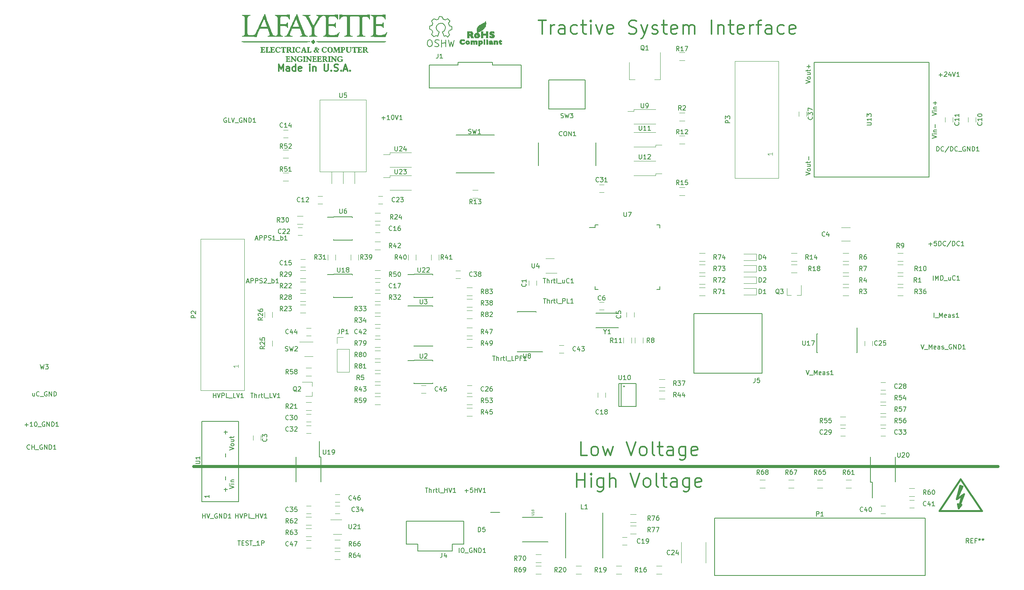
<source format=gbr>
G04 #@! TF.FileFunction,Legend,Top*
%FSLAX46Y46*%
G04 Gerber Fmt 4.6, Leading zero omitted, Abs format (unit mm)*
G04 Created by KiCad (PCBNEW 4.0.2-stable) date 3/27/2017 12:04:47 PM*
%MOMM*%
G01*
G04 APERTURE LIST*
%ADD10C,0.100000*%
%ADD11C,0.300000*%
%ADD12C,0.700000*%
%ADD13C,0.150000*%
%ADD14C,0.120000*%
%ADD15C,0.010000*%
%ADD16C,0.381000*%
%ADD17C,0.101600*%
G04 APERTURE END LIST*
D10*
D11*
X117476428Y-127722143D02*
X116047857Y-127722143D01*
X116047857Y-124722143D01*
X118904999Y-127722143D02*
X118619285Y-127579286D01*
X118476428Y-127436429D01*
X118333571Y-127150714D01*
X118333571Y-126293571D01*
X118476428Y-126007857D01*
X118619285Y-125865000D01*
X118904999Y-125722143D01*
X119333571Y-125722143D01*
X119619285Y-125865000D01*
X119762142Y-126007857D01*
X119904999Y-126293571D01*
X119904999Y-127150714D01*
X119762142Y-127436429D01*
X119619285Y-127579286D01*
X119333571Y-127722143D01*
X118904999Y-127722143D01*
X120904999Y-125722143D02*
X121476428Y-127722143D01*
X122047857Y-126293571D01*
X122619285Y-127722143D01*
X123190714Y-125722143D01*
X126190713Y-124722143D02*
X127190713Y-127722143D01*
X128190713Y-124722143D01*
X129619285Y-127722143D02*
X129333571Y-127579286D01*
X129190714Y-127436429D01*
X129047857Y-127150714D01*
X129047857Y-126293571D01*
X129190714Y-126007857D01*
X129333571Y-125865000D01*
X129619285Y-125722143D01*
X130047857Y-125722143D01*
X130333571Y-125865000D01*
X130476428Y-126007857D01*
X130619285Y-126293571D01*
X130619285Y-127150714D01*
X130476428Y-127436429D01*
X130333571Y-127579286D01*
X130047857Y-127722143D01*
X129619285Y-127722143D01*
X132333571Y-127722143D02*
X132047857Y-127579286D01*
X131905000Y-127293571D01*
X131905000Y-124722143D01*
X133047857Y-125722143D02*
X134190714Y-125722143D01*
X133476429Y-124722143D02*
X133476429Y-127293571D01*
X133619286Y-127579286D01*
X133905000Y-127722143D01*
X134190714Y-127722143D01*
X136476429Y-127722143D02*
X136476429Y-126150714D01*
X136333572Y-125865000D01*
X136047858Y-125722143D01*
X135476429Y-125722143D01*
X135190715Y-125865000D01*
X136476429Y-127579286D02*
X136190715Y-127722143D01*
X135476429Y-127722143D01*
X135190715Y-127579286D01*
X135047858Y-127293571D01*
X135047858Y-127007857D01*
X135190715Y-126722143D01*
X135476429Y-126579286D01*
X136190715Y-126579286D01*
X136476429Y-126436429D01*
X139190715Y-125722143D02*
X139190715Y-128150714D01*
X139047858Y-128436429D01*
X138905001Y-128579286D01*
X138619286Y-128722143D01*
X138190715Y-128722143D01*
X137905001Y-128579286D01*
X139190715Y-127579286D02*
X138905001Y-127722143D01*
X138333572Y-127722143D01*
X138047858Y-127579286D01*
X137905001Y-127436429D01*
X137762144Y-127150714D01*
X137762144Y-126293571D01*
X137905001Y-126007857D01*
X138047858Y-125865000D01*
X138333572Y-125722143D01*
X138905001Y-125722143D01*
X139190715Y-125865000D01*
X141762144Y-127579286D02*
X141476430Y-127722143D01*
X140905001Y-127722143D01*
X140619287Y-127579286D01*
X140476430Y-127293571D01*
X140476430Y-126150714D01*
X140619287Y-125865000D01*
X140905001Y-125722143D01*
X141476430Y-125722143D01*
X141762144Y-125865000D01*
X141905001Y-126150714D01*
X141905001Y-126436429D01*
X140476430Y-126722143D01*
X115190714Y-134707143D02*
X115190714Y-131707143D01*
X115190714Y-133135714D02*
X116904999Y-133135714D01*
X116904999Y-134707143D02*
X116904999Y-131707143D01*
X118333571Y-134707143D02*
X118333571Y-132707143D01*
X118333571Y-131707143D02*
X118190714Y-131850000D01*
X118333571Y-131992857D01*
X118476428Y-131850000D01*
X118333571Y-131707143D01*
X118333571Y-131992857D01*
X121047856Y-132707143D02*
X121047856Y-135135714D01*
X120904999Y-135421429D01*
X120762142Y-135564286D01*
X120476427Y-135707143D01*
X120047856Y-135707143D01*
X119762142Y-135564286D01*
X121047856Y-134564286D02*
X120762142Y-134707143D01*
X120190713Y-134707143D01*
X119904999Y-134564286D01*
X119762142Y-134421429D01*
X119619285Y-134135714D01*
X119619285Y-133278571D01*
X119762142Y-132992857D01*
X119904999Y-132850000D01*
X120190713Y-132707143D01*
X120762142Y-132707143D01*
X121047856Y-132850000D01*
X122476428Y-134707143D02*
X122476428Y-131707143D01*
X123762142Y-134707143D02*
X123762142Y-133135714D01*
X123619285Y-132850000D01*
X123333571Y-132707143D01*
X122904999Y-132707143D01*
X122619285Y-132850000D01*
X122476428Y-132992857D01*
X127047856Y-131707143D02*
X128047856Y-134707143D01*
X129047856Y-131707143D01*
X130476428Y-134707143D02*
X130190714Y-134564286D01*
X130047857Y-134421429D01*
X129905000Y-134135714D01*
X129905000Y-133278571D01*
X130047857Y-132992857D01*
X130190714Y-132850000D01*
X130476428Y-132707143D01*
X130905000Y-132707143D01*
X131190714Y-132850000D01*
X131333571Y-132992857D01*
X131476428Y-133278571D01*
X131476428Y-134135714D01*
X131333571Y-134421429D01*
X131190714Y-134564286D01*
X130905000Y-134707143D01*
X130476428Y-134707143D01*
X133190714Y-134707143D02*
X132905000Y-134564286D01*
X132762143Y-134278571D01*
X132762143Y-131707143D01*
X133905000Y-132707143D02*
X135047857Y-132707143D01*
X134333572Y-131707143D02*
X134333572Y-134278571D01*
X134476429Y-134564286D01*
X134762143Y-134707143D01*
X135047857Y-134707143D01*
X137333572Y-134707143D02*
X137333572Y-133135714D01*
X137190715Y-132850000D01*
X136905001Y-132707143D01*
X136333572Y-132707143D01*
X136047858Y-132850000D01*
X137333572Y-134564286D02*
X137047858Y-134707143D01*
X136333572Y-134707143D01*
X136047858Y-134564286D01*
X135905001Y-134278571D01*
X135905001Y-133992857D01*
X136047858Y-133707143D01*
X136333572Y-133564286D01*
X137047858Y-133564286D01*
X137333572Y-133421429D01*
X140047858Y-132707143D02*
X140047858Y-135135714D01*
X139905001Y-135421429D01*
X139762144Y-135564286D01*
X139476429Y-135707143D01*
X139047858Y-135707143D01*
X138762144Y-135564286D01*
X140047858Y-134564286D02*
X139762144Y-134707143D01*
X139190715Y-134707143D01*
X138905001Y-134564286D01*
X138762144Y-134421429D01*
X138619287Y-134135714D01*
X138619287Y-133278571D01*
X138762144Y-132992857D01*
X138905001Y-132850000D01*
X139190715Y-132707143D01*
X139762144Y-132707143D01*
X140047858Y-132850000D01*
X142619287Y-134564286D02*
X142333573Y-134707143D01*
X141762144Y-134707143D01*
X141476430Y-134564286D01*
X141333573Y-134278571D01*
X141333573Y-133135714D01*
X141476430Y-132850000D01*
X141762144Y-132707143D01*
X142333573Y-132707143D01*
X142619287Y-132850000D01*
X142762144Y-133135714D01*
X142762144Y-133421429D01*
X141333573Y-133707143D01*
D12*
X208280000Y-130175000D02*
X30480000Y-130175000D01*
D11*
X106683570Y-31377143D02*
X108397856Y-31377143D01*
X107540713Y-34377143D02*
X107540713Y-31377143D01*
X109397856Y-34377143D02*
X109397856Y-32377143D01*
X109397856Y-32948571D02*
X109540713Y-32662857D01*
X109683570Y-32520000D01*
X109969284Y-32377143D01*
X110254999Y-32377143D01*
X112540713Y-34377143D02*
X112540713Y-32805714D01*
X112397856Y-32520000D01*
X112112142Y-32377143D01*
X111540713Y-32377143D01*
X111254999Y-32520000D01*
X112540713Y-34234286D02*
X112254999Y-34377143D01*
X111540713Y-34377143D01*
X111254999Y-34234286D01*
X111112142Y-33948571D01*
X111112142Y-33662857D01*
X111254999Y-33377143D01*
X111540713Y-33234286D01*
X112254999Y-33234286D01*
X112540713Y-33091429D01*
X115254999Y-34234286D02*
X114969285Y-34377143D01*
X114397856Y-34377143D01*
X114112142Y-34234286D01*
X113969285Y-34091429D01*
X113826428Y-33805714D01*
X113826428Y-32948571D01*
X113969285Y-32662857D01*
X114112142Y-32520000D01*
X114397856Y-32377143D01*
X114969285Y-32377143D01*
X115254999Y-32520000D01*
X116112142Y-32377143D02*
X117254999Y-32377143D01*
X116540714Y-31377143D02*
X116540714Y-33948571D01*
X116683571Y-34234286D01*
X116969285Y-34377143D01*
X117254999Y-34377143D01*
X118255000Y-34377143D02*
X118255000Y-32377143D01*
X118255000Y-31377143D02*
X118112143Y-31520000D01*
X118255000Y-31662857D01*
X118397857Y-31520000D01*
X118255000Y-31377143D01*
X118255000Y-31662857D01*
X119397856Y-32377143D02*
X120112142Y-34377143D01*
X120826428Y-32377143D01*
X123112142Y-34234286D02*
X122826428Y-34377143D01*
X122254999Y-34377143D01*
X121969285Y-34234286D01*
X121826428Y-33948571D01*
X121826428Y-32805714D01*
X121969285Y-32520000D01*
X122254999Y-32377143D01*
X122826428Y-32377143D01*
X123112142Y-32520000D01*
X123254999Y-32805714D01*
X123254999Y-33091429D01*
X121826428Y-33377143D01*
X126683571Y-34234286D02*
X127112142Y-34377143D01*
X127826428Y-34377143D01*
X128112142Y-34234286D01*
X128254999Y-34091429D01*
X128397856Y-33805714D01*
X128397856Y-33520000D01*
X128254999Y-33234286D01*
X128112142Y-33091429D01*
X127826428Y-32948571D01*
X127254999Y-32805714D01*
X126969285Y-32662857D01*
X126826428Y-32520000D01*
X126683571Y-32234286D01*
X126683571Y-31948571D01*
X126826428Y-31662857D01*
X126969285Y-31520000D01*
X127254999Y-31377143D01*
X127969285Y-31377143D01*
X128397856Y-31520000D01*
X129397856Y-32377143D02*
X130112142Y-34377143D01*
X130826428Y-32377143D02*
X130112142Y-34377143D01*
X129826428Y-35091429D01*
X129683571Y-35234286D01*
X129397856Y-35377143D01*
X131826428Y-34234286D02*
X132112142Y-34377143D01*
X132683570Y-34377143D01*
X132969285Y-34234286D01*
X133112142Y-33948571D01*
X133112142Y-33805714D01*
X132969285Y-33520000D01*
X132683570Y-33377143D01*
X132254999Y-33377143D01*
X131969285Y-33234286D01*
X131826428Y-32948571D01*
X131826428Y-32805714D01*
X131969285Y-32520000D01*
X132254999Y-32377143D01*
X132683570Y-32377143D01*
X132969285Y-32520000D01*
X133969284Y-32377143D02*
X135112141Y-32377143D01*
X134397856Y-31377143D02*
X134397856Y-33948571D01*
X134540713Y-34234286D01*
X134826427Y-34377143D01*
X135112141Y-34377143D01*
X137254999Y-34234286D02*
X136969285Y-34377143D01*
X136397856Y-34377143D01*
X136112142Y-34234286D01*
X135969285Y-33948571D01*
X135969285Y-32805714D01*
X136112142Y-32520000D01*
X136397856Y-32377143D01*
X136969285Y-32377143D01*
X137254999Y-32520000D01*
X137397856Y-32805714D01*
X137397856Y-33091429D01*
X135969285Y-33377143D01*
X138683571Y-34377143D02*
X138683571Y-32377143D01*
X138683571Y-32662857D02*
X138826428Y-32520000D01*
X139112142Y-32377143D01*
X139540714Y-32377143D01*
X139826428Y-32520000D01*
X139969285Y-32805714D01*
X139969285Y-34377143D01*
X139969285Y-32805714D02*
X140112142Y-32520000D01*
X140397856Y-32377143D01*
X140826428Y-32377143D01*
X141112142Y-32520000D01*
X141254999Y-32805714D01*
X141254999Y-34377143D01*
X144969285Y-34377143D02*
X144969285Y-31377143D01*
X146397856Y-32377143D02*
X146397856Y-34377143D01*
X146397856Y-32662857D02*
X146540713Y-32520000D01*
X146826427Y-32377143D01*
X147254999Y-32377143D01*
X147540713Y-32520000D01*
X147683570Y-32805714D01*
X147683570Y-34377143D01*
X148683570Y-32377143D02*
X149826427Y-32377143D01*
X149112142Y-31377143D02*
X149112142Y-33948571D01*
X149254999Y-34234286D01*
X149540713Y-34377143D01*
X149826427Y-34377143D01*
X151969285Y-34234286D02*
X151683571Y-34377143D01*
X151112142Y-34377143D01*
X150826428Y-34234286D01*
X150683571Y-33948571D01*
X150683571Y-32805714D01*
X150826428Y-32520000D01*
X151112142Y-32377143D01*
X151683571Y-32377143D01*
X151969285Y-32520000D01*
X152112142Y-32805714D01*
X152112142Y-33091429D01*
X150683571Y-33377143D01*
X153397857Y-34377143D02*
X153397857Y-32377143D01*
X153397857Y-32948571D02*
X153540714Y-32662857D01*
X153683571Y-32520000D01*
X153969285Y-32377143D01*
X154255000Y-32377143D01*
X154826428Y-32377143D02*
X155969285Y-32377143D01*
X155255000Y-34377143D02*
X155255000Y-31805714D01*
X155397857Y-31520000D01*
X155683571Y-31377143D01*
X155969285Y-31377143D01*
X158255000Y-34377143D02*
X158255000Y-32805714D01*
X158112143Y-32520000D01*
X157826429Y-32377143D01*
X157255000Y-32377143D01*
X156969286Y-32520000D01*
X158255000Y-34234286D02*
X157969286Y-34377143D01*
X157255000Y-34377143D01*
X156969286Y-34234286D01*
X156826429Y-33948571D01*
X156826429Y-33662857D01*
X156969286Y-33377143D01*
X157255000Y-33234286D01*
X157969286Y-33234286D01*
X158255000Y-33091429D01*
X160969286Y-34234286D02*
X160683572Y-34377143D01*
X160112143Y-34377143D01*
X159826429Y-34234286D01*
X159683572Y-34091429D01*
X159540715Y-33805714D01*
X159540715Y-32948571D01*
X159683572Y-32662857D01*
X159826429Y-32520000D01*
X160112143Y-32377143D01*
X160683572Y-32377143D01*
X160969286Y-32520000D01*
X163397858Y-34234286D02*
X163112144Y-34377143D01*
X162540715Y-34377143D01*
X162255001Y-34234286D01*
X162112144Y-33948571D01*
X162112144Y-32805714D01*
X162255001Y-32520000D01*
X162540715Y-32377143D01*
X163112144Y-32377143D01*
X163397858Y-32520000D01*
X163540715Y-32805714D01*
X163540715Y-33091429D01*
X162112144Y-33377143D01*
X49257143Y-42588571D02*
X49257143Y-41088571D01*
X49757143Y-42160000D01*
X50257143Y-41088571D01*
X50257143Y-42588571D01*
X51614286Y-42588571D02*
X51614286Y-41802857D01*
X51542857Y-41660000D01*
X51400000Y-41588571D01*
X51114286Y-41588571D01*
X50971429Y-41660000D01*
X51614286Y-42517143D02*
X51471429Y-42588571D01*
X51114286Y-42588571D01*
X50971429Y-42517143D01*
X50900000Y-42374286D01*
X50900000Y-42231429D01*
X50971429Y-42088571D01*
X51114286Y-42017143D01*
X51471429Y-42017143D01*
X51614286Y-41945714D01*
X52971429Y-42588571D02*
X52971429Y-41088571D01*
X52971429Y-42517143D02*
X52828572Y-42588571D01*
X52542858Y-42588571D01*
X52400000Y-42517143D01*
X52328572Y-42445714D01*
X52257143Y-42302857D01*
X52257143Y-41874286D01*
X52328572Y-41731429D01*
X52400000Y-41660000D01*
X52542858Y-41588571D01*
X52828572Y-41588571D01*
X52971429Y-41660000D01*
X54257143Y-42517143D02*
X54114286Y-42588571D01*
X53828572Y-42588571D01*
X53685715Y-42517143D01*
X53614286Y-42374286D01*
X53614286Y-41802857D01*
X53685715Y-41660000D01*
X53828572Y-41588571D01*
X54114286Y-41588571D01*
X54257143Y-41660000D01*
X54328572Y-41802857D01*
X54328572Y-41945714D01*
X53614286Y-42088571D01*
X56114286Y-42588571D02*
X56114286Y-41588571D01*
X56114286Y-41088571D02*
X56042857Y-41160000D01*
X56114286Y-41231429D01*
X56185714Y-41160000D01*
X56114286Y-41088571D01*
X56114286Y-41231429D01*
X56828572Y-41588571D02*
X56828572Y-42588571D01*
X56828572Y-41731429D02*
X56900000Y-41660000D01*
X57042858Y-41588571D01*
X57257143Y-41588571D01*
X57400000Y-41660000D01*
X57471429Y-41802857D01*
X57471429Y-42588571D01*
X59328572Y-41088571D02*
X59328572Y-42302857D01*
X59400000Y-42445714D01*
X59471429Y-42517143D01*
X59614286Y-42588571D01*
X59900000Y-42588571D01*
X60042858Y-42517143D01*
X60114286Y-42445714D01*
X60185715Y-42302857D01*
X60185715Y-41088571D01*
X60900001Y-42445714D02*
X60971429Y-42517143D01*
X60900001Y-42588571D01*
X60828572Y-42517143D01*
X60900001Y-42445714D01*
X60900001Y-42588571D01*
X61542858Y-42517143D02*
X61757144Y-42588571D01*
X62114287Y-42588571D01*
X62257144Y-42517143D01*
X62328573Y-42445714D01*
X62400001Y-42302857D01*
X62400001Y-42160000D01*
X62328573Y-42017143D01*
X62257144Y-41945714D01*
X62114287Y-41874286D01*
X61828573Y-41802857D01*
X61685715Y-41731429D01*
X61614287Y-41660000D01*
X61542858Y-41517143D01*
X61542858Y-41374286D01*
X61614287Y-41231429D01*
X61685715Y-41160000D01*
X61828573Y-41088571D01*
X62185715Y-41088571D01*
X62400001Y-41160000D01*
X63042858Y-42445714D02*
X63114286Y-42517143D01*
X63042858Y-42588571D01*
X62971429Y-42517143D01*
X63042858Y-42445714D01*
X63042858Y-42588571D01*
X63685715Y-42160000D02*
X64400001Y-42160000D01*
X63542858Y-42588571D02*
X64042858Y-41088571D01*
X64542858Y-42588571D01*
X65042858Y-42445714D02*
X65114286Y-42517143D01*
X65042858Y-42588571D01*
X64971429Y-42517143D01*
X65042858Y-42445714D01*
X65042858Y-42588571D01*
D13*
X119190000Y-76645000D02*
X119190000Y-77220000D01*
X133540000Y-76645000D02*
X133540000Y-77320000D01*
X133540000Y-90995000D02*
X133540000Y-90320000D01*
X119190000Y-90995000D02*
X119190000Y-90320000D01*
X119190000Y-76645000D02*
X119865000Y-76645000D01*
X119190000Y-90995000D02*
X119865000Y-90995000D01*
X133540000Y-90995000D02*
X132865000Y-90995000D01*
X133540000Y-76645000D02*
X132865000Y-76645000D01*
X119190000Y-77220000D02*
X117915000Y-77220000D01*
X40425000Y-120155000D02*
X40425000Y-137955000D01*
X32305000Y-137955000D02*
X40425000Y-137955000D01*
X32305000Y-120155000D02*
X32305000Y-137955000D01*
X32305000Y-120155000D02*
X40425000Y-120155000D01*
X106215000Y-104780000D02*
X106215000Y-104755000D01*
X102065000Y-104780000D02*
X102065000Y-104665000D01*
X102065000Y-95880000D02*
X102065000Y-95995000D01*
X106215000Y-95880000D02*
X106215000Y-95995000D01*
X106215000Y-104780000D02*
X102065000Y-104780000D01*
X106215000Y-95880000D02*
X102065000Y-95880000D01*
X106215000Y-104755000D02*
X107590000Y-104755000D01*
X107660000Y-141420000D02*
X103160000Y-141420000D01*
X108785000Y-146870000D02*
X103160000Y-146870000D01*
X61425000Y-74895000D02*
X61425000Y-74945000D01*
X65575000Y-74895000D02*
X65575000Y-75040000D01*
X65575000Y-80045000D02*
X65575000Y-79900000D01*
X61425000Y-80045000D02*
X61425000Y-79900000D01*
X61425000Y-74895000D02*
X65575000Y-74895000D01*
X61425000Y-80045000D02*
X65575000Y-80045000D01*
X61425000Y-74945000D02*
X60025000Y-74945000D01*
D14*
X189730000Y-137580000D02*
X188730000Y-137580000D01*
X188730000Y-139280000D02*
X189730000Y-139280000D01*
D13*
X180130000Y-133610000D02*
X180530000Y-133610000D01*
X180530000Y-133610000D02*
X180530000Y-137060000D01*
X180125000Y-133560000D02*
X180125000Y-128060000D01*
X185635000Y-133560000D02*
X185635000Y-128060000D01*
D14*
X45300000Y-124325000D02*
X45300000Y-123325000D01*
X43600000Y-123325000D02*
X43600000Y-124325000D01*
X175625000Y-77260000D02*
X173625000Y-77260000D01*
X173625000Y-80220000D02*
X175625000Y-80220000D01*
X127850000Y-97020000D02*
X127850000Y-96020000D01*
X126150000Y-96020000D02*
X126150000Y-97020000D01*
X121150000Y-93765000D02*
X120150000Y-93765000D01*
X120150000Y-95465000D02*
X121150000Y-95465000D01*
X203415000Y-53840000D02*
X203415000Y-52840000D01*
X201715000Y-52840000D02*
X201715000Y-53840000D01*
X198335000Y-53840000D02*
X198335000Y-52840000D01*
X196635000Y-52840000D02*
X196635000Y-53840000D01*
X57920000Y-71970000D02*
X58920000Y-71970000D01*
X58920000Y-70270000D02*
X57920000Y-70270000D01*
X50300000Y-57365000D02*
X51300000Y-57365000D01*
X51300000Y-55665000D02*
X50300000Y-55665000D01*
X54110000Y-85940000D02*
X55110000Y-85940000D01*
X55110000Y-84240000D02*
X54110000Y-84240000D01*
X71620000Y-76620000D02*
X70620000Y-76620000D01*
X70620000Y-78320000D02*
X71620000Y-78320000D01*
X71620000Y-89320000D02*
X70620000Y-89320000D01*
X70620000Y-91020000D02*
X71620000Y-91020000D01*
X119800000Y-113800000D02*
X119800000Y-114800000D01*
X121500000Y-114800000D02*
X121500000Y-113800000D01*
X126230000Y-145835000D02*
X125230000Y-145835000D01*
X125230000Y-147535000D02*
X126230000Y-147535000D01*
X53475000Y-78955000D02*
X54475000Y-78955000D01*
X54475000Y-77255000D02*
X53475000Y-77255000D01*
X72255000Y-70270000D02*
X71255000Y-70270000D01*
X71255000Y-71970000D02*
X72255000Y-71970000D01*
X180555000Y-103370000D02*
X180555000Y-102370000D01*
X178855000Y-102370000D02*
X178855000Y-103370000D01*
X90940000Y-113880000D02*
X91940000Y-113880000D01*
X91940000Y-112180000D02*
X90940000Y-112180000D01*
X183380000Y-111545000D02*
X182380000Y-111545000D01*
X182380000Y-113245000D02*
X183380000Y-113245000D01*
X173490000Y-123405000D02*
X174490000Y-123405000D01*
X174490000Y-121705000D02*
X173490000Y-121705000D01*
X55380000Y-120230000D02*
X56380000Y-120230000D01*
X56380000Y-118530000D02*
X55380000Y-118530000D01*
X120150000Y-69430000D02*
X121150000Y-69430000D01*
X121150000Y-67730000D02*
X120150000Y-67730000D01*
X55380000Y-122770000D02*
X56380000Y-122770000D01*
X56380000Y-121070000D02*
X55380000Y-121070000D01*
X183380000Y-121705000D02*
X182380000Y-121705000D01*
X182380000Y-123405000D02*
X183380000Y-123405000D01*
X62730000Y-138850000D02*
X61730000Y-138850000D01*
X61730000Y-140550000D02*
X62730000Y-140550000D01*
X55380000Y-140550000D02*
X56380000Y-140550000D01*
X56380000Y-138850000D02*
X55380000Y-138850000D01*
X165950000Y-52570000D02*
X165950000Y-51570000D01*
X164250000Y-51570000D02*
X164250000Y-52570000D01*
X89400000Y-86780000D02*
X88400000Y-86780000D01*
X88400000Y-88480000D02*
X89400000Y-88480000D01*
X183380000Y-138850000D02*
X182380000Y-138850000D01*
X182380000Y-140550000D02*
X183380000Y-140550000D01*
X70620000Y-101180000D02*
X71620000Y-101180000D01*
X71620000Y-99480000D02*
X70620000Y-99480000D01*
X112260000Y-103290000D02*
X111260000Y-103290000D01*
X111260000Y-104990000D02*
X112260000Y-104990000D01*
X55380000Y-101180000D02*
X56380000Y-101180000D01*
X56380000Y-99480000D02*
X55380000Y-99480000D01*
X81780000Y-112180000D02*
X80780000Y-112180000D01*
X80780000Y-113880000D02*
X81780000Y-113880000D01*
X62730000Y-136310000D02*
X61730000Y-136310000D01*
X61730000Y-138010000D02*
X62730000Y-138010000D01*
X55380000Y-148170000D02*
X56380000Y-148170000D01*
X56380000Y-146470000D02*
X55380000Y-146470000D01*
D13*
X106705000Y-63510000D02*
X106705000Y-58410000D01*
X119355000Y-58410000D02*
X119355000Y-63510000D01*
D14*
X154835000Y-92140000D02*
X154835000Y-90740000D01*
X154835000Y-90740000D02*
X152035000Y-90740000D01*
X154835000Y-92140000D02*
X152035000Y-92140000D01*
X154835000Y-89600000D02*
X154835000Y-88200000D01*
X154835000Y-88200000D02*
X152035000Y-88200000D01*
X154835000Y-89600000D02*
X152035000Y-89600000D01*
X154835000Y-87060000D02*
X154835000Y-85660000D01*
X154835000Y-85660000D02*
X152035000Y-85660000D01*
X154835000Y-87060000D02*
X152035000Y-87060000D01*
X154835000Y-84520000D02*
X154835000Y-83120000D01*
X154835000Y-83120000D02*
X152035000Y-83120000D01*
X154835000Y-84520000D02*
X152035000Y-84520000D01*
D13*
X98044000Y-140335000D02*
X98171000Y-140335000D01*
X96139000Y-140335000D02*
X98044000Y-140335000D01*
X141050000Y-96265000D02*
X141050000Y-109475000D01*
X156130000Y-109475000D02*
X141050000Y-109475000D01*
X156130000Y-96265000D02*
X156130000Y-109475000D01*
X141050000Y-96265000D02*
X156130000Y-96265000D01*
D14*
X56640000Y-114610000D02*
X56640000Y-113680000D01*
X56640000Y-111450000D02*
X56640000Y-112380000D01*
X56640000Y-111450000D02*
X54480000Y-111450000D01*
X56640000Y-114610000D02*
X55180000Y-114610000D01*
X161615000Y-92200000D02*
X162545000Y-92200000D01*
X164775000Y-92200000D02*
X163845000Y-92200000D01*
X164775000Y-92200000D02*
X164775000Y-90040000D01*
X161615000Y-92200000D02*
X161615000Y-90740000D01*
X187290000Y-89780000D02*
X186090000Y-89780000D01*
X186090000Y-88020000D02*
X187290000Y-88020000D01*
X137830000Y-51825000D02*
X139030000Y-51825000D01*
X139030000Y-53585000D02*
X137830000Y-53585000D01*
X174025000Y-90560000D02*
X175225000Y-90560000D01*
X175225000Y-92320000D02*
X174025000Y-92320000D01*
X174025000Y-88020000D02*
X175225000Y-88020000D01*
X175225000Y-89780000D02*
X174025000Y-89780000D01*
X175225000Y-84700000D02*
X174025000Y-84700000D01*
X174025000Y-82940000D02*
X175225000Y-82940000D01*
X174025000Y-85480000D02*
X175225000Y-85480000D01*
X175225000Y-87240000D02*
X174025000Y-87240000D01*
X128025000Y-102835000D02*
X128025000Y-101635000D01*
X129785000Y-101635000D02*
X129785000Y-102835000D01*
X187290000Y-84700000D02*
X186090000Y-84700000D01*
X186090000Y-82940000D02*
X187290000Y-82940000D01*
X187290000Y-87240000D02*
X186090000Y-87240000D01*
X186090000Y-85480000D02*
X187290000Y-85480000D01*
X125485000Y-102835000D02*
X125485000Y-101635000D01*
X127245000Y-101635000D02*
X127245000Y-102835000D01*
X139030000Y-58665000D02*
X137830000Y-58665000D01*
X137830000Y-56905000D02*
X139030000Y-56905000D01*
X92110000Y-68970000D02*
X93310000Y-68970000D01*
X93310000Y-70730000D02*
X92110000Y-70730000D01*
X162595000Y-82940000D02*
X163795000Y-82940000D01*
X163795000Y-84700000D02*
X162595000Y-84700000D01*
X137830000Y-68335000D02*
X139030000Y-68335000D01*
X139030000Y-70095000D02*
X137830000Y-70095000D01*
X133950000Y-153915000D02*
X132750000Y-153915000D01*
X132750000Y-152155000D02*
X133950000Y-152155000D01*
X163795000Y-87240000D02*
X162595000Y-87240000D01*
X162595000Y-85480000D02*
X163795000Y-85480000D01*
X125060000Y-153915000D02*
X123860000Y-153915000D01*
X123860000Y-152155000D02*
X125060000Y-152155000D01*
X116170000Y-153915000D02*
X114970000Y-153915000D01*
X114970000Y-152155000D02*
X116170000Y-152155000D01*
X55210000Y-91050000D02*
X54010000Y-91050000D01*
X54010000Y-89290000D02*
X55210000Y-89290000D01*
X55210000Y-96130000D02*
X54010000Y-96130000D01*
X54010000Y-94370000D02*
X55210000Y-94370000D01*
X70520000Y-74050000D02*
X71720000Y-74050000D01*
X71720000Y-75810000D02*
X70520000Y-75810000D01*
X46110000Y-103470000D02*
X46110000Y-102270000D01*
X47870000Y-102270000D02*
X47870000Y-103470000D01*
X47870000Y-95920000D02*
X47870000Y-97120000D01*
X46110000Y-97120000D02*
X46110000Y-95920000D01*
X55210000Y-93590000D02*
X54010000Y-93590000D01*
X54010000Y-91830000D02*
X55210000Y-91830000D01*
X55210000Y-88510000D02*
X54010000Y-88510000D01*
X54010000Y-86750000D02*
X55210000Y-86750000D01*
X54575000Y-76445000D02*
X53375000Y-76445000D01*
X53375000Y-74685000D02*
X54575000Y-74685000D01*
X60080000Y-84420000D02*
X60080000Y-83220000D01*
X61840000Y-83220000D02*
X61840000Y-84420000D01*
X70520000Y-91830000D02*
X71720000Y-91830000D01*
X71720000Y-93590000D02*
X70520000Y-93590000D01*
X71720000Y-96130000D02*
X70520000Y-96130000D01*
X70520000Y-94370000D02*
X71720000Y-94370000D01*
X71720000Y-98670000D02*
X70520000Y-98670000D01*
X70520000Y-96910000D02*
X71720000Y-96910000D01*
X187290000Y-92320000D02*
X186090000Y-92320000D01*
X186090000Y-90560000D02*
X187290000Y-90560000D01*
X134585000Y-112640000D02*
X133385000Y-112640000D01*
X133385000Y-110880000D02*
X134585000Y-110880000D01*
X90840000Y-93100000D02*
X92040000Y-93100000D01*
X92040000Y-94860000D02*
X90840000Y-94860000D01*
X65160000Y-84420000D02*
X65160000Y-83220000D01*
X66920000Y-83220000D02*
X66920000Y-84420000D01*
X79620000Y-83220000D02*
X79620000Y-84420000D01*
X77860000Y-84420000D02*
X77860000Y-83220000D01*
X84700000Y-83220000D02*
X84700000Y-84420000D01*
X82940000Y-84420000D02*
X82940000Y-83220000D01*
X71720000Y-82160000D02*
X70520000Y-82160000D01*
X70520000Y-80400000D02*
X71720000Y-80400000D01*
X70520000Y-112150000D02*
X71720000Y-112150000D01*
X71720000Y-113910000D02*
X70520000Y-113910000D01*
X134585000Y-115180000D02*
X133385000Y-115180000D01*
X133385000Y-113420000D02*
X134585000Y-113420000D01*
X90840000Y-117230000D02*
X92040000Y-117230000D01*
X92040000Y-118990000D02*
X90840000Y-118990000D01*
X92040000Y-101210000D02*
X90840000Y-101210000D01*
X90840000Y-99450000D02*
X92040000Y-99450000D01*
X90840000Y-101990000D02*
X92040000Y-101990000D01*
X92040000Y-103750000D02*
X90840000Y-103750000D01*
X71720000Y-88510000D02*
X70520000Y-88510000D01*
X70520000Y-86750000D02*
X71720000Y-86750000D01*
X51400000Y-66920000D02*
X50200000Y-66920000D01*
X50200000Y-65160000D02*
X51400000Y-65160000D01*
X51400000Y-61840000D02*
X50200000Y-61840000D01*
X50200000Y-60080000D02*
X51400000Y-60080000D01*
X92040000Y-116450000D02*
X90840000Y-116450000D01*
X90840000Y-114690000D02*
X92040000Y-114690000D01*
X183480000Y-115815000D02*
X182280000Y-115815000D01*
X182280000Y-114055000D02*
X183480000Y-114055000D01*
X174590000Y-120895000D02*
X173390000Y-120895000D01*
X173390000Y-119135000D02*
X174590000Y-119135000D01*
X183480000Y-120895000D02*
X182280000Y-120895000D01*
X182280000Y-119135000D02*
X183480000Y-119135000D01*
X182280000Y-116595000D02*
X183480000Y-116595000D01*
X183480000Y-118355000D02*
X182280000Y-118355000D01*
X56480000Y-110100000D02*
X55280000Y-110100000D01*
X55280000Y-108340000D02*
X56480000Y-108340000D01*
X71720000Y-116450000D02*
X70520000Y-116450000D01*
X70520000Y-114690000D02*
X71720000Y-114690000D01*
X188630000Y-135010000D02*
X189830000Y-135010000D01*
X189830000Y-136770000D02*
X188630000Y-136770000D01*
X174660000Y-133105000D02*
X175860000Y-133105000D01*
X175860000Y-134865000D02*
X174660000Y-134865000D01*
X55280000Y-141360000D02*
X56480000Y-141360000D01*
X56480000Y-143120000D02*
X55280000Y-143120000D01*
X56480000Y-145660000D02*
X55280000Y-145660000D01*
X55280000Y-143900000D02*
X56480000Y-143900000D01*
X61630000Y-148980000D02*
X62830000Y-148980000D01*
X62830000Y-150740000D02*
X61630000Y-150740000D01*
X168310000Y-133105000D02*
X169510000Y-133105000D01*
X169510000Y-134865000D02*
X168310000Y-134865000D01*
X62830000Y-148200000D02*
X61630000Y-148200000D01*
X61630000Y-146440000D02*
X62830000Y-146440000D01*
X161960000Y-133105000D02*
X163160000Y-133105000D01*
X163160000Y-134865000D02*
X161960000Y-134865000D01*
X155610000Y-133105000D02*
X156810000Y-133105000D01*
X156810000Y-134865000D02*
X155610000Y-134865000D01*
X70520000Y-101990000D02*
X71720000Y-101990000D01*
X71720000Y-103750000D02*
X70520000Y-103750000D01*
X70520000Y-104530000D02*
X71720000Y-104530000D01*
X71720000Y-106290000D02*
X70520000Y-106290000D01*
X71720000Y-108830000D02*
X70520000Y-108830000D01*
X70520000Y-107070000D02*
X71720000Y-107070000D01*
X90840000Y-95640000D02*
X92040000Y-95640000D01*
X92040000Y-97400000D02*
X90840000Y-97400000D01*
X90840000Y-90560000D02*
X92040000Y-90560000D01*
X92040000Y-92320000D02*
X90840000Y-92320000D01*
D13*
X79205000Y-94610000D02*
X79205000Y-94635000D01*
X83355000Y-94610000D02*
X83355000Y-94725000D01*
X83355000Y-103510000D02*
X83355000Y-103395000D01*
X79205000Y-103510000D02*
X79205000Y-103395000D01*
X79205000Y-94610000D02*
X83355000Y-94610000D01*
X79205000Y-103510000D02*
X83355000Y-103510000D01*
X79205000Y-94635000D02*
X77830000Y-94635000D01*
D14*
X127775000Y-51115000D02*
X127775000Y-51515000D01*
X127775000Y-51515000D02*
X126375000Y-51515000D01*
X127775000Y-51115000D02*
X132575000Y-51115000D01*
X127775000Y-54315000D02*
X132575000Y-54315000D01*
X132575000Y-59375000D02*
X132575000Y-58975000D01*
X132575000Y-58975000D02*
X133975000Y-58975000D01*
X132575000Y-59375000D02*
X127775000Y-59375000D01*
X132575000Y-56175000D02*
X127775000Y-56175000D01*
X132575000Y-65725000D02*
X132575000Y-65325000D01*
X132575000Y-65325000D02*
X133975000Y-65325000D01*
X132575000Y-65725000D02*
X127775000Y-65725000D01*
X132575000Y-62525000D02*
X127775000Y-62525000D01*
D13*
X193040000Y-53340000D02*
X193040000Y-66040000D01*
X193040000Y-66040000D02*
X167640000Y-66040000D01*
X167640000Y-66040000D02*
X167640000Y-40640000D01*
X167640000Y-40640000D02*
X193040000Y-40640000D01*
X193040000Y-40640000D02*
X193040000Y-53340000D01*
X177170000Y-100795000D02*
X177145000Y-100795000D01*
X177170000Y-104945000D02*
X177055000Y-104945000D01*
X168270000Y-104945000D02*
X168385000Y-104945000D01*
X168270000Y-100795000D02*
X168385000Y-100795000D01*
X177170000Y-100795000D02*
X177170000Y-104945000D01*
X168270000Y-100795000D02*
X168270000Y-104945000D01*
X177145000Y-100795000D02*
X177145000Y-99420000D01*
D14*
X61330000Y-145120000D02*
X63130000Y-145120000D01*
X63130000Y-141900000D02*
X60680000Y-141900000D01*
D13*
X125730000Y-112395000D02*
G75*
G03X125730000Y-112395000I-127000J0D01*
G01*
X124968000Y-111760000D02*
X124968000Y-116840000D01*
X128270000Y-111760000D02*
X128270000Y-116840000D01*
X124460000Y-111760000D02*
X124460000Y-116840000D01*
X124460000Y-111760000D02*
X128270000Y-111760000D01*
X124460000Y-116840000D02*
X128270000Y-116840000D01*
X58630000Y-128010000D02*
X58230000Y-128010000D01*
X58230000Y-128010000D02*
X58230000Y-124560000D01*
X58635000Y-128060000D02*
X58635000Y-133560000D01*
X53125000Y-128060000D02*
X53125000Y-133560000D01*
D14*
X138240000Y-146925000D02*
X138240000Y-151525000D01*
X143700000Y-151525000D02*
X143700000Y-146925000D01*
D13*
X112740000Y-150415000D02*
X112740000Y-140415000D01*
X120940000Y-150415000D02*
X120940000Y-140415000D01*
D14*
X126765000Y-44455000D02*
X128025000Y-44455000D01*
X133585000Y-44455000D02*
X132325000Y-44455000D01*
X126765000Y-40695000D02*
X126765000Y-44455000D01*
X133585000Y-38445000D02*
X133585000Y-44455000D01*
X107280000Y-153915000D02*
X106080000Y-153915000D01*
X106080000Y-152155000D02*
X107280000Y-152155000D01*
X107280000Y-151375000D02*
X106080000Y-151375000D01*
X106080000Y-149615000D02*
X107280000Y-149615000D01*
X143475000Y-92320000D02*
X142275000Y-92320000D01*
X142275000Y-90560000D02*
X143475000Y-90560000D01*
X143475000Y-89780000D02*
X142275000Y-89780000D01*
X142275000Y-88020000D02*
X143475000Y-88020000D01*
X143475000Y-87240000D02*
X142275000Y-87240000D01*
X142275000Y-85480000D02*
X143475000Y-85480000D01*
X143475000Y-84700000D02*
X142275000Y-84700000D01*
X142275000Y-82940000D02*
X143475000Y-82940000D01*
X127035000Y-140725000D02*
X128235000Y-140725000D01*
X128235000Y-142485000D02*
X127035000Y-142485000D01*
X128235000Y-145025000D02*
X127035000Y-145025000D01*
X127035000Y-143265000D02*
X128235000Y-143265000D01*
D13*
X88510000Y-56760000D02*
X96910000Y-56760000D01*
X96910000Y-65160000D02*
X88510000Y-65160000D01*
D14*
X54980000Y-105750000D02*
X56780000Y-105750000D01*
X56780000Y-102530000D02*
X53830000Y-102530000D01*
D13*
X108990000Y-44530000D02*
X116990000Y-44530000D01*
X116990000Y-44530000D02*
X116990000Y-51030000D01*
X116990000Y-51030000D02*
X108990000Y-51030000D01*
X108990000Y-51030000D02*
X108990000Y-44530000D01*
X61425000Y-87595000D02*
X61425000Y-87645000D01*
X65575000Y-87595000D02*
X65575000Y-87740000D01*
X65575000Y-92745000D02*
X65575000Y-92600000D01*
X61425000Y-92745000D02*
X61425000Y-92600000D01*
X61425000Y-87595000D02*
X65575000Y-87595000D01*
X61425000Y-92745000D02*
X65575000Y-92745000D01*
X61425000Y-87645000D02*
X60025000Y-87645000D01*
X79205000Y-87595000D02*
X79205000Y-87645000D01*
X83355000Y-87595000D02*
X83355000Y-87740000D01*
X83355000Y-92745000D02*
X83355000Y-92600000D01*
X79205000Y-92745000D02*
X79205000Y-92600000D01*
X79205000Y-87595000D02*
X83355000Y-87595000D01*
X79205000Y-92745000D02*
X83355000Y-92745000D01*
X79205000Y-87645000D02*
X77805000Y-87645000D01*
D14*
X73800000Y-65720000D02*
X73800000Y-66120000D01*
X73800000Y-66120000D02*
X72400000Y-66120000D01*
X73800000Y-65720000D02*
X78600000Y-65720000D01*
X73800000Y-68920000D02*
X78600000Y-68920000D01*
X73800000Y-60640000D02*
X73800000Y-61040000D01*
X73800000Y-61040000D02*
X72400000Y-61040000D01*
X73800000Y-60640000D02*
X78600000Y-60640000D01*
X73800000Y-63840000D02*
X78600000Y-63840000D01*
X62170000Y-104140000D02*
X62170000Y-109280000D01*
X62170000Y-109280000D02*
X64830000Y-109280000D01*
X64830000Y-109280000D02*
X64830000Y-104140000D01*
X64830000Y-104140000D02*
X62170000Y-104140000D01*
X62170000Y-102870000D02*
X62170000Y-101540000D01*
X62170000Y-101540000D02*
X63500000Y-101540000D01*
D13*
X79205000Y-106645000D02*
X79205000Y-106695000D01*
X83355000Y-106645000D02*
X83355000Y-106790000D01*
X83355000Y-111795000D02*
X83355000Y-111650000D01*
X79205000Y-111795000D02*
X79205000Y-111650000D01*
X79205000Y-106645000D02*
X83355000Y-106645000D01*
X79205000Y-111795000D02*
X83355000Y-111795000D01*
X79205000Y-106695000D02*
X77805000Y-106695000D01*
X96520000Y-41275000D02*
X102870000Y-41275000D01*
X82550000Y-41275000D02*
X88900000Y-41275000D01*
X88900000Y-41275000D02*
X88900000Y-40640000D01*
X88900000Y-40640000D02*
X90805000Y-40640000D01*
X94615000Y-40640000D02*
X96520000Y-40640000D01*
X96520000Y-40640000D02*
X96520000Y-41275000D01*
X90805000Y-40640000D02*
X94615000Y-40640000D01*
X102870000Y-41275000D02*
X102870000Y-46355000D01*
X102870000Y-46355000D02*
X82550000Y-46355000D01*
X82550000Y-46355000D02*
X82550000Y-41275000D01*
D14*
X32030000Y-113280000D02*
X32030000Y-79760000D01*
X32030000Y-79760000D02*
X41630000Y-79760000D01*
X41630000Y-79760000D02*
X41630000Y-113280000D01*
X41630000Y-113280000D02*
X32030000Y-113280000D01*
X150140000Y-66290000D02*
X150140000Y-40390000D01*
X150140000Y-40390000D02*
X159740000Y-40390000D01*
X159740000Y-40390000D02*
X159740000Y-66290000D01*
X159740000Y-66290000D02*
X150140000Y-66290000D01*
X139030000Y-40250000D02*
X137830000Y-40250000D01*
X137830000Y-38490000D02*
X139030000Y-38490000D01*
X58380000Y-64890000D02*
X68620000Y-64890000D01*
X58380000Y-49000000D02*
X68620000Y-49000000D01*
X58380000Y-49000000D02*
X58380000Y-64890000D01*
X68620000Y-49000000D02*
X68620000Y-64890000D01*
X60960000Y-64890000D02*
X60960000Y-67530000D01*
X63500000Y-64890000D02*
X63500000Y-67514000D01*
X66040000Y-64890000D02*
X66040000Y-67514000D01*
D13*
X124420000Y-99390000D02*
X119420000Y-99390000D01*
X119420000Y-96190000D02*
X124420000Y-96190000D01*
D14*
X71720000Y-111370000D02*
X70520000Y-111370000D01*
X70520000Y-109610000D02*
X71720000Y-109610000D01*
X56480000Y-117720000D02*
X55280000Y-117720000D01*
X55280000Y-115960000D02*
X56480000Y-115960000D01*
X106260000Y-90035000D02*
X106260000Y-89035000D01*
X104560000Y-89035000D02*
X104560000Y-90035000D01*
X110120000Y-84115000D02*
X108320000Y-84115000D01*
X108320000Y-87335000D02*
X110770000Y-87335000D01*
D13*
X77470000Y-147320000D02*
X80010000Y-147320000D01*
X80010000Y-147320000D02*
X80010000Y-148840000D01*
X90170000Y-147320000D02*
X87630000Y-147320000D01*
X87630000Y-147320000D02*
X87630000Y-148840000D01*
X90175000Y-147320000D02*
X90175000Y-142240000D01*
X90175000Y-142240000D02*
X77465000Y-142240000D01*
X77465000Y-142240000D02*
X77465000Y-147320000D01*
X80010000Y-148840000D02*
X87630000Y-148840000D01*
X145605000Y-154320000D02*
X145605000Y-141590000D01*
X192215000Y-154320000D02*
X192215000Y-141590000D01*
X145605000Y-141590000D02*
X192215000Y-141590000D01*
X145605000Y-154320000D02*
X192215000Y-154320000D01*
D15*
G36*
X94017252Y-35845484D02*
X94127672Y-35882480D01*
X94215685Y-35951271D01*
X94278137Y-36048178D01*
X94311878Y-36169524D01*
X94313756Y-36311632D01*
X94310666Y-36337687D01*
X94293594Y-36413913D01*
X94267436Y-36484367D01*
X94259246Y-36500007D01*
X94187068Y-36583905D01*
X94088174Y-36643294D01*
X93972739Y-36674424D01*
X93850938Y-36673548D01*
X93810243Y-36665384D01*
X93726000Y-36644001D01*
X93726000Y-37020500D01*
X93408500Y-37020500D01*
X93408500Y-36260846D01*
X93726000Y-36260846D01*
X93728327Y-36342628D01*
X93736787Y-36392165D01*
X93753602Y-36419364D01*
X93763042Y-36426138D01*
X93834431Y-36447311D01*
X93899921Y-36427303D01*
X93936131Y-36393229D01*
X93971188Y-36320658D01*
X93980000Y-36258500D01*
X93968453Y-36191826D01*
X93939154Y-36129178D01*
X93900119Y-36083614D01*
X93863043Y-36068000D01*
X93822755Y-36076368D01*
X93779913Y-36092564D01*
X93751179Y-36109022D01*
X93734990Y-36132818D01*
X93727788Y-36175053D01*
X93726017Y-36246830D01*
X93726000Y-36260846D01*
X93408500Y-36260846D01*
X93408500Y-35853455D01*
X93593709Y-35855560D01*
X93694776Y-35854905D01*
X93794846Y-35851266D01*
X93875191Y-35845383D01*
X93887574Y-35843960D01*
X94017252Y-35845484D01*
X94017252Y-35845484D01*
G37*
X94017252Y-35845484D02*
X94127672Y-35882480D01*
X94215685Y-35951271D01*
X94278137Y-36048178D01*
X94311878Y-36169524D01*
X94313756Y-36311632D01*
X94310666Y-36337687D01*
X94293594Y-36413913D01*
X94267436Y-36484367D01*
X94259246Y-36500007D01*
X94187068Y-36583905D01*
X94088174Y-36643294D01*
X93972739Y-36674424D01*
X93850938Y-36673548D01*
X93810243Y-36665384D01*
X93726000Y-36644001D01*
X93726000Y-37020500D01*
X93408500Y-37020500D01*
X93408500Y-36260846D01*
X93726000Y-36260846D01*
X93728327Y-36342628D01*
X93736787Y-36392165D01*
X93753602Y-36419364D01*
X93763042Y-36426138D01*
X93834431Y-36447311D01*
X93899921Y-36427303D01*
X93936131Y-36393229D01*
X93971188Y-36320658D01*
X93980000Y-36258500D01*
X93968453Y-36191826D01*
X93939154Y-36129178D01*
X93900119Y-36083614D01*
X93863043Y-36068000D01*
X93822755Y-36076368D01*
X93779913Y-36092564D01*
X93751179Y-36109022D01*
X93734990Y-36132818D01*
X93727788Y-36175053D01*
X93726017Y-36246830D01*
X93726000Y-36260846D01*
X93408500Y-36260846D01*
X93408500Y-35853455D01*
X93593709Y-35855560D01*
X93694776Y-35854905D01*
X93794846Y-35851266D01*
X93875191Y-35845383D01*
X93887574Y-35843960D01*
X94017252Y-35845484D01*
G36*
X90034603Y-35570462D02*
X90146434Y-35583211D01*
X90233634Y-35602330D01*
X90238792Y-35604005D01*
X90318167Y-35630603D01*
X90318167Y-35785802D01*
X90315363Y-35867691D01*
X90307641Y-35921866D01*
X90296297Y-35941000D01*
X90266670Y-35932020D01*
X90212953Y-35908825D01*
X90165181Y-35885641D01*
X90035316Y-35838870D01*
X89912148Y-35831928D01*
X89799364Y-35864235D01*
X89700651Y-35935206D01*
X89675105Y-35963031D01*
X89629196Y-36046597D01*
X89620545Y-36136493D01*
X89646605Y-36224631D01*
X89704831Y-36302923D01*
X89792677Y-36363283D01*
X89802533Y-36367819D01*
X89895737Y-36396133D01*
X89992158Y-36396539D01*
X90101619Y-36368125D01*
X90188122Y-36332058D01*
X90249955Y-36304025D01*
X90294425Y-36285013D01*
X90309685Y-36279667D01*
X90313873Y-36299044D01*
X90316904Y-36350021D01*
X90318161Y-36421870D01*
X90318167Y-36427290D01*
X90317099Y-36505438D01*
X90311328Y-36552617D01*
X90297005Y-36580181D01*
X90270282Y-36599488D01*
X90257491Y-36606289D01*
X90159679Y-36641869D01*
X90035202Y-36665268D01*
X89898314Y-36675161D01*
X89763266Y-36670227D01*
X89687193Y-36659235D01*
X89544751Y-36611413D01*
X89424560Y-36531007D01*
X89331677Y-36422905D01*
X89271158Y-36291994D01*
X89259401Y-36245835D01*
X89244693Y-36086927D01*
X89266769Y-35940286D01*
X89323125Y-35810655D01*
X89411257Y-35702779D01*
X89528663Y-35621401D01*
X89605847Y-35589310D01*
X89683763Y-35573506D01*
X89790024Y-35565302D01*
X89911385Y-35564390D01*
X90034603Y-35570462D01*
X90034603Y-35570462D01*
G37*
X90034603Y-35570462D02*
X90146434Y-35583211D01*
X90233634Y-35602330D01*
X90238792Y-35604005D01*
X90318167Y-35630603D01*
X90318167Y-35785802D01*
X90315363Y-35867691D01*
X90307641Y-35921866D01*
X90296297Y-35941000D01*
X90266670Y-35932020D01*
X90212953Y-35908825D01*
X90165181Y-35885641D01*
X90035316Y-35838870D01*
X89912148Y-35831928D01*
X89799364Y-35864235D01*
X89700651Y-35935206D01*
X89675105Y-35963031D01*
X89629196Y-36046597D01*
X89620545Y-36136493D01*
X89646605Y-36224631D01*
X89704831Y-36302923D01*
X89792677Y-36363283D01*
X89802533Y-36367819D01*
X89895737Y-36396133D01*
X89992158Y-36396539D01*
X90101619Y-36368125D01*
X90188122Y-36332058D01*
X90249955Y-36304025D01*
X90294425Y-36285013D01*
X90309685Y-36279667D01*
X90313873Y-36299044D01*
X90316904Y-36350021D01*
X90318161Y-36421870D01*
X90318167Y-36427290D01*
X90317099Y-36505438D01*
X90311328Y-36552617D01*
X90297005Y-36580181D01*
X90270282Y-36599488D01*
X90257491Y-36606289D01*
X90159679Y-36641869D01*
X90035202Y-36665268D01*
X89898314Y-36675161D01*
X89763266Y-36670227D01*
X89687193Y-36659235D01*
X89544751Y-36611413D01*
X89424560Y-36531007D01*
X89331677Y-36422905D01*
X89271158Y-36291994D01*
X89259401Y-36245835D01*
X89244693Y-36086927D01*
X89266769Y-35940286D01*
X89323125Y-35810655D01*
X89411257Y-35702779D01*
X89528663Y-35621401D01*
X89605847Y-35589310D01*
X89683763Y-35573506D01*
X89790024Y-35565302D01*
X89911385Y-35564390D01*
X90034603Y-35570462D01*
G36*
X91168512Y-35850938D02*
X91292126Y-35896675D01*
X91386070Y-35971308D01*
X91448905Y-36073535D01*
X91479194Y-36202050D01*
X91481869Y-36257109D01*
X91465516Y-36393420D01*
X91415929Y-36503808D01*
X91334120Y-36587235D01*
X91221100Y-36642665D01*
X91080167Y-36668889D01*
X90994206Y-36671979D01*
X90913243Y-36669223D01*
X90866734Y-36663325D01*
X90744500Y-36618227D01*
X90649784Y-36542367D01*
X90585382Y-36439347D01*
X90554089Y-36312769D01*
X90552159Y-36271816D01*
X90880229Y-36271816D01*
X90884075Y-36309263D01*
X90905320Y-36355319D01*
X90944609Y-36403302D01*
X90988401Y-36438944D01*
X91016667Y-36449000D01*
X91042545Y-36437112D01*
X91083755Y-36408383D01*
X91085337Y-36407143D01*
X91132076Y-36350757D01*
X91152547Y-36283240D01*
X91149974Y-36213233D01*
X91127581Y-36149375D01*
X91088592Y-36100306D01*
X91036230Y-36074667D01*
X90973721Y-36081096D01*
X90965032Y-36084732D01*
X90920385Y-36125741D01*
X90890317Y-36193097D01*
X90880229Y-36271816D01*
X90552159Y-36271816D01*
X90551465Y-36257109D01*
X90569098Y-36119012D01*
X90619821Y-36006712D01*
X90702195Y-35921513D01*
X90814782Y-35864719D01*
X90956143Y-35837634D01*
X91016667Y-35835403D01*
X91168512Y-35850938D01*
X91168512Y-35850938D01*
G37*
X91168512Y-35850938D02*
X91292126Y-35896675D01*
X91386070Y-35971308D01*
X91448905Y-36073535D01*
X91479194Y-36202050D01*
X91481869Y-36257109D01*
X91465516Y-36393420D01*
X91415929Y-36503808D01*
X91334120Y-36587235D01*
X91221100Y-36642665D01*
X91080167Y-36668889D01*
X90994206Y-36671979D01*
X90913243Y-36669223D01*
X90866734Y-36663325D01*
X90744500Y-36618227D01*
X90649784Y-36542367D01*
X90585382Y-36439347D01*
X90554089Y-36312769D01*
X90552159Y-36271816D01*
X90880229Y-36271816D01*
X90884075Y-36309263D01*
X90905320Y-36355319D01*
X90944609Y-36403302D01*
X90988401Y-36438944D01*
X91016667Y-36449000D01*
X91042545Y-36437112D01*
X91083755Y-36408383D01*
X91085337Y-36407143D01*
X91132076Y-36350757D01*
X91152547Y-36283240D01*
X91149974Y-36213233D01*
X91127581Y-36149375D01*
X91088592Y-36100306D01*
X91036230Y-36074667D01*
X90973721Y-36081096D01*
X90965032Y-36084732D01*
X90920385Y-36125741D01*
X90890317Y-36193097D01*
X90880229Y-36271816D01*
X90552159Y-36271816D01*
X90551465Y-36257109D01*
X90569098Y-36119012D01*
X90619821Y-36006712D01*
X90702195Y-35921513D01*
X90814782Y-35864719D01*
X90956143Y-35837634D01*
X91016667Y-35835403D01*
X91168512Y-35850938D01*
G36*
X96270225Y-35851600D02*
X96367815Y-35871288D01*
X96437066Y-35910455D01*
X96482392Y-35974006D01*
X96508206Y-36066844D01*
X96518923Y-36193874D01*
X96520000Y-36268807D01*
X96520000Y-36470973D01*
X96572917Y-36457692D01*
X96606362Y-36452534D01*
X96621580Y-36466280D01*
X96625696Y-36508923D01*
X96625834Y-36531896D01*
X96621838Y-36590375D01*
X96604441Y-36622177D01*
X96567625Y-36641824D01*
X96487118Y-36664308D01*
X96400457Y-36675317D01*
X96321972Y-36674225D01*
X96265997Y-36660404D01*
X96257842Y-36655381D01*
X96223459Y-36637450D01*
X96182666Y-36639681D01*
X96141425Y-36652634D01*
X96032390Y-36675408D01*
X95916242Y-36674185D01*
X95874417Y-36666682D01*
X95799473Y-36628924D01*
X95752290Y-36561691D01*
X95736834Y-36475669D01*
X95740442Y-36425842D01*
X96054334Y-36425842D01*
X96066445Y-36475194D01*
X96102445Y-36489740D01*
X96161558Y-36469422D01*
X96188889Y-36436613D01*
X96202650Y-36386461D01*
X96200125Y-36338057D01*
X96183821Y-36312954D01*
X96154075Y-36316084D01*
X96113797Y-36342370D01*
X96076438Y-36380088D01*
X96055449Y-36417509D01*
X96054334Y-36425842D01*
X95740442Y-36425842D01*
X95741728Y-36408094D01*
X95753941Y-36352991D01*
X95758708Y-36341844D01*
X95801973Y-36297209D01*
X95883184Y-36250367D01*
X95998183Y-36203512D01*
X96059625Y-36183077D01*
X96132960Y-36156194D01*
X96171228Y-36131033D01*
X96181334Y-36105786D01*
X96164313Y-36065638D01*
X96119070Y-36045662D01*
X96054337Y-36045375D01*
X95978844Y-36064293D01*
X95901322Y-36101932D01*
X95870537Y-36122995D01*
X95813558Y-36161402D01*
X95779607Y-36168217D01*
X95763009Y-36140153D01*
X95758085Y-36073923D01*
X95758000Y-36057847D01*
X95759512Y-35990562D01*
X95769474Y-35950827D01*
X95796032Y-35923859D01*
X95847328Y-35894876D01*
X95847959Y-35894544D01*
X95900494Y-35870947D01*
X95956798Y-35856452D01*
X96029383Y-35849000D01*
X96130760Y-35846531D01*
X96139883Y-35846489D01*
X96270225Y-35851600D01*
X96270225Y-35851600D01*
G37*
X96270225Y-35851600D02*
X96367815Y-35871288D01*
X96437066Y-35910455D01*
X96482392Y-35974006D01*
X96508206Y-36066844D01*
X96518923Y-36193874D01*
X96520000Y-36268807D01*
X96520000Y-36470973D01*
X96572917Y-36457692D01*
X96606362Y-36452534D01*
X96621580Y-36466280D01*
X96625696Y-36508923D01*
X96625834Y-36531896D01*
X96621838Y-36590375D01*
X96604441Y-36622177D01*
X96567625Y-36641824D01*
X96487118Y-36664308D01*
X96400457Y-36675317D01*
X96321972Y-36674225D01*
X96265997Y-36660404D01*
X96257842Y-36655381D01*
X96223459Y-36637450D01*
X96182666Y-36639681D01*
X96141425Y-36652634D01*
X96032390Y-36675408D01*
X95916242Y-36674185D01*
X95874417Y-36666682D01*
X95799473Y-36628924D01*
X95752290Y-36561691D01*
X95736834Y-36475669D01*
X95740442Y-36425842D01*
X96054334Y-36425842D01*
X96066445Y-36475194D01*
X96102445Y-36489740D01*
X96161558Y-36469422D01*
X96188889Y-36436613D01*
X96202650Y-36386461D01*
X96200125Y-36338057D01*
X96183821Y-36312954D01*
X96154075Y-36316084D01*
X96113797Y-36342370D01*
X96076438Y-36380088D01*
X96055449Y-36417509D01*
X96054334Y-36425842D01*
X95740442Y-36425842D01*
X95741728Y-36408094D01*
X95753941Y-36352991D01*
X95758708Y-36341844D01*
X95801973Y-36297209D01*
X95883184Y-36250367D01*
X95998183Y-36203512D01*
X96059625Y-36183077D01*
X96132960Y-36156194D01*
X96171228Y-36131033D01*
X96181334Y-36105786D01*
X96164313Y-36065638D01*
X96119070Y-36045662D01*
X96054337Y-36045375D01*
X95978844Y-36064293D01*
X95901322Y-36101932D01*
X95870537Y-36122995D01*
X95813558Y-36161402D01*
X95779607Y-36168217D01*
X95763009Y-36140153D01*
X95758085Y-36073923D01*
X95758000Y-36057847D01*
X95759512Y-35990562D01*
X95769474Y-35950827D01*
X95796032Y-35923859D01*
X95847328Y-35894876D01*
X95847959Y-35894544D01*
X95900494Y-35870947D01*
X95956798Y-35856452D01*
X96029383Y-35849000D01*
X96130760Y-35846531D01*
X96139883Y-35846489D01*
X96270225Y-35851600D01*
G36*
X98296622Y-35631145D02*
X98312837Y-35659563D01*
X98318833Y-35715277D01*
X98319167Y-35739917D01*
X98319167Y-35856334D01*
X98573167Y-35856334D01*
X98573167Y-36068000D01*
X98319167Y-36068000D01*
X98319167Y-36224158D01*
X98322672Y-36324057D01*
X98337510Y-36387043D01*
X98370165Y-36417960D01*
X98427120Y-36421651D01*
X98514860Y-36402960D01*
X98546709Y-36394124D01*
X98573659Y-36389246D01*
X98587880Y-36400356D01*
X98593421Y-36436454D01*
X98594334Y-36499972D01*
X98592534Y-36569021D01*
X98583881Y-36608044D01*
X98563496Y-36629301D01*
X98538339Y-36640670D01*
X98464705Y-36659151D01*
X98371392Y-36670039D01*
X98276653Y-36672323D01*
X98198740Y-36664993D01*
X98180417Y-36660475D01*
X98119631Y-36630208D01*
X98064117Y-36585524D01*
X98064001Y-36585400D01*
X98040870Y-36557356D01*
X98025391Y-36525672D01*
X98015637Y-36480987D01*
X98009679Y-36413937D01*
X98005590Y-36315159D01*
X98005086Y-36299186D01*
X97997921Y-36068000D01*
X97936294Y-36068000D01*
X97893639Y-36061705D01*
X97877840Y-36041008D01*
X97890192Y-36003189D01*
X97931988Y-35945528D01*
X98004521Y-35865307D01*
X98059434Y-35809127D01*
X98151592Y-35719015D01*
X98219505Y-35659937D01*
X98266680Y-35630958D01*
X98296622Y-35631145D01*
X98296622Y-35631145D01*
G37*
X98296622Y-35631145D02*
X98312837Y-35659563D01*
X98318833Y-35715277D01*
X98319167Y-35739917D01*
X98319167Y-35856334D01*
X98573167Y-35856334D01*
X98573167Y-36068000D01*
X98319167Y-36068000D01*
X98319167Y-36224158D01*
X98322672Y-36324057D01*
X98337510Y-36387043D01*
X98370165Y-36417960D01*
X98427120Y-36421651D01*
X98514860Y-36402960D01*
X98546709Y-36394124D01*
X98573659Y-36389246D01*
X98587880Y-36400356D01*
X98593421Y-36436454D01*
X98594334Y-36499972D01*
X98592534Y-36569021D01*
X98583881Y-36608044D01*
X98563496Y-36629301D01*
X98538339Y-36640670D01*
X98464705Y-36659151D01*
X98371392Y-36670039D01*
X98276653Y-36672323D01*
X98198740Y-36664993D01*
X98180417Y-36660475D01*
X98119631Y-36630208D01*
X98064117Y-36585524D01*
X98064001Y-36585400D01*
X98040870Y-36557356D01*
X98025391Y-36525672D01*
X98015637Y-36480987D01*
X98009679Y-36413937D01*
X98005590Y-36315159D01*
X98005086Y-36299186D01*
X97997921Y-36068000D01*
X97936294Y-36068000D01*
X97893639Y-36061705D01*
X97877840Y-36041008D01*
X97890192Y-36003189D01*
X97931988Y-35945528D01*
X98004521Y-35865307D01*
X98059434Y-35809127D01*
X98151592Y-35719015D01*
X98219505Y-35659937D01*
X98266680Y-35630958D01*
X98296622Y-35631145D01*
G36*
X92333423Y-35839372D02*
X92439707Y-35873529D01*
X92468076Y-35890463D01*
X92523843Y-35923697D01*
X92560121Y-35931366D01*
X92582154Y-35921787D01*
X92683839Y-35866261D01*
X92792628Y-35839121D01*
X92899561Y-35839613D01*
X92995674Y-35866982D01*
X93072006Y-35920474D01*
X93105124Y-35965791D01*
X93121102Y-36003519D01*
X93132768Y-36053562D01*
X93141024Y-36123483D01*
X93146773Y-36220844D01*
X93150804Y-36348459D01*
X93158383Y-36660667D01*
X92837000Y-36660667D01*
X92837000Y-36439795D01*
X92832993Y-36297267D01*
X92820518Y-36192915D01*
X92798899Y-36123303D01*
X92767456Y-36084998D01*
X92766884Y-36084630D01*
X92738273Y-36071088D01*
X92710772Y-36076053D01*
X92671062Y-36103809D01*
X92648124Y-36122798D01*
X92583000Y-36177597D01*
X92583000Y-36660667D01*
X92268953Y-36660667D01*
X92261935Y-36394333D01*
X92258145Y-36280719D01*
X92253056Y-36202037D01*
X92245537Y-36150886D01*
X92234452Y-36119866D01*
X92218669Y-36101577D01*
X92216891Y-36100239D01*
X92160380Y-36081509D01*
X92102037Y-36102835D01*
X92053445Y-36153213D01*
X92034021Y-36186785D01*
X92021566Y-36228273D01*
X92014645Y-36287359D01*
X92011824Y-36373727D01*
X92011500Y-36436393D01*
X92011500Y-36660667D01*
X91694000Y-36660667D01*
X91694000Y-35856334D01*
X91850986Y-35856334D01*
X91945841Y-35859688D01*
X92000717Y-35869947D01*
X92016903Y-35882792D01*
X92032848Y-35895790D01*
X92070546Y-35886940D01*
X92104052Y-35872209D01*
X92217192Y-35838713D01*
X92333423Y-35839372D01*
X92333423Y-35839372D01*
G37*
X92333423Y-35839372D02*
X92439707Y-35873529D01*
X92468076Y-35890463D01*
X92523843Y-35923697D01*
X92560121Y-35931366D01*
X92582154Y-35921787D01*
X92683839Y-35866261D01*
X92792628Y-35839121D01*
X92899561Y-35839613D01*
X92995674Y-35866982D01*
X93072006Y-35920474D01*
X93105124Y-35965791D01*
X93121102Y-36003519D01*
X93132768Y-36053562D01*
X93141024Y-36123483D01*
X93146773Y-36220844D01*
X93150804Y-36348459D01*
X93158383Y-36660667D01*
X92837000Y-36660667D01*
X92837000Y-36439795D01*
X92832993Y-36297267D01*
X92820518Y-36192915D01*
X92798899Y-36123303D01*
X92767456Y-36084998D01*
X92766884Y-36084630D01*
X92738273Y-36071088D01*
X92710772Y-36076053D01*
X92671062Y-36103809D01*
X92648124Y-36122798D01*
X92583000Y-36177597D01*
X92583000Y-36660667D01*
X92268953Y-36660667D01*
X92261935Y-36394333D01*
X92258145Y-36280719D01*
X92253056Y-36202037D01*
X92245537Y-36150886D01*
X92234452Y-36119866D01*
X92218669Y-36101577D01*
X92216891Y-36100239D01*
X92160380Y-36081509D01*
X92102037Y-36102835D01*
X92053445Y-36153213D01*
X92034021Y-36186785D01*
X92021566Y-36228273D01*
X92014645Y-36287359D01*
X92011824Y-36373727D01*
X92011500Y-36436393D01*
X92011500Y-36660667D01*
X91694000Y-36660667D01*
X91694000Y-35856334D01*
X91850986Y-35856334D01*
X91945841Y-35859688D01*
X92000717Y-35869947D01*
X92016903Y-35882792D01*
X92032848Y-35895790D01*
X92070546Y-35886940D01*
X92104052Y-35872209D01*
X92217192Y-35838713D01*
X92333423Y-35839372D01*
G36*
X94869000Y-36660667D02*
X94551500Y-36660667D01*
X94551500Y-35560000D01*
X94869000Y-35560000D01*
X94869000Y-36660667D01*
X94869000Y-36660667D01*
G37*
X94869000Y-36660667D02*
X94551500Y-36660667D01*
X94551500Y-35560000D01*
X94869000Y-35560000D01*
X94869000Y-36660667D01*
G36*
X95482834Y-36660667D02*
X95165334Y-36660667D01*
X95165334Y-35856334D01*
X95482834Y-35856334D01*
X95482834Y-36660667D01*
X95482834Y-36660667D01*
G37*
X95482834Y-36660667D02*
X95165334Y-36660667D01*
X95165334Y-35856334D01*
X95482834Y-35856334D01*
X95482834Y-36660667D01*
G36*
X97514254Y-35860063D02*
X97559328Y-35883525D01*
X97603541Y-35919793D01*
X97636056Y-35964951D01*
X97658566Y-36025647D01*
X97672759Y-36108527D01*
X97680328Y-36220237D01*
X97682963Y-36367424D01*
X97682972Y-36369625D01*
X97684167Y-36660667D01*
X97370119Y-36660667D01*
X97363101Y-36394333D01*
X97359311Y-36280719D01*
X97354223Y-36202037D01*
X97346703Y-36150886D01*
X97335619Y-36119866D01*
X97319835Y-36101577D01*
X97318058Y-36100239D01*
X97261547Y-36081509D01*
X97203203Y-36102835D01*
X97154611Y-36153213D01*
X97135188Y-36186785D01*
X97122733Y-36228273D01*
X97115812Y-36287359D01*
X97112991Y-36373727D01*
X97112667Y-36436393D01*
X97112667Y-36660667D01*
X96795167Y-36660667D01*
X96795167Y-35856334D01*
X96952153Y-35856334D01*
X97047392Y-35859865D01*
X97102963Y-35870329D01*
X97117611Y-35881751D01*
X97135045Y-35893724D01*
X97176709Y-35882458D01*
X97201949Y-35871167D01*
X97304395Y-35840494D01*
X97413816Y-35836977D01*
X97514254Y-35860063D01*
X97514254Y-35860063D01*
G37*
X97514254Y-35860063D02*
X97559328Y-35883525D01*
X97603541Y-35919793D01*
X97636056Y-35964951D01*
X97658566Y-36025647D01*
X97672759Y-36108527D01*
X97680328Y-36220237D01*
X97682963Y-36367424D01*
X97682972Y-36369625D01*
X97684167Y-36660667D01*
X97370119Y-36660667D01*
X97363101Y-36394333D01*
X97359311Y-36280719D01*
X97354223Y-36202037D01*
X97346703Y-36150886D01*
X97335619Y-36119866D01*
X97319835Y-36101577D01*
X97318058Y-36100239D01*
X97261547Y-36081509D01*
X97203203Y-36102835D01*
X97154611Y-36153213D01*
X97135188Y-36186785D01*
X97122733Y-36228273D01*
X97115812Y-36287359D01*
X97112991Y-36373727D01*
X97112667Y-36436393D01*
X97112667Y-36660667D01*
X96795167Y-36660667D01*
X96795167Y-35856334D01*
X96952153Y-35856334D01*
X97047392Y-35859865D01*
X97102963Y-35870329D01*
X97117611Y-35881751D01*
X97135045Y-35893724D01*
X97176709Y-35882458D01*
X97201949Y-35871167D01*
X97304395Y-35840494D01*
X97413816Y-35836977D01*
X97514254Y-35860063D01*
G36*
X95367957Y-35564288D02*
X95420560Y-35586459D01*
X95428405Y-35593262D01*
X95457885Y-35649556D01*
X95453815Y-35714991D01*
X95419334Y-35771667D01*
X95355926Y-35808599D01*
X95284120Y-35806180D01*
X95233543Y-35781050D01*
X95195318Y-35730707D01*
X95188291Y-35662921D01*
X95208412Y-35600942D01*
X95244929Y-35572121D01*
X95303762Y-35559706D01*
X95367957Y-35564288D01*
X95367957Y-35564288D01*
G37*
X95367957Y-35564288D02*
X95420560Y-35586459D01*
X95428405Y-35593262D01*
X95457885Y-35649556D01*
X95453815Y-35714991D01*
X95419334Y-35771667D01*
X95355926Y-35808599D01*
X95284120Y-35806180D01*
X95233543Y-35781050D01*
X95195318Y-35730707D01*
X95188291Y-35662921D01*
X95208412Y-35600942D01*
X95244929Y-35572121D01*
X95303762Y-35559706D01*
X95367957Y-35564288D01*
G36*
X95008767Y-31614154D02*
X95024056Y-31659853D01*
X95034924Y-31710331D01*
X95042032Y-31773476D01*
X95046040Y-31857179D01*
X95047608Y-31969329D01*
X95047574Y-32078084D01*
X95046591Y-32213537D01*
X95044118Y-32315930D01*
X95039137Y-32394531D01*
X95030629Y-32458610D01*
X95017573Y-32517437D01*
X94998952Y-32580281D01*
X94989002Y-32610780D01*
X94898197Y-32822225D01*
X94769325Y-33028078D01*
X94606648Y-33223078D01*
X94414431Y-33401968D01*
X94245732Y-33527610D01*
X94139263Y-33593437D01*
X94005290Y-33667595D01*
X93856080Y-33743910D01*
X93703898Y-33816206D01*
X93561012Y-33878309D01*
X93504656Y-33900659D01*
X93446097Y-33930356D01*
X93379146Y-33975049D01*
X93313468Y-34026760D01*
X93258727Y-34077514D01*
X93224585Y-34119332D01*
X93218000Y-34137275D01*
X93236609Y-34152193D01*
X93284148Y-34170789D01*
X93320566Y-34181284D01*
X93459500Y-34235317D01*
X93567369Y-34318058D01*
X93643902Y-34429163D01*
X93688826Y-34568290D01*
X93700181Y-34659923D01*
X93694457Y-34824869D01*
X93654194Y-34965588D01*
X93578904Y-35083004D01*
X93468098Y-35178044D01*
X93408500Y-35212735D01*
X93343078Y-35234023D01*
X93248435Y-35249311D01*
X93137320Y-35258142D01*
X93022482Y-35260055D01*
X92916670Y-35254594D01*
X92832633Y-35241299D01*
X92809540Y-35234277D01*
X92671128Y-35166215D01*
X92568318Y-35076717D01*
X92499505Y-34963412D01*
X92463084Y-34823926D01*
X92458357Y-34749077D01*
X92902839Y-34749077D01*
X92924145Y-34836050D01*
X92966312Y-34905725D01*
X93003964Y-34935591D01*
X93060374Y-34960650D01*
X93104058Y-34959891D01*
X93151451Y-34930698D01*
X93178052Y-34907868D01*
X93222700Y-34858598D01*
X93245446Y-34802299D01*
X93253642Y-34743826D01*
X93250626Y-34655804D01*
X93229343Y-34575854D01*
X93194346Y-34515075D01*
X93150188Y-34484568D01*
X93147014Y-34483879D01*
X93122994Y-34484031D01*
X93115273Y-34503655D01*
X93120707Y-34552896D01*
X93122417Y-34563192D01*
X93129002Y-34619108D01*
X93122046Y-34644521D01*
X93103444Y-34649834D01*
X93081656Y-34639142D01*
X93071569Y-34601290D01*
X93069834Y-34554584D01*
X93065584Y-34489653D01*
X93049292Y-34463972D01*
X93015648Y-34474994D01*
X92973046Y-34508204D01*
X92926393Y-34572771D01*
X92903290Y-34657190D01*
X92902839Y-34749077D01*
X92458357Y-34749077D01*
X92456000Y-34711763D01*
X92471774Y-34548365D01*
X92518930Y-34413319D01*
X92597221Y-34306902D01*
X92706400Y-34229388D01*
X92846219Y-34181054D01*
X92945562Y-34166096D01*
X93095829Y-34152417D01*
X93146985Y-33974989D01*
X93238821Y-33713980D01*
X93356787Y-33473175D01*
X93497038Y-33259651D01*
X93605984Y-33130662D01*
X93656980Y-33081974D01*
X93734959Y-33014315D01*
X93832688Y-32933641D01*
X93942930Y-32845905D01*
X94058453Y-32757062D01*
X94075250Y-32744413D01*
X94260864Y-32601072D01*
X94417139Y-32472012D01*
X94542300Y-32358855D01*
X94634568Y-32263223D01*
X94692166Y-32186736D01*
X94698176Y-32176140D01*
X94695368Y-32169887D01*
X94667788Y-32190151D01*
X94620101Y-32233028D01*
X94558866Y-32292711D01*
X94469235Y-32375979D01*
X94359504Y-32468097D01*
X94245759Y-32555942D01*
X94173048Y-32607404D01*
X93995695Y-32728771D01*
X93850501Y-32832609D01*
X93732941Y-32922520D01*
X93638492Y-33002104D01*
X93562629Y-33074963D01*
X93506171Y-33138165D01*
X93402944Y-33277026D01*
X93304116Y-33434802D01*
X93219199Y-33595190D01*
X93163695Y-33725108D01*
X93115671Y-33856084D01*
X93079705Y-33771492D01*
X93063144Y-33723241D01*
X93053701Y-33667449D01*
X93050541Y-33593629D01*
X93052829Y-33491294D01*
X93054428Y-33453992D01*
X93062084Y-33345738D01*
X93074128Y-33241064D01*
X93088660Y-33154572D01*
X93098598Y-33114834D01*
X93145856Y-32998865D01*
X93215505Y-32871026D01*
X93299924Y-32742259D01*
X93391493Y-32623507D01*
X93482592Y-32525712D01*
X93545505Y-32473069D01*
X93604708Y-32434258D01*
X93684047Y-32388023D01*
X93787094Y-32332505D01*
X93917421Y-32265843D01*
X94078600Y-32186176D01*
X94274202Y-32091645D01*
X94318667Y-32070361D01*
X94485609Y-31987227D01*
X94617986Y-31912819D01*
X94721479Y-31842739D01*
X94801769Y-31772587D01*
X94864539Y-31697962D01*
X94915470Y-31614466D01*
X94920862Y-31604024D01*
X94968617Y-31510057D01*
X95008767Y-31614154D01*
X95008767Y-31614154D01*
G37*
X95008767Y-31614154D02*
X95024056Y-31659853D01*
X95034924Y-31710331D01*
X95042032Y-31773476D01*
X95046040Y-31857179D01*
X95047608Y-31969329D01*
X95047574Y-32078084D01*
X95046591Y-32213537D01*
X95044118Y-32315930D01*
X95039137Y-32394531D01*
X95030629Y-32458610D01*
X95017573Y-32517437D01*
X94998952Y-32580281D01*
X94989002Y-32610780D01*
X94898197Y-32822225D01*
X94769325Y-33028078D01*
X94606648Y-33223078D01*
X94414431Y-33401968D01*
X94245732Y-33527610D01*
X94139263Y-33593437D01*
X94005290Y-33667595D01*
X93856080Y-33743910D01*
X93703898Y-33816206D01*
X93561012Y-33878309D01*
X93504656Y-33900659D01*
X93446097Y-33930356D01*
X93379146Y-33975049D01*
X93313468Y-34026760D01*
X93258727Y-34077514D01*
X93224585Y-34119332D01*
X93218000Y-34137275D01*
X93236609Y-34152193D01*
X93284148Y-34170789D01*
X93320566Y-34181284D01*
X93459500Y-34235317D01*
X93567369Y-34318058D01*
X93643902Y-34429163D01*
X93688826Y-34568290D01*
X93700181Y-34659923D01*
X93694457Y-34824869D01*
X93654194Y-34965588D01*
X93578904Y-35083004D01*
X93468098Y-35178044D01*
X93408500Y-35212735D01*
X93343078Y-35234023D01*
X93248435Y-35249311D01*
X93137320Y-35258142D01*
X93022482Y-35260055D01*
X92916670Y-35254594D01*
X92832633Y-35241299D01*
X92809540Y-35234277D01*
X92671128Y-35166215D01*
X92568318Y-35076717D01*
X92499505Y-34963412D01*
X92463084Y-34823926D01*
X92458357Y-34749077D01*
X92902839Y-34749077D01*
X92924145Y-34836050D01*
X92966312Y-34905725D01*
X93003964Y-34935591D01*
X93060374Y-34960650D01*
X93104058Y-34959891D01*
X93151451Y-34930698D01*
X93178052Y-34907868D01*
X93222700Y-34858598D01*
X93245446Y-34802299D01*
X93253642Y-34743826D01*
X93250626Y-34655804D01*
X93229343Y-34575854D01*
X93194346Y-34515075D01*
X93150188Y-34484568D01*
X93147014Y-34483879D01*
X93122994Y-34484031D01*
X93115273Y-34503655D01*
X93120707Y-34552896D01*
X93122417Y-34563192D01*
X93129002Y-34619108D01*
X93122046Y-34644521D01*
X93103444Y-34649834D01*
X93081656Y-34639142D01*
X93071569Y-34601290D01*
X93069834Y-34554584D01*
X93065584Y-34489653D01*
X93049292Y-34463972D01*
X93015648Y-34474994D01*
X92973046Y-34508204D01*
X92926393Y-34572771D01*
X92903290Y-34657190D01*
X92902839Y-34749077D01*
X92458357Y-34749077D01*
X92456000Y-34711763D01*
X92471774Y-34548365D01*
X92518930Y-34413319D01*
X92597221Y-34306902D01*
X92706400Y-34229388D01*
X92846219Y-34181054D01*
X92945562Y-34166096D01*
X93095829Y-34152417D01*
X93146985Y-33974989D01*
X93238821Y-33713980D01*
X93356787Y-33473175D01*
X93497038Y-33259651D01*
X93605984Y-33130662D01*
X93656980Y-33081974D01*
X93734959Y-33014315D01*
X93832688Y-32933641D01*
X93942930Y-32845905D01*
X94058453Y-32757062D01*
X94075250Y-32744413D01*
X94260864Y-32601072D01*
X94417139Y-32472012D01*
X94542300Y-32358855D01*
X94634568Y-32263223D01*
X94692166Y-32186736D01*
X94698176Y-32176140D01*
X94695368Y-32169887D01*
X94667788Y-32190151D01*
X94620101Y-32233028D01*
X94558866Y-32292711D01*
X94469235Y-32375979D01*
X94359504Y-32468097D01*
X94245759Y-32555942D01*
X94173048Y-32607404D01*
X93995695Y-32728771D01*
X93850501Y-32832609D01*
X93732941Y-32922520D01*
X93638492Y-33002104D01*
X93562629Y-33074963D01*
X93506171Y-33138165D01*
X93402944Y-33277026D01*
X93304116Y-33434802D01*
X93219199Y-33595190D01*
X93163695Y-33725108D01*
X93115671Y-33856084D01*
X93079705Y-33771492D01*
X93063144Y-33723241D01*
X93053701Y-33667449D01*
X93050541Y-33593629D01*
X93052829Y-33491294D01*
X93054428Y-33453992D01*
X93062084Y-33345738D01*
X93074128Y-33241064D01*
X93088660Y-33154572D01*
X93098598Y-33114834D01*
X93145856Y-32998865D01*
X93215505Y-32871026D01*
X93299924Y-32742259D01*
X93391493Y-32623507D01*
X93482592Y-32525712D01*
X93545505Y-32473069D01*
X93604708Y-32434258D01*
X93684047Y-32388023D01*
X93787094Y-32332505D01*
X93917421Y-32265843D01*
X94078600Y-32186176D01*
X94274202Y-32091645D01*
X94318667Y-32070361D01*
X94485609Y-31987227D01*
X94617986Y-31912819D01*
X94721479Y-31842739D01*
X94801769Y-31772587D01*
X94864539Y-31697962D01*
X94915470Y-31614466D01*
X94920862Y-31604024D01*
X94968617Y-31510057D01*
X95008767Y-31614154D01*
G36*
X96472332Y-33785968D02*
X96595395Y-33797485D01*
X96702864Y-33816073D01*
X96779292Y-33839996D01*
X96879834Y-33885453D01*
X96879834Y-34066560D01*
X96877552Y-34152912D01*
X96871327Y-34215382D01*
X96862083Y-34245928D01*
X96858976Y-34247667D01*
X96830792Y-34238431D01*
X96777145Y-34214243D01*
X96711106Y-34181088D01*
X96598728Y-34132037D01*
X96496929Y-34106338D01*
X96412798Y-34104854D01*
X96353422Y-34128444D01*
X96344833Y-34136585D01*
X96320915Y-34179126D01*
X96319934Y-34210935D01*
X96342885Y-34233477D01*
X96395586Y-34269674D01*
X96469894Y-34314304D01*
X96546994Y-34356564D01*
X96682917Y-34430928D01*
X96784385Y-34495036D01*
X96856196Y-34554487D01*
X96903151Y-34614878D01*
X96930046Y-34681809D01*
X96941680Y-34760876D01*
X96943334Y-34818959D01*
X96926924Y-34957875D01*
X96877585Y-35070599D01*
X96795154Y-35157256D01*
X96679468Y-35217970D01*
X96530363Y-35252867D01*
X96363178Y-35262274D01*
X96264794Y-35257822D01*
X96167102Y-35247420D01*
X96090200Y-35233252D01*
X96086084Y-35232167D01*
X95988825Y-35205447D01*
X95925064Y-35183539D01*
X95887742Y-35159113D01*
X95869801Y-35124839D01*
X95864184Y-35073386D01*
X95863834Y-35001339D01*
X95862174Y-34919805D01*
X95857802Y-34852241D01*
X95851628Y-34812186D01*
X95850986Y-34810315D01*
X95849577Y-34784539D01*
X95874673Y-34779078D01*
X95929097Y-34794489D01*
X96015678Y-34831326D01*
X96057303Y-34850917D01*
X96175583Y-34898716D01*
X96278624Y-34923144D01*
X96361917Y-34924593D01*
X96420952Y-34903456D01*
X96451219Y-34860124D01*
X96452833Y-34816514D01*
X96440639Y-34790745D01*
X96407770Y-34760929D01*
X96348842Y-34723344D01*
X96258471Y-34674270D01*
X96213724Y-34651307D01*
X96105770Y-34594485D01*
X96028672Y-34548247D01*
X95974231Y-34506836D01*
X95934249Y-34464500D01*
X95919718Y-34444947D01*
X95864058Y-34332227D01*
X95844715Y-34213086D01*
X95859003Y-34095237D01*
X95904232Y-33986397D01*
X95977716Y-33894281D01*
X96076767Y-33826603D01*
X96143749Y-33801888D01*
X96233092Y-33787365D01*
X96347092Y-33782326D01*
X96472332Y-33785968D01*
X96472332Y-33785968D01*
G37*
X96472332Y-33785968D02*
X96595395Y-33797485D01*
X96702864Y-33816073D01*
X96779292Y-33839996D01*
X96879834Y-33885453D01*
X96879834Y-34066560D01*
X96877552Y-34152912D01*
X96871327Y-34215382D01*
X96862083Y-34245928D01*
X96858976Y-34247667D01*
X96830792Y-34238431D01*
X96777145Y-34214243D01*
X96711106Y-34181088D01*
X96598728Y-34132037D01*
X96496929Y-34106338D01*
X96412798Y-34104854D01*
X96353422Y-34128444D01*
X96344833Y-34136585D01*
X96320915Y-34179126D01*
X96319934Y-34210935D01*
X96342885Y-34233477D01*
X96395586Y-34269674D01*
X96469894Y-34314304D01*
X96546994Y-34356564D01*
X96682917Y-34430928D01*
X96784385Y-34495036D01*
X96856196Y-34554487D01*
X96903151Y-34614878D01*
X96930046Y-34681809D01*
X96941680Y-34760876D01*
X96943334Y-34818959D01*
X96926924Y-34957875D01*
X96877585Y-35070599D01*
X96795154Y-35157256D01*
X96679468Y-35217970D01*
X96530363Y-35252867D01*
X96363178Y-35262274D01*
X96264794Y-35257822D01*
X96167102Y-35247420D01*
X96090200Y-35233252D01*
X96086084Y-35232167D01*
X95988825Y-35205447D01*
X95925064Y-35183539D01*
X95887742Y-35159113D01*
X95869801Y-35124839D01*
X95864184Y-35073386D01*
X95863834Y-35001339D01*
X95862174Y-34919805D01*
X95857802Y-34852241D01*
X95851628Y-34812186D01*
X95850986Y-34810315D01*
X95849577Y-34784539D01*
X95874673Y-34779078D01*
X95929097Y-34794489D01*
X96015678Y-34831326D01*
X96057303Y-34850917D01*
X96175583Y-34898716D01*
X96278624Y-34923144D01*
X96361917Y-34924593D01*
X96420952Y-34903456D01*
X96451219Y-34860124D01*
X96452833Y-34816514D01*
X96440639Y-34790745D01*
X96407770Y-34760929D01*
X96348842Y-34723344D01*
X96258471Y-34674270D01*
X96213724Y-34651307D01*
X96105770Y-34594485D01*
X96028672Y-34548247D01*
X95974231Y-34506836D01*
X95934249Y-34464500D01*
X95919718Y-34444947D01*
X95864058Y-34332227D01*
X95844715Y-34213086D01*
X95859003Y-34095237D01*
X95904232Y-33986397D01*
X95977716Y-33894281D01*
X96076767Y-33826603D01*
X96143749Y-33801888D01*
X96233092Y-33787365D01*
X96347092Y-33782326D01*
X96472332Y-33785968D01*
G36*
X91381792Y-33785728D02*
X91547804Y-33788931D01*
X91677780Y-33793290D01*
X91778016Y-33800193D01*
X91854810Y-33811028D01*
X91914458Y-33827182D01*
X91963256Y-33850044D01*
X92007502Y-33881000D01*
X92053492Y-33921439D01*
X92070566Y-33937520D01*
X92136343Y-34024092D01*
X92176449Y-34128031D01*
X92191354Y-34239986D01*
X92181530Y-34350607D01*
X92147450Y-34450542D01*
X92089586Y-34530441D01*
X92038763Y-34567568D01*
X91991623Y-34592797D01*
X92051915Y-34661466D01*
X92090046Y-34712369D01*
X92134187Y-34786271D01*
X92186733Y-34887710D01*
X92250079Y-35021221D01*
X92299978Y-35131375D01*
X92349633Y-35242500D01*
X91819496Y-35242500D01*
X91779942Y-35150224D01*
X91709016Y-34992625D01*
X91646575Y-34872302D01*
X91589959Y-34785690D01*
X91536510Y-34729224D01*
X91483570Y-34699338D01*
X91438372Y-34692167D01*
X91376500Y-34692167D01*
X91376500Y-35242500D01*
X90910834Y-35242500D01*
X90910834Y-34317114D01*
X91377899Y-34317114D01*
X91383154Y-34374836D01*
X91401018Y-34404505D01*
X91436043Y-34413188D01*
X91492778Y-34407952D01*
X91498452Y-34407134D01*
X91569700Y-34391804D01*
X91630290Y-34370515D01*
X91646375Y-34361946D01*
X91683837Y-34319810D01*
X91694000Y-34259274D01*
X91680367Y-34186216D01*
X91637216Y-34135536D01*
X91561174Y-34104856D01*
X91456747Y-34092133D01*
X91387084Y-34088917D01*
X91380702Y-34224271D01*
X91377899Y-34317114D01*
X90910834Y-34317114D01*
X90910834Y-33777918D01*
X91381792Y-33785728D01*
X91381792Y-33785728D01*
G37*
X91381792Y-33785728D02*
X91547804Y-33788931D01*
X91677780Y-33793290D01*
X91778016Y-33800193D01*
X91854810Y-33811028D01*
X91914458Y-33827182D01*
X91963256Y-33850044D01*
X92007502Y-33881000D01*
X92053492Y-33921439D01*
X92070566Y-33937520D01*
X92136343Y-34024092D01*
X92176449Y-34128031D01*
X92191354Y-34239986D01*
X92181530Y-34350607D01*
X92147450Y-34450542D01*
X92089586Y-34530441D01*
X92038763Y-34567568D01*
X91991623Y-34592797D01*
X92051915Y-34661466D01*
X92090046Y-34712369D01*
X92134187Y-34786271D01*
X92186733Y-34887710D01*
X92250079Y-35021221D01*
X92299978Y-35131375D01*
X92349633Y-35242500D01*
X91819496Y-35242500D01*
X91779942Y-35150224D01*
X91709016Y-34992625D01*
X91646575Y-34872302D01*
X91589959Y-34785690D01*
X91536510Y-34729224D01*
X91483570Y-34699338D01*
X91438372Y-34692167D01*
X91376500Y-34692167D01*
X91376500Y-35242500D01*
X90910834Y-35242500D01*
X90910834Y-34317114D01*
X91377899Y-34317114D01*
X91383154Y-34374836D01*
X91401018Y-34404505D01*
X91436043Y-34413188D01*
X91492778Y-34407952D01*
X91498452Y-34407134D01*
X91569700Y-34391804D01*
X91630290Y-34370515D01*
X91646375Y-34361946D01*
X91683837Y-34319810D01*
X91694000Y-34259274D01*
X91680367Y-34186216D01*
X91637216Y-34135536D01*
X91561174Y-34104856D01*
X91456747Y-34092133D01*
X91387084Y-34088917D01*
X91380702Y-34224271D01*
X91377899Y-34317114D01*
X90910834Y-34317114D01*
X90910834Y-33777918D01*
X91381792Y-33785728D01*
G36*
X94445667Y-34311167D02*
X95059500Y-34311167D01*
X95059500Y-33782000D01*
X95546334Y-33782000D01*
X95546334Y-35242500D01*
X95059500Y-35242500D01*
X95059500Y-34692167D01*
X94445667Y-34692167D01*
X94445667Y-35242500D01*
X93980000Y-35242500D01*
X93980000Y-33782000D01*
X94445667Y-33782000D01*
X94445667Y-34311167D01*
X94445667Y-34311167D01*
G37*
X94445667Y-34311167D02*
X95059500Y-34311167D01*
X95059500Y-33782000D01*
X95546334Y-33782000D01*
X95546334Y-35242500D01*
X95059500Y-35242500D01*
X95059500Y-34692167D01*
X94445667Y-34692167D01*
X94445667Y-35242500D01*
X93980000Y-35242500D01*
X93980000Y-33782000D01*
X94445667Y-33782000D01*
X94445667Y-34311167D01*
D13*
X200125000Y-134610000D02*
X199725000Y-135560000D01*
X199725000Y-135560000D02*
X199775000Y-135660000D01*
D16*
X200376040Y-134560840D02*
X199925940Y-134360000D01*
X199527160Y-139359640D02*
X200726040Y-136260840D01*
X200726040Y-136260840D02*
X200126600Y-136659620D01*
X199125840Y-137360660D02*
X200426320Y-134559040D01*
X199527160Y-139359640D02*
X200126600Y-138661140D01*
X199925940Y-134360920D02*
X199125840Y-137360660D01*
X199125840Y-137360660D02*
X200324720Y-136560560D01*
X200324720Y-136560560D02*
X199527160Y-139359640D01*
X199527160Y-139359640D02*
X199425560Y-138460480D01*
X200025000Y-132969000D02*
X204724000Y-139954000D01*
X204724000Y-139954000D02*
X195326000Y-139954000D01*
X195326000Y-139954000D02*
X200025000Y-132969000D01*
D13*
X86758780Y-35709860D02*
X87119460Y-37180520D01*
X87119460Y-37180520D02*
X87398860Y-36118800D01*
X87398860Y-36118800D02*
X87708740Y-37190680D01*
X87708740Y-37190680D02*
X88049100Y-35740340D01*
X85338920Y-36400740D02*
X86128860Y-36390580D01*
X86128860Y-36390580D02*
X86139020Y-36400740D01*
X86139020Y-36400740D02*
X86139020Y-36390580D01*
X86179660Y-35679380D02*
X86179660Y-37221160D01*
X85290660Y-35669220D02*
X85290660Y-37238940D01*
X85290660Y-37238940D02*
X85300820Y-37228780D01*
X84739480Y-35770820D02*
X84388960Y-35689540D01*
X84388960Y-35689540D02*
X84068920Y-35679380D01*
X84068920Y-35679380D02*
X83830160Y-35880040D01*
X83830160Y-35880040D02*
X83799680Y-36149280D01*
X83799680Y-36149280D02*
X84040980Y-36390580D01*
X84040980Y-36390580D02*
X84429600Y-36520120D01*
X84429600Y-36520120D02*
X84609940Y-36680140D01*
X84609940Y-36680140D02*
X84650580Y-36979860D01*
X84650580Y-36979860D02*
X84419440Y-37200840D01*
X84419440Y-37200840D02*
X84099400Y-37228780D01*
X84099400Y-37228780D02*
X83748880Y-37119560D01*
X82710020Y-35669220D02*
X82461100Y-35689540D01*
X82461100Y-35689540D02*
X82219800Y-35930840D01*
X82219800Y-35930840D02*
X82130900Y-36421060D01*
X82130900Y-36421060D02*
X82158840Y-36769040D01*
X82158840Y-36769040D02*
X82359500Y-37089080D01*
X82359500Y-37089080D02*
X82610960Y-37211000D01*
X82610960Y-37211000D02*
X82920840Y-37139880D01*
X82920840Y-37139880D02*
X83139280Y-36959540D01*
X83139280Y-36959540D02*
X83210400Y-36499800D01*
X83210400Y-36499800D02*
X83159600Y-36090860D01*
X83159600Y-36090860D02*
X83050380Y-35808920D01*
X83050380Y-35808920D02*
X82689700Y-35679380D01*
X83309460Y-33949640D02*
X83050380Y-34510980D01*
X83050380Y-34510980D02*
X83588860Y-35029140D01*
X83588860Y-35029140D02*
X84109560Y-34759900D01*
X84109560Y-34759900D02*
X84388960Y-34919920D01*
X85829140Y-34899600D02*
X86159340Y-34709100D01*
X86159340Y-34709100D02*
X86598760Y-35039300D01*
X86598760Y-35039300D02*
X87071200Y-34549080D01*
X87071200Y-34549080D02*
X86789260Y-34069020D01*
X86789260Y-34069020D02*
X86979760Y-33599120D01*
X86979760Y-33599120D02*
X87589360Y-33411160D01*
X87589360Y-33411160D02*
X87589360Y-32730440D01*
X87589360Y-32730440D02*
X87030560Y-32590740D01*
X87030560Y-32590740D02*
X86829900Y-32019240D01*
X86829900Y-32019240D02*
X87099140Y-31549340D01*
X87099140Y-31549340D02*
X86629240Y-31038800D01*
X86629240Y-31038800D02*
X86111080Y-31300420D01*
X86111080Y-31300420D02*
X85641180Y-31099760D01*
X85641180Y-31099760D02*
X85471000Y-30558740D01*
X85471000Y-30558740D02*
X84780120Y-30540960D01*
X84780120Y-30540960D02*
X84569300Y-31089600D01*
X84569300Y-31089600D02*
X84150200Y-31259780D01*
X84150200Y-31259780D02*
X83599020Y-30990540D01*
X83599020Y-30990540D02*
X83080860Y-31518860D01*
X83080860Y-31518860D02*
X83329780Y-32059880D01*
X83329780Y-32059880D02*
X83159600Y-32539940D01*
X83159600Y-32539940D02*
X82610960Y-32639000D01*
X82610960Y-32639000D02*
X82600800Y-33340040D01*
X82600800Y-33340040D02*
X83159600Y-33540700D01*
X83159600Y-33540700D02*
X83299300Y-33939480D01*
X85440520Y-33919160D02*
X85740240Y-33769300D01*
X85740240Y-33769300D02*
X85940900Y-33571180D01*
X85940900Y-33571180D02*
X86090760Y-33169860D01*
X86090760Y-33169860D02*
X86090760Y-32771080D01*
X86090760Y-32771080D02*
X85940900Y-32420560D01*
X85940900Y-32420560D02*
X85488780Y-32070040D01*
X85488780Y-32070040D02*
X85039200Y-32019240D01*
X85039200Y-32019240D02*
X84640420Y-32120840D01*
X84640420Y-32120840D02*
X84239100Y-32468820D01*
X84239100Y-32468820D02*
X84089240Y-32920940D01*
X84089240Y-32920940D02*
X84140040Y-33418780D01*
X84140040Y-33418780D02*
X84388960Y-33721040D01*
X84388960Y-33721040D02*
X84739480Y-33919160D01*
X84739480Y-33919160D02*
X84388960Y-34919920D01*
X85440520Y-33919160D02*
X85839300Y-34919920D01*
D10*
G36*
X53121287Y-39359416D02*
X53097032Y-39380310D01*
X53073662Y-39387660D01*
X53045780Y-39394801D01*
X53024051Y-39408543D01*
X53007715Y-39433694D01*
X52996008Y-39475065D01*
X52988168Y-39537463D01*
X52983432Y-39625699D01*
X52981037Y-39744581D01*
X52980221Y-39898919D01*
X52980166Y-39977295D01*
X52979397Y-40130155D01*
X52977207Y-40262184D01*
X52973777Y-40368641D01*
X52969285Y-40444788D01*
X52963910Y-40485883D01*
X52960731Y-40491833D01*
X52924588Y-40498816D01*
X52911800Y-40503151D01*
X52887854Y-40490770D01*
X52839019Y-40445547D01*
X52766069Y-40368307D01*
X52669779Y-40259876D01*
X52550924Y-40121079D01*
X52534361Y-40101446D01*
X52438851Y-39989241D01*
X52351289Y-39888587D01*
X52275605Y-39803826D01*
X52215731Y-39739300D01*
X52175598Y-39699351D01*
X52159958Y-39687962D01*
X52149577Y-39698294D01*
X52142086Y-39732707D01*
X52137139Y-39795699D01*
X52134393Y-39891767D01*
X52133502Y-40025411D01*
X52133500Y-40033469D01*
X52133946Y-40163802D01*
X52135734Y-40258425D01*
X52139535Y-40323955D01*
X52146022Y-40367010D01*
X52155868Y-40394209D01*
X52169744Y-40412169D01*
X52172208Y-40414469D01*
X52216318Y-40442052D01*
X52246291Y-40449500D01*
X52276712Y-40459897D01*
X52281666Y-40470666D01*
X52261685Y-40480808D01*
X52206372Y-40488043D01*
X52122679Y-40491598D01*
X52091166Y-40491833D01*
X51999886Y-40489613D01*
X51934774Y-40483467D01*
X51902776Y-40474168D01*
X51900666Y-40470666D01*
X51918326Y-40453262D01*
X51941488Y-40449500D01*
X51974689Y-40447026D01*
X52000264Y-40436369D01*
X52019198Y-40412678D01*
X52032479Y-40371100D01*
X52041096Y-40306782D01*
X52046035Y-40214873D01*
X52048285Y-40090521D01*
X52048832Y-39928873D01*
X52048833Y-39922101D01*
X52048610Y-39764477D01*
X52047169Y-39643728D01*
X52043349Y-39554400D01*
X52035988Y-39491035D01*
X52023926Y-39448176D01*
X52006002Y-39420367D01*
X51981055Y-39402151D01*
X51947924Y-39388071D01*
X51934168Y-39383106D01*
X51903915Y-39366271D01*
X51910263Y-39352823D01*
X51947521Y-39344289D01*
X52009999Y-39342197D01*
X52072426Y-39346004D01*
X52212436Y-39359416D01*
X52533124Y-39735125D01*
X52624827Y-39841556D01*
X52708089Y-39936286D01*
X52778817Y-40014812D01*
X52832919Y-40072631D01*
X52866301Y-40105241D01*
X52874656Y-40110833D01*
X52882796Y-40090350D01*
X52889132Y-40031579D01*
X52893413Y-39938536D01*
X52895392Y-39815238D01*
X52895500Y-39774758D01*
X52894926Y-39641330D01*
X52892217Y-39544108D01*
X52885893Y-39476972D01*
X52874474Y-39433800D01*
X52856478Y-39408470D01*
X52830427Y-39394861D01*
X52802004Y-39388152D01*
X52764911Y-39372254D01*
X52754379Y-39359416D01*
X52770701Y-39348870D01*
X52824529Y-39341681D01*
X52911129Y-39338397D01*
X52937833Y-39338250D01*
X53032018Y-39340453D01*
X53094636Y-39346700D01*
X53120952Y-39356444D01*
X53121287Y-39359416D01*
X53121287Y-39359416D01*
X53121287Y-39359416D01*
G37*
X53121287Y-39359416D02*
X53097032Y-39380310D01*
X53073662Y-39387660D01*
X53045780Y-39394801D01*
X53024051Y-39408543D01*
X53007715Y-39433694D01*
X52996008Y-39475065D01*
X52988168Y-39537463D01*
X52983432Y-39625699D01*
X52981037Y-39744581D01*
X52980221Y-39898919D01*
X52980166Y-39977295D01*
X52979397Y-40130155D01*
X52977207Y-40262184D01*
X52973777Y-40368641D01*
X52969285Y-40444788D01*
X52963910Y-40485883D01*
X52960731Y-40491833D01*
X52924588Y-40498816D01*
X52911800Y-40503151D01*
X52887854Y-40490770D01*
X52839019Y-40445547D01*
X52766069Y-40368307D01*
X52669779Y-40259876D01*
X52550924Y-40121079D01*
X52534361Y-40101446D01*
X52438851Y-39989241D01*
X52351289Y-39888587D01*
X52275605Y-39803826D01*
X52215731Y-39739300D01*
X52175598Y-39699351D01*
X52159958Y-39687962D01*
X52149577Y-39698294D01*
X52142086Y-39732707D01*
X52137139Y-39795699D01*
X52134393Y-39891767D01*
X52133502Y-40025411D01*
X52133500Y-40033469D01*
X52133946Y-40163802D01*
X52135734Y-40258425D01*
X52139535Y-40323955D01*
X52146022Y-40367010D01*
X52155868Y-40394209D01*
X52169744Y-40412169D01*
X52172208Y-40414469D01*
X52216318Y-40442052D01*
X52246291Y-40449500D01*
X52276712Y-40459897D01*
X52281666Y-40470666D01*
X52261685Y-40480808D01*
X52206372Y-40488043D01*
X52122679Y-40491598D01*
X52091166Y-40491833D01*
X51999886Y-40489613D01*
X51934774Y-40483467D01*
X51902776Y-40474168D01*
X51900666Y-40470666D01*
X51918326Y-40453262D01*
X51941488Y-40449500D01*
X51974689Y-40447026D01*
X52000264Y-40436369D01*
X52019198Y-40412678D01*
X52032479Y-40371100D01*
X52041096Y-40306782D01*
X52046035Y-40214873D01*
X52048285Y-40090521D01*
X52048832Y-39928873D01*
X52048833Y-39922101D01*
X52048610Y-39764477D01*
X52047169Y-39643728D01*
X52043349Y-39554400D01*
X52035988Y-39491035D01*
X52023926Y-39448176D01*
X52006002Y-39420367D01*
X51981055Y-39402151D01*
X51947924Y-39388071D01*
X51934168Y-39383106D01*
X51903915Y-39366271D01*
X51910263Y-39352823D01*
X51947521Y-39344289D01*
X52009999Y-39342197D01*
X52072426Y-39346004D01*
X52212436Y-39359416D01*
X52533124Y-39735125D01*
X52624827Y-39841556D01*
X52708089Y-39936286D01*
X52778817Y-40014812D01*
X52832919Y-40072631D01*
X52866301Y-40105241D01*
X52874656Y-40110833D01*
X52882796Y-40090350D01*
X52889132Y-40031579D01*
X52893413Y-39938536D01*
X52895392Y-39815238D01*
X52895500Y-39774758D01*
X52894926Y-39641330D01*
X52892217Y-39544108D01*
X52885893Y-39476972D01*
X52874474Y-39433800D01*
X52856478Y-39408470D01*
X52830427Y-39394861D01*
X52802004Y-39388152D01*
X52764911Y-39372254D01*
X52754379Y-39359416D01*
X52770701Y-39348870D01*
X52824529Y-39341681D01*
X52911129Y-39338397D01*
X52937833Y-39338250D01*
X53032018Y-39340453D01*
X53094636Y-39346700D01*
X53120952Y-39356444D01*
X53121287Y-39359416D01*
X53121287Y-39359416D01*
G36*
X54477533Y-39985928D02*
X54455182Y-40009821D01*
X54445958Y-40016823D01*
X54425576Y-40041412D01*
X54413505Y-40084685D01*
X54407710Y-40156188D01*
X54406585Y-40201595D01*
X54403590Y-40281368D01*
X54397852Y-40345415D01*
X54390548Y-40381176D01*
X54389636Y-40382947D01*
X54360408Y-40402478D01*
X54300411Y-40426025D01*
X54220607Y-40450486D01*
X54131957Y-40472755D01*
X54045421Y-40489730D01*
X53985583Y-40497369D01*
X53900346Y-40499303D01*
X53803488Y-40494257D01*
X53758900Y-40489290D01*
X53605165Y-40450246D01*
X53476713Y-40378682D01*
X53409864Y-40319063D01*
X53337568Y-40224720D01*
X53293634Y-40117756D01*
X53274501Y-39987900D01*
X53273001Y-39924545D01*
X53292327Y-39762090D01*
X53346862Y-39620595D01*
X53433468Y-39503091D01*
X53549005Y-39412609D01*
X53690336Y-39352179D01*
X53854320Y-39324830D01*
X53895548Y-39323533D01*
X53980353Y-39326292D01*
X54075309Y-39334589D01*
X54169552Y-39346821D01*
X54252220Y-39361388D01*
X54312448Y-39376685D01*
X54337556Y-39388734D01*
X54346614Y-39415150D01*
X54356913Y-39470942D01*
X54365066Y-39534041D01*
X54371243Y-39608159D01*
X54369008Y-39649007D01*
X54357339Y-39665001D01*
X54349035Y-39666333D01*
X54320846Y-39648652D01*
X54293759Y-39605791D01*
X54292459Y-39602735D01*
X54232918Y-39510909D01*
X54144500Y-39439751D01*
X54036904Y-39392494D01*
X53919830Y-39372371D01*
X53802977Y-39382615D01*
X53721069Y-39412297D01*
X53634988Y-39478685D01*
X53569969Y-39574186D01*
X53526414Y-39690962D01*
X53504725Y-39821177D01*
X53505304Y-39956993D01*
X53528552Y-40090574D01*
X53574871Y-40214083D01*
X53644663Y-40319683D01*
X53673029Y-40349375D01*
X53761899Y-40408395D01*
X53869745Y-40442318D01*
X53982138Y-40448868D01*
X54084647Y-40425769D01*
X54103051Y-40417206D01*
X54134030Y-40399329D01*
X54152577Y-40378387D01*
X54161879Y-40344062D01*
X54165124Y-40286036D01*
X54165500Y-40215043D01*
X54165500Y-40045173D01*
X54091416Y-40014219D01*
X54043668Y-39990574D01*
X54018490Y-39970901D01*
X54017333Y-39967674D01*
X54037073Y-39961409D01*
X54090600Y-39956346D01*
X54169369Y-39953057D01*
X54250166Y-39952083D01*
X54361571Y-39953616D01*
X54434251Y-39958991D01*
X54471730Y-39969373D01*
X54477533Y-39985928D01*
X54477533Y-39985928D01*
X54477533Y-39985928D01*
G37*
X54477533Y-39985928D02*
X54455182Y-40009821D01*
X54445958Y-40016823D01*
X54425576Y-40041412D01*
X54413505Y-40084685D01*
X54407710Y-40156188D01*
X54406585Y-40201595D01*
X54403590Y-40281368D01*
X54397852Y-40345415D01*
X54390548Y-40381176D01*
X54389636Y-40382947D01*
X54360408Y-40402478D01*
X54300411Y-40426025D01*
X54220607Y-40450486D01*
X54131957Y-40472755D01*
X54045421Y-40489730D01*
X53985583Y-40497369D01*
X53900346Y-40499303D01*
X53803488Y-40494257D01*
X53758900Y-40489290D01*
X53605165Y-40450246D01*
X53476713Y-40378682D01*
X53409864Y-40319063D01*
X53337568Y-40224720D01*
X53293634Y-40117756D01*
X53274501Y-39987900D01*
X53273001Y-39924545D01*
X53292327Y-39762090D01*
X53346862Y-39620595D01*
X53433468Y-39503091D01*
X53549005Y-39412609D01*
X53690336Y-39352179D01*
X53854320Y-39324830D01*
X53895548Y-39323533D01*
X53980353Y-39326292D01*
X54075309Y-39334589D01*
X54169552Y-39346821D01*
X54252220Y-39361388D01*
X54312448Y-39376685D01*
X54337556Y-39388734D01*
X54346614Y-39415150D01*
X54356913Y-39470942D01*
X54365066Y-39534041D01*
X54371243Y-39608159D01*
X54369008Y-39649007D01*
X54357339Y-39665001D01*
X54349035Y-39666333D01*
X54320846Y-39648652D01*
X54293759Y-39605791D01*
X54292459Y-39602735D01*
X54232918Y-39510909D01*
X54144500Y-39439751D01*
X54036904Y-39392494D01*
X53919830Y-39372371D01*
X53802977Y-39382615D01*
X53721069Y-39412297D01*
X53634988Y-39478685D01*
X53569969Y-39574186D01*
X53526414Y-39690962D01*
X53504725Y-39821177D01*
X53505304Y-39956993D01*
X53528552Y-40090574D01*
X53574871Y-40214083D01*
X53644663Y-40319683D01*
X53673029Y-40349375D01*
X53761899Y-40408395D01*
X53869745Y-40442318D01*
X53982138Y-40448868D01*
X54084647Y-40425769D01*
X54103051Y-40417206D01*
X54134030Y-40399329D01*
X54152577Y-40378387D01*
X54161879Y-40344062D01*
X54165124Y-40286036D01*
X54165500Y-40215043D01*
X54165500Y-40045173D01*
X54091416Y-40014219D01*
X54043668Y-39990574D01*
X54018490Y-39970901D01*
X54017333Y-39967674D01*
X54037073Y-39961409D01*
X54090600Y-39956346D01*
X54169369Y-39953057D01*
X54250166Y-39952083D01*
X54361571Y-39953616D01*
X54434251Y-39958991D01*
X54471730Y-39969373D01*
X54477533Y-39985928D01*
X54477533Y-39985928D01*
G36*
X56507954Y-39359416D02*
X56483698Y-39380310D01*
X56460329Y-39387660D01*
X56432446Y-39394801D01*
X56410718Y-39408543D01*
X56394382Y-39433694D01*
X56382675Y-39475065D01*
X56374834Y-39537463D01*
X56370098Y-39625699D01*
X56367704Y-39744581D01*
X56366888Y-39898919D01*
X56366833Y-39977295D01*
X56366063Y-40130155D01*
X56363874Y-40262184D01*
X56360444Y-40368641D01*
X56355951Y-40444788D01*
X56350577Y-40485883D01*
X56347397Y-40491833D01*
X56311254Y-40498816D01*
X56298467Y-40503151D01*
X56274521Y-40490770D01*
X56225686Y-40445547D01*
X56152735Y-40368307D01*
X56056445Y-40259876D01*
X55937591Y-40121079D01*
X55921027Y-40101446D01*
X55825518Y-39989241D01*
X55737956Y-39888587D01*
X55662272Y-39803826D01*
X55602397Y-39739300D01*
X55562264Y-39699351D01*
X55546625Y-39687962D01*
X55536244Y-39698294D01*
X55528753Y-39732707D01*
X55523806Y-39795699D01*
X55521059Y-39891767D01*
X55520168Y-40025411D01*
X55520166Y-40033469D01*
X55520613Y-40163802D01*
X55522400Y-40258425D01*
X55526202Y-40323955D01*
X55532689Y-40367010D01*
X55542534Y-40394209D01*
X55556411Y-40412169D01*
X55558875Y-40414469D01*
X55602984Y-40442052D01*
X55632958Y-40449500D01*
X55663379Y-40459897D01*
X55668333Y-40470666D01*
X55648351Y-40480808D01*
X55593039Y-40488043D01*
X55509345Y-40491598D01*
X55477833Y-40491833D01*
X55386553Y-40489613D01*
X55321440Y-40483467D01*
X55289443Y-40474168D01*
X55287333Y-40470666D01*
X55304993Y-40453262D01*
X55328154Y-40449500D01*
X55361356Y-40447026D01*
X55386930Y-40436369D01*
X55405864Y-40412678D01*
X55419146Y-40371100D01*
X55427762Y-40306782D01*
X55432702Y-40214873D01*
X55434951Y-40090521D01*
X55435499Y-39928873D01*
X55435500Y-39922101D01*
X55435277Y-39764477D01*
X55433836Y-39643728D01*
X55430016Y-39554400D01*
X55422655Y-39491035D01*
X55410593Y-39448176D01*
X55392669Y-39420367D01*
X55367722Y-39402151D01*
X55334591Y-39388071D01*
X55320835Y-39383106D01*
X55290581Y-39366271D01*
X55296929Y-39352823D01*
X55334188Y-39344289D01*
X55396666Y-39342197D01*
X55459093Y-39346004D01*
X55599103Y-39359416D01*
X55919791Y-39735125D01*
X56011494Y-39841556D01*
X56094756Y-39936286D01*
X56165484Y-40014812D01*
X56219586Y-40072631D01*
X56252967Y-40105241D01*
X56261323Y-40110833D01*
X56269463Y-40090350D01*
X56275799Y-40031579D01*
X56280080Y-39938536D01*
X56282059Y-39815238D01*
X56282166Y-39774758D01*
X56281592Y-39641330D01*
X56278884Y-39544108D01*
X56272560Y-39476972D01*
X56261140Y-39433800D01*
X56243145Y-39408470D01*
X56217093Y-39394861D01*
X56188670Y-39388152D01*
X56151578Y-39372254D01*
X56141045Y-39359416D01*
X56157367Y-39348870D01*
X56211195Y-39341681D01*
X56297795Y-39338397D01*
X56324500Y-39338250D01*
X56418684Y-39340453D01*
X56481302Y-39346700D01*
X56507619Y-39356444D01*
X56507954Y-39359416D01*
X56507954Y-39359416D01*
X56507954Y-39359416D01*
G37*
X56507954Y-39359416D02*
X56483698Y-39380310D01*
X56460329Y-39387660D01*
X56432446Y-39394801D01*
X56410718Y-39408543D01*
X56394382Y-39433694D01*
X56382675Y-39475065D01*
X56374834Y-39537463D01*
X56370098Y-39625699D01*
X56367704Y-39744581D01*
X56366888Y-39898919D01*
X56366833Y-39977295D01*
X56366063Y-40130155D01*
X56363874Y-40262184D01*
X56360444Y-40368641D01*
X56355951Y-40444788D01*
X56350577Y-40485883D01*
X56347397Y-40491833D01*
X56311254Y-40498816D01*
X56298467Y-40503151D01*
X56274521Y-40490770D01*
X56225686Y-40445547D01*
X56152735Y-40368307D01*
X56056445Y-40259876D01*
X55937591Y-40121079D01*
X55921027Y-40101446D01*
X55825518Y-39989241D01*
X55737956Y-39888587D01*
X55662272Y-39803826D01*
X55602397Y-39739300D01*
X55562264Y-39699351D01*
X55546625Y-39687962D01*
X55536244Y-39698294D01*
X55528753Y-39732707D01*
X55523806Y-39795699D01*
X55521059Y-39891767D01*
X55520168Y-40025411D01*
X55520166Y-40033469D01*
X55520613Y-40163802D01*
X55522400Y-40258425D01*
X55526202Y-40323955D01*
X55532689Y-40367010D01*
X55542534Y-40394209D01*
X55556411Y-40412169D01*
X55558875Y-40414469D01*
X55602984Y-40442052D01*
X55632958Y-40449500D01*
X55663379Y-40459897D01*
X55668333Y-40470666D01*
X55648351Y-40480808D01*
X55593039Y-40488043D01*
X55509345Y-40491598D01*
X55477833Y-40491833D01*
X55386553Y-40489613D01*
X55321440Y-40483467D01*
X55289443Y-40474168D01*
X55287333Y-40470666D01*
X55304993Y-40453262D01*
X55328154Y-40449500D01*
X55361356Y-40447026D01*
X55386930Y-40436369D01*
X55405864Y-40412678D01*
X55419146Y-40371100D01*
X55427762Y-40306782D01*
X55432702Y-40214873D01*
X55434951Y-40090521D01*
X55435499Y-39928873D01*
X55435500Y-39922101D01*
X55435277Y-39764477D01*
X55433836Y-39643728D01*
X55430016Y-39554400D01*
X55422655Y-39491035D01*
X55410593Y-39448176D01*
X55392669Y-39420367D01*
X55367722Y-39402151D01*
X55334591Y-39388071D01*
X55320835Y-39383106D01*
X55290581Y-39366271D01*
X55296929Y-39352823D01*
X55334188Y-39344289D01*
X55396666Y-39342197D01*
X55459093Y-39346004D01*
X55599103Y-39359416D01*
X55919791Y-39735125D01*
X56011494Y-39841556D01*
X56094756Y-39936286D01*
X56165484Y-40014812D01*
X56219586Y-40072631D01*
X56252967Y-40105241D01*
X56261323Y-40110833D01*
X56269463Y-40090350D01*
X56275799Y-40031579D01*
X56280080Y-39938536D01*
X56282059Y-39815238D01*
X56282166Y-39774758D01*
X56281592Y-39641330D01*
X56278884Y-39544108D01*
X56272560Y-39476972D01*
X56261140Y-39433800D01*
X56243145Y-39408470D01*
X56217093Y-39394861D01*
X56188670Y-39388152D01*
X56151578Y-39372254D01*
X56141045Y-39359416D01*
X56157367Y-39348870D01*
X56211195Y-39341681D01*
X56297795Y-39338397D01*
X56324500Y-39338250D01*
X56418684Y-39340453D01*
X56481302Y-39346700D01*
X56507619Y-39356444D01*
X56507954Y-39359416D01*
X56507954Y-39359416D01*
G36*
X60044011Y-40478297D02*
X60008019Y-40494241D01*
X59983687Y-40499770D01*
X59920546Y-40509714D01*
X59872361Y-40507348D01*
X59823665Y-40495015D01*
X59769648Y-40469305D01*
X59713247Y-40421236D01*
X59649875Y-40345867D01*
X59584166Y-40251498D01*
X59584166Y-39645166D01*
X59570065Y-39528899D01*
X59528339Y-39443615D01*
X59459855Y-39390355D01*
X59365481Y-39370160D01*
X59354976Y-39370000D01*
X59307855Y-39375531D01*
X59274389Y-39396190D01*
X59251980Y-39438071D01*
X59238034Y-39507269D01*
X59229955Y-39609879D01*
X59227517Y-39669304D01*
X59219650Y-39899166D01*
X59326829Y-39899166D01*
X59400804Y-39894521D01*
X59464986Y-39882762D01*
X59485586Y-39875665D01*
X59541281Y-39830483D01*
X59573692Y-39754606D01*
X59584166Y-39645166D01*
X59584166Y-40251498D01*
X59574947Y-40238258D01*
X59551067Y-40201357D01*
X59487310Y-40103717D01*
X59438870Y-40036854D01*
X59399604Y-39995053D01*
X59363368Y-39972603D01*
X59324016Y-39963789D01*
X59294371Y-39962666D01*
X59224333Y-39962666D01*
X59226837Y-40126708D01*
X59230272Y-40243752D01*
X59237901Y-40325684D01*
X59251984Y-40379679D01*
X59274782Y-40412913D01*
X59308553Y-40432562D01*
X59324875Y-40438002D01*
X59376610Y-40456704D01*
X59389499Y-40471199D01*
X59362781Y-40481697D01*
X59295698Y-40488406D01*
X59187490Y-40491536D01*
X59129083Y-40491833D01*
X59028853Y-40490594D01*
X58946045Y-40487212D01*
X58888671Y-40482188D01*
X58864745Y-40476021D01*
X58864500Y-40475307D01*
X58882126Y-40457255D01*
X58924867Y-40436014D01*
X58928000Y-40434812D01*
X58991500Y-40410843D01*
X58991500Y-39909750D01*
X58991500Y-39408656D01*
X58928000Y-39384687D01*
X58884203Y-39363568D01*
X58864576Y-39345037D01*
X58864500Y-39344192D01*
X58884288Y-39337389D01*
X58938143Y-39331141D01*
X59017797Y-39326146D01*
X59113208Y-39323136D01*
X59285148Y-39321173D01*
X59420607Y-39322965D01*
X59525345Y-39329536D01*
X59605128Y-39341911D01*
X59665717Y-39361115D01*
X59712875Y-39388173D01*
X59752365Y-39424110D01*
X59765586Y-39439146D01*
X59796155Y-39480174D01*
X59811696Y-39520051D01*
X59815718Y-39573912D01*
X59812678Y-39642325D01*
X59805994Y-39718790D01*
X59793286Y-39768765D01*
X59767419Y-39808080D01*
X59721260Y-39852563D01*
X59715715Y-39857497D01*
X59627466Y-39935810D01*
X59778587Y-40174624D01*
X59851797Y-40286336D01*
X59909251Y-40364421D01*
X59954298Y-40413027D01*
X59989770Y-40436110D01*
X60037879Y-40459432D01*
X60044011Y-40478297D01*
X60044011Y-40478297D01*
X60044011Y-40478297D01*
G37*
X60044011Y-40478297D02*
X60008019Y-40494241D01*
X59983687Y-40499770D01*
X59920546Y-40509714D01*
X59872361Y-40507348D01*
X59823665Y-40495015D01*
X59769648Y-40469305D01*
X59713247Y-40421236D01*
X59649875Y-40345867D01*
X59584166Y-40251498D01*
X59584166Y-39645166D01*
X59570065Y-39528899D01*
X59528339Y-39443615D01*
X59459855Y-39390355D01*
X59365481Y-39370160D01*
X59354976Y-39370000D01*
X59307855Y-39375531D01*
X59274389Y-39396190D01*
X59251980Y-39438071D01*
X59238034Y-39507269D01*
X59229955Y-39609879D01*
X59227517Y-39669304D01*
X59219650Y-39899166D01*
X59326829Y-39899166D01*
X59400804Y-39894521D01*
X59464986Y-39882762D01*
X59485586Y-39875665D01*
X59541281Y-39830483D01*
X59573692Y-39754606D01*
X59584166Y-39645166D01*
X59584166Y-40251498D01*
X59574947Y-40238258D01*
X59551067Y-40201357D01*
X59487310Y-40103717D01*
X59438870Y-40036854D01*
X59399604Y-39995053D01*
X59363368Y-39972603D01*
X59324016Y-39963789D01*
X59294371Y-39962666D01*
X59224333Y-39962666D01*
X59226837Y-40126708D01*
X59230272Y-40243752D01*
X59237901Y-40325684D01*
X59251984Y-40379679D01*
X59274782Y-40412913D01*
X59308553Y-40432562D01*
X59324875Y-40438002D01*
X59376610Y-40456704D01*
X59389499Y-40471199D01*
X59362781Y-40481697D01*
X59295698Y-40488406D01*
X59187490Y-40491536D01*
X59129083Y-40491833D01*
X59028853Y-40490594D01*
X58946045Y-40487212D01*
X58888671Y-40482188D01*
X58864745Y-40476021D01*
X58864500Y-40475307D01*
X58882126Y-40457255D01*
X58924867Y-40436014D01*
X58928000Y-40434812D01*
X58991500Y-40410843D01*
X58991500Y-39909750D01*
X58991500Y-39408656D01*
X58928000Y-39384687D01*
X58884203Y-39363568D01*
X58864576Y-39345037D01*
X58864500Y-39344192D01*
X58884288Y-39337389D01*
X58938143Y-39331141D01*
X59017797Y-39326146D01*
X59113208Y-39323136D01*
X59285148Y-39321173D01*
X59420607Y-39322965D01*
X59525345Y-39329536D01*
X59605128Y-39341911D01*
X59665717Y-39361115D01*
X59712875Y-39388173D01*
X59752365Y-39424110D01*
X59765586Y-39439146D01*
X59796155Y-39480174D01*
X59811696Y-39520051D01*
X59815718Y-39573912D01*
X59812678Y-39642325D01*
X59805994Y-39718790D01*
X59793286Y-39768765D01*
X59767419Y-39808080D01*
X59721260Y-39852563D01*
X59715715Y-39857497D01*
X59627466Y-39935810D01*
X59778587Y-40174624D01*
X59851797Y-40286336D01*
X59909251Y-40364421D01*
X59954298Y-40413027D01*
X59989770Y-40436110D01*
X60037879Y-40459432D01*
X60044011Y-40478297D01*
X60044011Y-40478297D01*
G36*
X62032454Y-39359416D02*
X62008198Y-39380310D01*
X61984829Y-39387660D01*
X61956946Y-39394801D01*
X61935218Y-39408543D01*
X61918882Y-39433694D01*
X61907175Y-39475065D01*
X61899334Y-39537463D01*
X61894598Y-39625699D01*
X61892204Y-39744581D01*
X61891388Y-39898919D01*
X61891333Y-39977295D01*
X61890563Y-40130155D01*
X61888374Y-40262184D01*
X61884944Y-40368641D01*
X61880451Y-40444788D01*
X61875077Y-40485883D01*
X61871897Y-40491833D01*
X61835754Y-40498816D01*
X61822967Y-40503151D01*
X61799021Y-40490770D01*
X61750186Y-40445547D01*
X61677235Y-40368307D01*
X61580945Y-40259876D01*
X61462091Y-40121079D01*
X61445527Y-40101446D01*
X61350018Y-39989241D01*
X61262456Y-39888587D01*
X61186772Y-39803826D01*
X61126897Y-39739300D01*
X61086764Y-39699351D01*
X61071125Y-39687962D01*
X61060744Y-39698294D01*
X61053253Y-39732707D01*
X61048306Y-39795699D01*
X61045559Y-39891767D01*
X61044668Y-40025411D01*
X61044666Y-40033469D01*
X61045113Y-40163802D01*
X61046900Y-40258425D01*
X61050702Y-40323955D01*
X61057189Y-40367010D01*
X61067034Y-40394209D01*
X61080911Y-40412169D01*
X61083375Y-40414469D01*
X61127484Y-40442052D01*
X61157458Y-40449500D01*
X61187879Y-40459897D01*
X61192833Y-40470666D01*
X61172851Y-40480808D01*
X61117539Y-40488043D01*
X61033845Y-40491598D01*
X61002333Y-40491833D01*
X60911053Y-40489613D01*
X60845940Y-40483467D01*
X60813943Y-40474168D01*
X60811833Y-40470666D01*
X60829493Y-40453262D01*
X60852654Y-40449500D01*
X60885856Y-40447026D01*
X60911430Y-40436369D01*
X60930364Y-40412678D01*
X60943646Y-40371100D01*
X60952262Y-40306782D01*
X60957202Y-40214873D01*
X60959451Y-40090521D01*
X60959999Y-39928873D01*
X60960000Y-39922101D01*
X60959777Y-39764477D01*
X60958336Y-39643728D01*
X60954516Y-39554400D01*
X60947155Y-39491035D01*
X60935093Y-39448176D01*
X60917169Y-39420367D01*
X60892222Y-39402151D01*
X60859091Y-39388071D01*
X60845335Y-39383106D01*
X60815081Y-39366271D01*
X60821429Y-39352823D01*
X60858688Y-39344289D01*
X60921166Y-39342197D01*
X60983593Y-39346004D01*
X61123603Y-39359416D01*
X61444291Y-39735125D01*
X61535994Y-39841556D01*
X61619256Y-39936286D01*
X61689984Y-40014812D01*
X61744086Y-40072631D01*
X61777467Y-40105241D01*
X61785823Y-40110833D01*
X61793963Y-40090350D01*
X61800299Y-40031579D01*
X61804580Y-39938536D01*
X61806559Y-39815238D01*
X61806666Y-39774758D01*
X61806092Y-39641330D01*
X61803384Y-39544108D01*
X61797060Y-39476972D01*
X61785640Y-39433800D01*
X61767645Y-39408470D01*
X61741593Y-39394861D01*
X61713170Y-39388152D01*
X61676078Y-39372254D01*
X61665545Y-39359416D01*
X61681867Y-39348870D01*
X61735695Y-39341681D01*
X61822295Y-39338397D01*
X61849000Y-39338250D01*
X61943184Y-39340453D01*
X62005802Y-39346700D01*
X62032119Y-39356444D01*
X62032454Y-39359416D01*
X62032454Y-39359416D01*
X62032454Y-39359416D01*
G37*
X62032454Y-39359416D02*
X62008198Y-39380310D01*
X61984829Y-39387660D01*
X61956946Y-39394801D01*
X61935218Y-39408543D01*
X61918882Y-39433694D01*
X61907175Y-39475065D01*
X61899334Y-39537463D01*
X61894598Y-39625699D01*
X61892204Y-39744581D01*
X61891388Y-39898919D01*
X61891333Y-39977295D01*
X61890563Y-40130155D01*
X61888374Y-40262184D01*
X61884944Y-40368641D01*
X61880451Y-40444788D01*
X61875077Y-40485883D01*
X61871897Y-40491833D01*
X61835754Y-40498816D01*
X61822967Y-40503151D01*
X61799021Y-40490770D01*
X61750186Y-40445547D01*
X61677235Y-40368307D01*
X61580945Y-40259876D01*
X61462091Y-40121079D01*
X61445527Y-40101446D01*
X61350018Y-39989241D01*
X61262456Y-39888587D01*
X61186772Y-39803826D01*
X61126897Y-39739300D01*
X61086764Y-39699351D01*
X61071125Y-39687962D01*
X61060744Y-39698294D01*
X61053253Y-39732707D01*
X61048306Y-39795699D01*
X61045559Y-39891767D01*
X61044668Y-40025411D01*
X61044666Y-40033469D01*
X61045113Y-40163802D01*
X61046900Y-40258425D01*
X61050702Y-40323955D01*
X61057189Y-40367010D01*
X61067034Y-40394209D01*
X61080911Y-40412169D01*
X61083375Y-40414469D01*
X61127484Y-40442052D01*
X61157458Y-40449500D01*
X61187879Y-40459897D01*
X61192833Y-40470666D01*
X61172851Y-40480808D01*
X61117539Y-40488043D01*
X61033845Y-40491598D01*
X61002333Y-40491833D01*
X60911053Y-40489613D01*
X60845940Y-40483467D01*
X60813943Y-40474168D01*
X60811833Y-40470666D01*
X60829493Y-40453262D01*
X60852654Y-40449500D01*
X60885856Y-40447026D01*
X60911430Y-40436369D01*
X60930364Y-40412678D01*
X60943646Y-40371100D01*
X60952262Y-40306782D01*
X60957202Y-40214873D01*
X60959451Y-40090521D01*
X60959999Y-39928873D01*
X60960000Y-39922101D01*
X60959777Y-39764477D01*
X60958336Y-39643728D01*
X60954516Y-39554400D01*
X60947155Y-39491035D01*
X60935093Y-39448176D01*
X60917169Y-39420367D01*
X60892222Y-39402151D01*
X60859091Y-39388071D01*
X60845335Y-39383106D01*
X60815081Y-39366271D01*
X60821429Y-39352823D01*
X60858688Y-39344289D01*
X60921166Y-39342197D01*
X60983593Y-39346004D01*
X61123603Y-39359416D01*
X61444291Y-39735125D01*
X61535994Y-39841556D01*
X61619256Y-39936286D01*
X61689984Y-40014812D01*
X61744086Y-40072631D01*
X61777467Y-40105241D01*
X61785823Y-40110833D01*
X61793963Y-40090350D01*
X61800299Y-40031579D01*
X61804580Y-39938536D01*
X61806559Y-39815238D01*
X61806666Y-39774758D01*
X61806092Y-39641330D01*
X61803384Y-39544108D01*
X61797060Y-39476972D01*
X61785640Y-39433800D01*
X61767645Y-39408470D01*
X61741593Y-39394861D01*
X61713170Y-39388152D01*
X61676078Y-39372254D01*
X61665545Y-39359416D01*
X61681867Y-39348870D01*
X61735695Y-39341681D01*
X61822295Y-39338397D01*
X61849000Y-39338250D01*
X61943184Y-39340453D01*
X62005802Y-39346700D01*
X62032119Y-39356444D01*
X62032454Y-39359416D01*
X62032454Y-39359416D01*
G36*
X63388699Y-39985928D02*
X63366349Y-40009821D01*
X63357125Y-40016823D01*
X63336743Y-40041412D01*
X63324672Y-40084685D01*
X63318876Y-40156188D01*
X63317752Y-40201595D01*
X63314756Y-40281368D01*
X63309019Y-40345415D01*
X63301714Y-40381176D01*
X63300802Y-40382947D01*
X63271575Y-40402478D01*
X63211578Y-40426025D01*
X63131774Y-40450486D01*
X63043123Y-40472755D01*
X62956588Y-40489730D01*
X62896750Y-40497369D01*
X62811513Y-40499303D01*
X62714655Y-40494257D01*
X62670067Y-40489290D01*
X62516331Y-40450246D01*
X62387879Y-40378682D01*
X62321031Y-40319063D01*
X62248734Y-40224720D01*
X62204801Y-40117756D01*
X62185668Y-39987900D01*
X62184168Y-39924545D01*
X62203493Y-39762090D01*
X62258029Y-39620595D01*
X62344634Y-39503091D01*
X62460172Y-39412609D01*
X62601503Y-39352179D01*
X62765487Y-39324830D01*
X62806714Y-39323533D01*
X62891519Y-39326292D01*
X62986475Y-39334589D01*
X63080719Y-39346821D01*
X63163387Y-39361388D01*
X63223615Y-39376685D01*
X63248723Y-39388734D01*
X63257780Y-39415150D01*
X63268080Y-39470942D01*
X63276232Y-39534041D01*
X63282410Y-39608159D01*
X63280174Y-39649007D01*
X63268506Y-39665001D01*
X63260202Y-39666333D01*
X63232013Y-39648652D01*
X63204926Y-39605791D01*
X63203626Y-39602735D01*
X63144084Y-39510909D01*
X63055666Y-39439751D01*
X62948071Y-39392494D01*
X62830997Y-39372371D01*
X62714144Y-39382615D01*
X62632236Y-39412297D01*
X62546155Y-39478685D01*
X62481136Y-39574186D01*
X62437581Y-39690962D01*
X62415892Y-39821177D01*
X62416470Y-39956993D01*
X62439718Y-40090574D01*
X62486038Y-40214083D01*
X62555830Y-40319683D01*
X62584196Y-40349375D01*
X62673066Y-40408395D01*
X62780912Y-40442318D01*
X62893304Y-40448868D01*
X62995813Y-40425769D01*
X63014217Y-40417206D01*
X63045197Y-40399329D01*
X63063744Y-40378387D01*
X63073046Y-40344062D01*
X63076290Y-40286036D01*
X63076666Y-40215043D01*
X63076666Y-40045173D01*
X63002583Y-40014219D01*
X62954834Y-39990574D01*
X62929656Y-39970901D01*
X62928500Y-39967674D01*
X62948240Y-39961409D01*
X63001766Y-39956346D01*
X63080536Y-39953057D01*
X63161333Y-39952083D01*
X63272738Y-39953616D01*
X63345418Y-39958991D01*
X63382897Y-39969373D01*
X63388699Y-39985928D01*
X63388699Y-39985928D01*
X63388699Y-39985928D01*
G37*
X63388699Y-39985928D02*
X63366349Y-40009821D01*
X63357125Y-40016823D01*
X63336743Y-40041412D01*
X63324672Y-40084685D01*
X63318876Y-40156188D01*
X63317752Y-40201595D01*
X63314756Y-40281368D01*
X63309019Y-40345415D01*
X63301714Y-40381176D01*
X63300802Y-40382947D01*
X63271575Y-40402478D01*
X63211578Y-40426025D01*
X63131774Y-40450486D01*
X63043123Y-40472755D01*
X62956588Y-40489730D01*
X62896750Y-40497369D01*
X62811513Y-40499303D01*
X62714655Y-40494257D01*
X62670067Y-40489290D01*
X62516331Y-40450246D01*
X62387879Y-40378682D01*
X62321031Y-40319063D01*
X62248734Y-40224720D01*
X62204801Y-40117756D01*
X62185668Y-39987900D01*
X62184168Y-39924545D01*
X62203493Y-39762090D01*
X62258029Y-39620595D01*
X62344634Y-39503091D01*
X62460172Y-39412609D01*
X62601503Y-39352179D01*
X62765487Y-39324830D01*
X62806714Y-39323533D01*
X62891519Y-39326292D01*
X62986475Y-39334589D01*
X63080719Y-39346821D01*
X63163387Y-39361388D01*
X63223615Y-39376685D01*
X63248723Y-39388734D01*
X63257780Y-39415150D01*
X63268080Y-39470942D01*
X63276232Y-39534041D01*
X63282410Y-39608159D01*
X63280174Y-39649007D01*
X63268506Y-39665001D01*
X63260202Y-39666333D01*
X63232013Y-39648652D01*
X63204926Y-39605791D01*
X63203626Y-39602735D01*
X63144084Y-39510909D01*
X63055666Y-39439751D01*
X62948071Y-39392494D01*
X62830997Y-39372371D01*
X62714144Y-39382615D01*
X62632236Y-39412297D01*
X62546155Y-39478685D01*
X62481136Y-39574186D01*
X62437581Y-39690962D01*
X62415892Y-39821177D01*
X62416470Y-39956993D01*
X62439718Y-40090574D01*
X62486038Y-40214083D01*
X62555830Y-40319683D01*
X62584196Y-40349375D01*
X62673066Y-40408395D01*
X62780912Y-40442318D01*
X62893304Y-40448868D01*
X62995813Y-40425769D01*
X63014217Y-40417206D01*
X63045197Y-40399329D01*
X63063744Y-40378387D01*
X63073046Y-40344062D01*
X63076290Y-40286036D01*
X63076666Y-40215043D01*
X63076666Y-40045173D01*
X63002583Y-40014219D01*
X62954834Y-39990574D01*
X62929656Y-39970901D01*
X62928500Y-39967674D01*
X62948240Y-39961409D01*
X63001766Y-39956346D01*
X63080536Y-39953057D01*
X63161333Y-39952083D01*
X63272738Y-39953616D01*
X63345418Y-39958991D01*
X63382897Y-39969373D01*
X63388699Y-39985928D01*
X63388699Y-39985928D01*
G36*
X51773666Y-40236791D02*
X51769327Y-40281126D01*
X51758292Y-40347459D01*
X51750746Y-40384958D01*
X51727825Y-40491833D01*
X51263912Y-40491833D01*
X51128905Y-40491103D01*
X51009358Y-40489061D01*
X50911323Y-40485924D01*
X50840854Y-40481913D01*
X50804004Y-40477246D01*
X50800000Y-40475043D01*
X50818069Y-40458412D01*
X50862230Y-40440010D01*
X50868791Y-40438002D01*
X50937583Y-40417750D01*
X50943279Y-39933572D01*
X50944853Y-39768087D01*
X50944655Y-39640121D01*
X50941861Y-39544873D01*
X50935648Y-39477540D01*
X50925194Y-39433318D01*
X50909675Y-39407406D01*
X50888268Y-39395000D01*
X50860151Y-39391298D01*
X50850324Y-39391166D01*
X50809712Y-39379650D01*
X50800000Y-39359416D01*
X50805074Y-39348698D01*
X50823661Y-39340642D01*
X50860811Y-39334889D01*
X50921569Y-39331078D01*
X51010984Y-39328848D01*
X51134104Y-39327839D01*
X51244500Y-39327666D01*
X51689000Y-39327666D01*
X51689000Y-39454666D01*
X51683405Y-39534100D01*
X51668124Y-39576959D01*
X51645404Y-39581585D01*
X51617498Y-39546319D01*
X51603984Y-39517323D01*
X51566552Y-39453165D01*
X51513007Y-39413839D01*
X51434444Y-39394823D01*
X51355683Y-39391166D01*
X51282043Y-39392573D01*
X51239371Y-39399458D01*
X51216326Y-39415818D01*
X51201642Y-39445461D01*
X51191714Y-39492492D01*
X51184399Y-39567011D01*
X51181070Y-39654191D01*
X51181000Y-39668375D01*
X51182789Y-39761616D01*
X51192925Y-39819293D01*
X51218558Y-39848162D01*
X51266837Y-39854975D01*
X51344915Y-39846486D01*
X51366225Y-39843322D01*
X51438678Y-39829471D01*
X51481534Y-39811112D01*
X51507479Y-39781739D01*
X51515287Y-39766875D01*
X51543187Y-39720489D01*
X51563516Y-39714448D01*
X51576566Y-39749187D01*
X51582631Y-39825137D01*
X51583166Y-39867416D01*
X51580873Y-39943295D01*
X51574806Y-39999428D01*
X51566187Y-40025472D01*
X51564434Y-40026166D01*
X51540633Y-40010238D01*
X51511029Y-39973250D01*
X51488603Y-39945139D01*
X51459843Y-39929207D01*
X51413082Y-39922069D01*
X51336651Y-39920339D01*
X51328678Y-39920333D01*
X51181000Y-39920333D01*
X51181000Y-40120038D01*
X51183153Y-40214247D01*
X51188916Y-40297814D01*
X51197241Y-40357862D01*
X51201642Y-40374038D01*
X51214856Y-40401780D01*
X51235012Y-40418000D01*
X51272266Y-40425774D01*
X51336772Y-40428181D01*
X51380822Y-40428333D01*
X51464613Y-40426922D01*
X51519918Y-40420093D01*
X51560561Y-40403946D01*
X51600363Y-40374585D01*
X51614368Y-40362475D01*
X51662733Y-40311788D01*
X51695961Y-40261925D01*
X51702066Y-40246058D01*
X51722863Y-40207514D01*
X51750177Y-40196734D01*
X51770430Y-40215475D01*
X51773666Y-40236791D01*
X51773666Y-40236791D01*
X51773666Y-40236791D01*
G37*
X51773666Y-40236791D02*
X51769327Y-40281126D01*
X51758292Y-40347459D01*
X51750746Y-40384958D01*
X51727825Y-40491833D01*
X51263912Y-40491833D01*
X51128905Y-40491103D01*
X51009358Y-40489061D01*
X50911323Y-40485924D01*
X50840854Y-40481913D01*
X50804004Y-40477246D01*
X50800000Y-40475043D01*
X50818069Y-40458412D01*
X50862230Y-40440010D01*
X50868791Y-40438002D01*
X50937583Y-40417750D01*
X50943279Y-39933572D01*
X50944853Y-39768087D01*
X50944655Y-39640121D01*
X50941861Y-39544873D01*
X50935648Y-39477540D01*
X50925194Y-39433318D01*
X50909675Y-39407406D01*
X50888268Y-39395000D01*
X50860151Y-39391298D01*
X50850324Y-39391166D01*
X50809712Y-39379650D01*
X50800000Y-39359416D01*
X50805074Y-39348698D01*
X50823661Y-39340642D01*
X50860811Y-39334889D01*
X50921569Y-39331078D01*
X51010984Y-39328848D01*
X51134104Y-39327839D01*
X51244500Y-39327666D01*
X51689000Y-39327666D01*
X51689000Y-39454666D01*
X51683405Y-39534100D01*
X51668124Y-39576959D01*
X51645404Y-39581585D01*
X51617498Y-39546319D01*
X51603984Y-39517323D01*
X51566552Y-39453165D01*
X51513007Y-39413839D01*
X51434444Y-39394823D01*
X51355683Y-39391166D01*
X51282043Y-39392573D01*
X51239371Y-39399458D01*
X51216326Y-39415818D01*
X51201642Y-39445461D01*
X51191714Y-39492492D01*
X51184399Y-39567011D01*
X51181070Y-39654191D01*
X51181000Y-39668375D01*
X51182789Y-39761616D01*
X51192925Y-39819293D01*
X51218558Y-39848162D01*
X51266837Y-39854975D01*
X51344915Y-39846486D01*
X51366225Y-39843322D01*
X51438678Y-39829471D01*
X51481534Y-39811112D01*
X51507479Y-39781739D01*
X51515287Y-39766875D01*
X51543187Y-39720489D01*
X51563516Y-39714448D01*
X51576566Y-39749187D01*
X51582631Y-39825137D01*
X51583166Y-39867416D01*
X51580873Y-39943295D01*
X51574806Y-39999428D01*
X51566187Y-40025472D01*
X51564434Y-40026166D01*
X51540633Y-40010238D01*
X51511029Y-39973250D01*
X51488603Y-39945139D01*
X51459843Y-39929207D01*
X51413082Y-39922069D01*
X51336651Y-39920339D01*
X51328678Y-39920333D01*
X51181000Y-39920333D01*
X51181000Y-40120038D01*
X51183153Y-40214247D01*
X51188916Y-40297814D01*
X51197241Y-40357862D01*
X51201642Y-40374038D01*
X51214856Y-40401780D01*
X51235012Y-40418000D01*
X51272266Y-40425774D01*
X51336772Y-40428181D01*
X51380822Y-40428333D01*
X51464613Y-40426922D01*
X51519918Y-40420093D01*
X51560561Y-40403946D01*
X51600363Y-40374585D01*
X51614368Y-40362475D01*
X51662733Y-40311788D01*
X51695961Y-40261925D01*
X51702066Y-40246058D01*
X51722863Y-40207514D01*
X51750177Y-40196734D01*
X51770430Y-40215475D01*
X51773666Y-40236791D01*
X51773666Y-40236791D01*
G36*
X55156141Y-40471241D02*
X55129283Y-40481731D01*
X55062144Y-40488424D01*
X54953928Y-40491539D01*
X54895750Y-40491833D01*
X54795520Y-40490594D01*
X54712711Y-40487212D01*
X54655337Y-40482188D01*
X54631412Y-40476021D01*
X54631166Y-40475307D01*
X54648793Y-40457255D01*
X54691534Y-40436014D01*
X54694666Y-40434812D01*
X54758166Y-40410843D01*
X54758166Y-39924763D01*
X54757920Y-39763468D01*
X54756603Y-39639395D01*
X54753347Y-39547431D01*
X54747286Y-39482464D01*
X54737550Y-39439384D01*
X54723274Y-39413079D01*
X54703589Y-39398436D01*
X54677627Y-39390344D01*
X54667090Y-39388152D01*
X54635570Y-39373771D01*
X54630036Y-39363052D01*
X54650304Y-39356136D01*
X54704846Y-39349903D01*
X54785602Y-39344995D01*
X54884512Y-39342056D01*
X54895752Y-39341886D01*
X55014644Y-39341864D01*
X55098573Y-39345402D01*
X55144881Y-39352320D01*
X55153397Y-39359416D01*
X55129277Y-39379298D01*
X55102004Y-39387145D01*
X55068965Y-39395065D01*
X55043945Y-39411358D01*
X55025711Y-39441426D01*
X55013027Y-39490671D01*
X55004659Y-39564494D01*
X54999371Y-39668295D01*
X54995930Y-39807477D01*
X54995109Y-39854740D01*
X54993128Y-40024131D01*
X54993976Y-40156182D01*
X54998475Y-40255840D01*
X55007449Y-40328050D01*
X55021721Y-40377760D01*
X55042114Y-40409914D01*
X55069452Y-40429459D01*
X55092195Y-40438002D01*
X55143514Y-40456737D01*
X55156141Y-40471241D01*
X55156141Y-40471241D01*
X55156141Y-40471241D01*
G37*
X55156141Y-40471241D02*
X55129283Y-40481731D01*
X55062144Y-40488424D01*
X54953928Y-40491539D01*
X54895750Y-40491833D01*
X54795520Y-40490594D01*
X54712711Y-40487212D01*
X54655337Y-40482188D01*
X54631412Y-40476021D01*
X54631166Y-40475307D01*
X54648793Y-40457255D01*
X54691534Y-40436014D01*
X54694666Y-40434812D01*
X54758166Y-40410843D01*
X54758166Y-39924763D01*
X54757920Y-39763468D01*
X54756603Y-39639395D01*
X54753347Y-39547431D01*
X54747286Y-39482464D01*
X54737550Y-39439384D01*
X54723274Y-39413079D01*
X54703589Y-39398436D01*
X54677627Y-39390344D01*
X54667090Y-39388152D01*
X54635570Y-39373771D01*
X54630036Y-39363052D01*
X54650304Y-39356136D01*
X54704846Y-39349903D01*
X54785602Y-39344995D01*
X54884512Y-39342056D01*
X54895752Y-39341886D01*
X55014644Y-39341864D01*
X55098573Y-39345402D01*
X55144881Y-39352320D01*
X55153397Y-39359416D01*
X55129277Y-39379298D01*
X55102004Y-39387145D01*
X55068965Y-39395065D01*
X55043945Y-39411358D01*
X55025711Y-39441426D01*
X55013027Y-39490671D01*
X55004659Y-39564494D01*
X54999371Y-39668295D01*
X54995930Y-39807477D01*
X54995109Y-39854740D01*
X54993128Y-40024131D01*
X54993976Y-40156182D01*
X54998475Y-40255840D01*
X55007449Y-40328050D01*
X55021721Y-40377760D01*
X55042114Y-40409914D01*
X55069452Y-40429459D01*
X55092195Y-40438002D01*
X55143514Y-40456737D01*
X55156141Y-40471241D01*
X55156141Y-40471241D01*
G36*
X57615666Y-40236791D02*
X57611327Y-40281126D01*
X57600292Y-40347459D01*
X57592746Y-40384958D01*
X57569825Y-40491833D01*
X57105912Y-40491833D01*
X56970905Y-40491103D01*
X56851358Y-40489061D01*
X56753323Y-40485924D01*
X56682854Y-40481913D01*
X56646004Y-40477246D01*
X56642000Y-40475043D01*
X56660069Y-40458412D01*
X56704230Y-40440010D01*
X56710791Y-40438002D01*
X56779583Y-40417750D01*
X56785279Y-39933572D01*
X56786853Y-39768087D01*
X56786655Y-39640121D01*
X56783861Y-39544873D01*
X56777648Y-39477540D01*
X56767194Y-39433318D01*
X56751675Y-39407406D01*
X56730268Y-39395000D01*
X56702151Y-39391298D01*
X56692324Y-39391166D01*
X56651712Y-39379650D01*
X56642000Y-39359416D01*
X56647074Y-39348698D01*
X56665661Y-39340642D01*
X56702811Y-39334889D01*
X56763569Y-39331078D01*
X56852984Y-39328848D01*
X56976104Y-39327839D01*
X57086500Y-39327666D01*
X57531000Y-39327666D01*
X57531000Y-39454666D01*
X57525405Y-39534100D01*
X57510124Y-39576959D01*
X57487404Y-39581585D01*
X57459498Y-39546319D01*
X57445984Y-39517323D01*
X57408552Y-39453165D01*
X57355007Y-39413839D01*
X57276444Y-39394823D01*
X57197683Y-39391166D01*
X57124043Y-39392573D01*
X57081371Y-39399458D01*
X57058326Y-39415818D01*
X57043642Y-39445461D01*
X57033714Y-39492492D01*
X57026399Y-39567011D01*
X57023070Y-39654191D01*
X57023000Y-39668375D01*
X57024789Y-39761616D01*
X57034925Y-39819293D01*
X57060558Y-39848162D01*
X57108837Y-39854975D01*
X57186915Y-39846486D01*
X57208225Y-39843322D01*
X57280678Y-39829471D01*
X57323534Y-39811112D01*
X57349479Y-39781739D01*
X57357287Y-39766875D01*
X57385187Y-39720489D01*
X57405516Y-39714448D01*
X57418566Y-39749187D01*
X57424631Y-39825137D01*
X57425166Y-39867416D01*
X57422873Y-39943295D01*
X57416806Y-39999428D01*
X57408187Y-40025472D01*
X57406434Y-40026166D01*
X57382633Y-40010238D01*
X57353029Y-39973250D01*
X57330603Y-39945139D01*
X57301843Y-39929207D01*
X57255082Y-39922069D01*
X57178651Y-39920339D01*
X57170678Y-39920333D01*
X57023000Y-39920333D01*
X57023000Y-40120038D01*
X57025153Y-40214247D01*
X57030916Y-40297814D01*
X57039241Y-40357862D01*
X57043642Y-40374038D01*
X57056856Y-40401780D01*
X57077012Y-40418000D01*
X57114266Y-40425774D01*
X57178772Y-40428181D01*
X57222822Y-40428333D01*
X57306613Y-40426922D01*
X57361918Y-40420093D01*
X57402561Y-40403946D01*
X57442363Y-40374585D01*
X57456368Y-40362475D01*
X57504733Y-40311788D01*
X57537961Y-40261925D01*
X57544066Y-40246058D01*
X57564863Y-40207514D01*
X57592177Y-40196734D01*
X57612430Y-40215475D01*
X57615666Y-40236791D01*
X57615666Y-40236791D01*
X57615666Y-40236791D01*
G37*
X57615666Y-40236791D02*
X57611327Y-40281126D01*
X57600292Y-40347459D01*
X57592746Y-40384958D01*
X57569825Y-40491833D01*
X57105912Y-40491833D01*
X56970905Y-40491103D01*
X56851358Y-40489061D01*
X56753323Y-40485924D01*
X56682854Y-40481913D01*
X56646004Y-40477246D01*
X56642000Y-40475043D01*
X56660069Y-40458412D01*
X56704230Y-40440010D01*
X56710791Y-40438002D01*
X56779583Y-40417750D01*
X56785279Y-39933572D01*
X56786853Y-39768087D01*
X56786655Y-39640121D01*
X56783861Y-39544873D01*
X56777648Y-39477540D01*
X56767194Y-39433318D01*
X56751675Y-39407406D01*
X56730268Y-39395000D01*
X56702151Y-39391298D01*
X56692324Y-39391166D01*
X56651712Y-39379650D01*
X56642000Y-39359416D01*
X56647074Y-39348698D01*
X56665661Y-39340642D01*
X56702811Y-39334889D01*
X56763569Y-39331078D01*
X56852984Y-39328848D01*
X56976104Y-39327839D01*
X57086500Y-39327666D01*
X57531000Y-39327666D01*
X57531000Y-39454666D01*
X57525405Y-39534100D01*
X57510124Y-39576959D01*
X57487404Y-39581585D01*
X57459498Y-39546319D01*
X57445984Y-39517323D01*
X57408552Y-39453165D01*
X57355007Y-39413839D01*
X57276444Y-39394823D01*
X57197683Y-39391166D01*
X57124043Y-39392573D01*
X57081371Y-39399458D01*
X57058326Y-39415818D01*
X57043642Y-39445461D01*
X57033714Y-39492492D01*
X57026399Y-39567011D01*
X57023070Y-39654191D01*
X57023000Y-39668375D01*
X57024789Y-39761616D01*
X57034925Y-39819293D01*
X57060558Y-39848162D01*
X57108837Y-39854975D01*
X57186915Y-39846486D01*
X57208225Y-39843322D01*
X57280678Y-39829471D01*
X57323534Y-39811112D01*
X57349479Y-39781739D01*
X57357287Y-39766875D01*
X57385187Y-39720489D01*
X57405516Y-39714448D01*
X57418566Y-39749187D01*
X57424631Y-39825137D01*
X57425166Y-39867416D01*
X57422873Y-39943295D01*
X57416806Y-39999428D01*
X57408187Y-40025472D01*
X57406434Y-40026166D01*
X57382633Y-40010238D01*
X57353029Y-39973250D01*
X57330603Y-39945139D01*
X57301843Y-39929207D01*
X57255082Y-39922069D01*
X57178651Y-39920339D01*
X57170678Y-39920333D01*
X57023000Y-39920333D01*
X57023000Y-40120038D01*
X57025153Y-40214247D01*
X57030916Y-40297814D01*
X57039241Y-40357862D01*
X57043642Y-40374038D01*
X57056856Y-40401780D01*
X57077012Y-40418000D01*
X57114266Y-40425774D01*
X57178772Y-40428181D01*
X57222822Y-40428333D01*
X57306613Y-40426922D01*
X57361918Y-40420093D01*
X57402561Y-40403946D01*
X57442363Y-40374585D01*
X57456368Y-40362475D01*
X57504733Y-40311788D01*
X57537961Y-40261925D01*
X57544066Y-40246058D01*
X57564863Y-40207514D01*
X57592177Y-40196734D01*
X57612430Y-40215475D01*
X57615666Y-40236791D01*
X57615666Y-40236791D01*
G36*
X58695166Y-40236791D02*
X58690827Y-40281126D01*
X58679792Y-40347459D01*
X58672246Y-40384958D01*
X58649325Y-40491833D01*
X58185412Y-40491833D01*
X58050405Y-40491103D01*
X57930858Y-40489061D01*
X57832823Y-40485924D01*
X57762354Y-40481913D01*
X57725504Y-40477246D01*
X57721500Y-40475043D01*
X57739569Y-40458412D01*
X57783730Y-40440010D01*
X57790291Y-40438002D01*
X57859083Y-40417750D01*
X57864779Y-39933572D01*
X57866353Y-39768087D01*
X57866155Y-39640121D01*
X57863361Y-39544873D01*
X57857148Y-39477540D01*
X57846694Y-39433318D01*
X57831175Y-39407406D01*
X57809768Y-39395000D01*
X57781651Y-39391298D01*
X57771824Y-39391166D01*
X57731212Y-39379650D01*
X57721500Y-39359416D01*
X57726574Y-39348698D01*
X57745161Y-39340642D01*
X57782311Y-39334889D01*
X57843069Y-39331078D01*
X57932484Y-39328848D01*
X58055604Y-39327839D01*
X58166000Y-39327666D01*
X58610500Y-39327666D01*
X58610500Y-39454666D01*
X58604905Y-39534100D01*
X58589624Y-39576959D01*
X58566904Y-39581585D01*
X58538998Y-39546319D01*
X58525484Y-39517323D01*
X58488052Y-39453165D01*
X58434507Y-39413839D01*
X58355944Y-39394823D01*
X58277183Y-39391166D01*
X58203543Y-39392573D01*
X58160871Y-39399458D01*
X58137826Y-39415818D01*
X58123142Y-39445461D01*
X58113214Y-39492492D01*
X58105899Y-39567011D01*
X58102570Y-39654191D01*
X58102500Y-39668375D01*
X58104289Y-39761616D01*
X58114425Y-39819293D01*
X58140058Y-39848162D01*
X58188337Y-39854975D01*
X58266415Y-39846486D01*
X58287725Y-39843322D01*
X58360178Y-39829471D01*
X58403034Y-39811112D01*
X58428979Y-39781739D01*
X58436787Y-39766875D01*
X58464687Y-39720489D01*
X58485016Y-39714448D01*
X58498066Y-39749187D01*
X58504131Y-39825137D01*
X58504666Y-39867416D01*
X58502373Y-39943295D01*
X58496306Y-39999428D01*
X58487687Y-40025472D01*
X58485934Y-40026166D01*
X58462133Y-40010238D01*
X58432529Y-39973250D01*
X58410103Y-39945139D01*
X58381343Y-39929207D01*
X58334582Y-39922069D01*
X58258151Y-39920339D01*
X58250178Y-39920333D01*
X58102500Y-39920333D01*
X58102500Y-40120038D01*
X58104653Y-40214247D01*
X58110416Y-40297814D01*
X58118741Y-40357862D01*
X58123142Y-40374038D01*
X58136356Y-40401780D01*
X58156512Y-40418000D01*
X58193766Y-40425774D01*
X58258272Y-40428181D01*
X58302322Y-40428333D01*
X58386113Y-40426922D01*
X58441418Y-40420093D01*
X58482061Y-40403946D01*
X58521863Y-40374585D01*
X58535868Y-40362475D01*
X58584233Y-40311788D01*
X58617461Y-40261925D01*
X58623566Y-40246058D01*
X58644363Y-40207514D01*
X58671677Y-40196734D01*
X58691930Y-40215475D01*
X58695166Y-40236791D01*
X58695166Y-40236791D01*
X58695166Y-40236791D01*
G37*
X58695166Y-40236791D02*
X58690827Y-40281126D01*
X58679792Y-40347459D01*
X58672246Y-40384958D01*
X58649325Y-40491833D01*
X58185412Y-40491833D01*
X58050405Y-40491103D01*
X57930858Y-40489061D01*
X57832823Y-40485924D01*
X57762354Y-40481913D01*
X57725504Y-40477246D01*
X57721500Y-40475043D01*
X57739569Y-40458412D01*
X57783730Y-40440010D01*
X57790291Y-40438002D01*
X57859083Y-40417750D01*
X57864779Y-39933572D01*
X57866353Y-39768087D01*
X57866155Y-39640121D01*
X57863361Y-39544873D01*
X57857148Y-39477540D01*
X57846694Y-39433318D01*
X57831175Y-39407406D01*
X57809768Y-39395000D01*
X57781651Y-39391298D01*
X57771824Y-39391166D01*
X57731212Y-39379650D01*
X57721500Y-39359416D01*
X57726574Y-39348698D01*
X57745161Y-39340642D01*
X57782311Y-39334889D01*
X57843069Y-39331078D01*
X57932484Y-39328848D01*
X58055604Y-39327839D01*
X58166000Y-39327666D01*
X58610500Y-39327666D01*
X58610500Y-39454666D01*
X58604905Y-39534100D01*
X58589624Y-39576959D01*
X58566904Y-39581585D01*
X58538998Y-39546319D01*
X58525484Y-39517323D01*
X58488052Y-39453165D01*
X58434507Y-39413839D01*
X58355944Y-39394823D01*
X58277183Y-39391166D01*
X58203543Y-39392573D01*
X58160871Y-39399458D01*
X58137826Y-39415818D01*
X58123142Y-39445461D01*
X58113214Y-39492492D01*
X58105899Y-39567011D01*
X58102570Y-39654191D01*
X58102500Y-39668375D01*
X58104289Y-39761616D01*
X58114425Y-39819293D01*
X58140058Y-39848162D01*
X58188337Y-39854975D01*
X58266415Y-39846486D01*
X58287725Y-39843322D01*
X58360178Y-39829471D01*
X58403034Y-39811112D01*
X58428979Y-39781739D01*
X58436787Y-39766875D01*
X58464687Y-39720489D01*
X58485016Y-39714448D01*
X58498066Y-39749187D01*
X58504131Y-39825137D01*
X58504666Y-39867416D01*
X58502373Y-39943295D01*
X58496306Y-39999428D01*
X58487687Y-40025472D01*
X58485934Y-40026166D01*
X58462133Y-40010238D01*
X58432529Y-39973250D01*
X58410103Y-39945139D01*
X58381343Y-39929207D01*
X58334582Y-39922069D01*
X58258151Y-39920339D01*
X58250178Y-39920333D01*
X58102500Y-39920333D01*
X58102500Y-40120038D01*
X58104653Y-40214247D01*
X58110416Y-40297814D01*
X58118741Y-40357862D01*
X58123142Y-40374038D01*
X58136356Y-40401780D01*
X58156512Y-40418000D01*
X58193766Y-40425774D01*
X58258272Y-40428181D01*
X58302322Y-40428333D01*
X58386113Y-40426922D01*
X58441418Y-40420093D01*
X58482061Y-40403946D01*
X58521863Y-40374585D01*
X58535868Y-40362475D01*
X58584233Y-40311788D01*
X58617461Y-40261925D01*
X58623566Y-40246058D01*
X58644363Y-40207514D01*
X58671677Y-40196734D01*
X58691930Y-40215475D01*
X58695166Y-40236791D01*
X58695166Y-40236791D01*
G36*
X60680641Y-40471241D02*
X60653783Y-40481731D01*
X60586644Y-40488424D01*
X60478428Y-40491539D01*
X60420250Y-40491833D01*
X60320020Y-40490594D01*
X60237211Y-40487212D01*
X60179837Y-40482188D01*
X60155912Y-40476021D01*
X60155666Y-40475307D01*
X60173293Y-40457255D01*
X60216034Y-40436014D01*
X60219166Y-40434812D01*
X60282666Y-40410843D01*
X60282666Y-39924763D01*
X60282420Y-39763468D01*
X60281103Y-39639395D01*
X60277847Y-39547431D01*
X60271786Y-39482464D01*
X60262050Y-39439384D01*
X60247774Y-39413079D01*
X60228089Y-39398436D01*
X60202127Y-39390344D01*
X60191590Y-39388152D01*
X60160070Y-39373771D01*
X60154536Y-39363052D01*
X60174804Y-39356136D01*
X60229346Y-39349903D01*
X60310102Y-39344995D01*
X60409012Y-39342056D01*
X60420252Y-39341886D01*
X60539144Y-39341864D01*
X60623073Y-39345402D01*
X60669381Y-39352320D01*
X60677897Y-39359416D01*
X60653777Y-39379298D01*
X60626504Y-39387145D01*
X60593465Y-39395065D01*
X60568445Y-39411358D01*
X60550211Y-39441426D01*
X60537527Y-39490671D01*
X60529159Y-39564494D01*
X60523871Y-39668295D01*
X60520430Y-39807477D01*
X60519609Y-39854740D01*
X60517628Y-40024131D01*
X60518476Y-40156182D01*
X60522975Y-40255840D01*
X60531949Y-40328050D01*
X60546221Y-40377760D01*
X60566614Y-40409914D01*
X60593952Y-40429459D01*
X60616695Y-40438002D01*
X60668014Y-40456737D01*
X60680641Y-40471241D01*
X60680641Y-40471241D01*
X60680641Y-40471241D01*
G37*
X60680641Y-40471241D02*
X60653783Y-40481731D01*
X60586644Y-40488424D01*
X60478428Y-40491539D01*
X60420250Y-40491833D01*
X60320020Y-40490594D01*
X60237211Y-40487212D01*
X60179837Y-40482188D01*
X60155912Y-40476021D01*
X60155666Y-40475307D01*
X60173293Y-40457255D01*
X60216034Y-40436014D01*
X60219166Y-40434812D01*
X60282666Y-40410843D01*
X60282666Y-39924763D01*
X60282420Y-39763468D01*
X60281103Y-39639395D01*
X60277847Y-39547431D01*
X60271786Y-39482464D01*
X60262050Y-39439384D01*
X60247774Y-39413079D01*
X60228089Y-39398436D01*
X60202127Y-39390344D01*
X60191590Y-39388152D01*
X60160070Y-39373771D01*
X60154536Y-39363052D01*
X60174804Y-39356136D01*
X60229346Y-39349903D01*
X60310102Y-39344995D01*
X60409012Y-39342056D01*
X60420252Y-39341886D01*
X60539144Y-39341864D01*
X60623073Y-39345402D01*
X60669381Y-39352320D01*
X60677897Y-39359416D01*
X60653777Y-39379298D01*
X60626504Y-39387145D01*
X60593465Y-39395065D01*
X60568445Y-39411358D01*
X60550211Y-39441426D01*
X60537527Y-39490671D01*
X60529159Y-39564494D01*
X60523871Y-39668295D01*
X60520430Y-39807477D01*
X60519609Y-39854740D01*
X60517628Y-40024131D01*
X60518476Y-40156182D01*
X60522975Y-40255840D01*
X60531949Y-40328050D01*
X60546221Y-40377760D01*
X60566614Y-40409914D01*
X60593952Y-40429459D01*
X60616695Y-40438002D01*
X60668014Y-40456737D01*
X60680641Y-40471241D01*
X60680641Y-40471241D01*
G36*
X49532862Y-38222302D02*
X49509753Y-38256327D01*
X49465200Y-38299739D01*
X49351802Y-38382835D01*
X49230130Y-38431288D01*
X49092126Y-38447254D01*
X48954067Y-38436624D01*
X48801297Y-38398768D01*
X48680083Y-38332950D01*
X48589082Y-38237848D01*
X48526950Y-38112143D01*
X48496877Y-37987063D01*
X48487166Y-37814606D01*
X48513029Y-37661882D01*
X48571522Y-37531059D01*
X48659702Y-37424305D01*
X48774626Y-37343788D01*
X48913350Y-37291673D01*
X49072930Y-37270130D01*
X49250425Y-37281324D01*
X49407476Y-37316513D01*
X49461111Y-37337845D01*
X49487333Y-37370342D01*
X49498861Y-37418144D01*
X49510732Y-37488612D01*
X49521998Y-37552119D01*
X49522524Y-37554958D01*
X49523629Y-37601036D01*
X49506946Y-37613974D01*
X49477895Y-37596036D01*
X49441897Y-37549485D01*
X49421161Y-37512625D01*
X49351536Y-37418966D01*
X49257519Y-37354165D01*
X49148301Y-37321302D01*
X49033069Y-37323457D01*
X48942969Y-37352349D01*
X48856216Y-37415551D01*
X48790994Y-37507458D01*
X48747108Y-37620443D01*
X48724365Y-37746877D01*
X48722572Y-37879131D01*
X48741536Y-38009576D01*
X48781062Y-38130584D01*
X48840958Y-38234527D01*
X48921030Y-38313775D01*
X48968044Y-38341505D01*
X49072399Y-38369159D01*
X49188862Y-38364091D01*
X49306041Y-38328791D01*
X49412541Y-38265746D01*
X49445547Y-38237239D01*
X49493048Y-38203906D01*
X49525960Y-38203336D01*
X49532862Y-38222302D01*
X49532862Y-38222302D01*
X49532862Y-38222302D01*
G37*
X49532862Y-38222302D02*
X49509753Y-38256327D01*
X49465200Y-38299739D01*
X49351802Y-38382835D01*
X49230130Y-38431288D01*
X49092126Y-38447254D01*
X48954067Y-38436624D01*
X48801297Y-38398768D01*
X48680083Y-38332950D01*
X48589082Y-38237848D01*
X48526950Y-38112143D01*
X48496877Y-37987063D01*
X48487166Y-37814606D01*
X48513029Y-37661882D01*
X48571522Y-37531059D01*
X48659702Y-37424305D01*
X48774626Y-37343788D01*
X48913350Y-37291673D01*
X49072930Y-37270130D01*
X49250425Y-37281324D01*
X49407476Y-37316513D01*
X49461111Y-37337845D01*
X49487333Y-37370342D01*
X49498861Y-37418144D01*
X49510732Y-37488612D01*
X49521998Y-37552119D01*
X49522524Y-37554958D01*
X49523629Y-37601036D01*
X49506946Y-37613974D01*
X49477895Y-37596036D01*
X49441897Y-37549485D01*
X49421161Y-37512625D01*
X49351536Y-37418966D01*
X49257519Y-37354165D01*
X49148301Y-37321302D01*
X49033069Y-37323457D01*
X48942969Y-37352349D01*
X48856216Y-37415551D01*
X48790994Y-37507458D01*
X48747108Y-37620443D01*
X48724365Y-37746877D01*
X48722572Y-37879131D01*
X48741536Y-38009576D01*
X48781062Y-38130584D01*
X48840958Y-38234527D01*
X48921030Y-38313775D01*
X48968044Y-38341505D01*
X49072399Y-38369159D01*
X49188862Y-38364091D01*
X49306041Y-38328791D01*
X49412541Y-38265746D01*
X49445547Y-38237239D01*
X49493048Y-38203906D01*
X49525960Y-38203336D01*
X49532862Y-38222302D01*
X49532862Y-38222302D01*
G36*
X52148845Y-38425130D02*
X52112853Y-38441075D01*
X52088520Y-38446604D01*
X52025379Y-38456547D01*
X51977194Y-38454182D01*
X51928499Y-38441848D01*
X51874481Y-38416138D01*
X51818080Y-38368069D01*
X51754708Y-38292700D01*
X51689000Y-38198332D01*
X51689000Y-37592000D01*
X51674898Y-37475732D01*
X51633172Y-37390448D01*
X51564688Y-37337188D01*
X51470314Y-37316994D01*
X51459809Y-37316833D01*
X51412689Y-37322365D01*
X51379222Y-37343023D01*
X51356814Y-37384904D01*
X51342868Y-37454102D01*
X51334789Y-37556712D01*
X51332351Y-37616137D01*
X51324483Y-37846000D01*
X51431662Y-37846000D01*
X51505638Y-37841354D01*
X51569819Y-37829596D01*
X51590419Y-37822499D01*
X51646114Y-37777316D01*
X51678525Y-37701439D01*
X51689000Y-37592000D01*
X51689000Y-38198332D01*
X51679780Y-38185091D01*
X51655900Y-38148190D01*
X51592143Y-38050550D01*
X51543704Y-37983687D01*
X51504438Y-37941887D01*
X51468201Y-37919436D01*
X51428850Y-37910622D01*
X51399204Y-37909500D01*
X51329166Y-37909500D01*
X51331670Y-38073541D01*
X51335106Y-38190586D01*
X51342735Y-38272517D01*
X51356818Y-38326512D01*
X51379615Y-38359746D01*
X51413386Y-38379396D01*
X51429708Y-38384835D01*
X51481443Y-38403537D01*
X51494332Y-38418032D01*
X51467614Y-38428530D01*
X51400531Y-38435240D01*
X51292323Y-38438369D01*
X51233916Y-38438666D01*
X51133687Y-38437428D01*
X51050878Y-38434046D01*
X50993504Y-38429021D01*
X50969579Y-38422854D01*
X50969333Y-38422140D01*
X50986960Y-38404088D01*
X51029700Y-38382848D01*
X51032833Y-38381645D01*
X51096333Y-38357677D01*
X51096333Y-37856583D01*
X51096333Y-37355489D01*
X51032833Y-37331520D01*
X50989036Y-37310401D01*
X50969410Y-37291870D01*
X50969333Y-37291026D01*
X50989122Y-37284223D01*
X51042976Y-37277974D01*
X51122630Y-37272979D01*
X51218041Y-37269970D01*
X51389982Y-37268007D01*
X51525440Y-37269798D01*
X51630179Y-37276369D01*
X51709961Y-37288744D01*
X51770550Y-37307949D01*
X51817708Y-37335007D01*
X51857199Y-37370943D01*
X51870420Y-37385980D01*
X51900988Y-37427008D01*
X51916529Y-37466885D01*
X51920551Y-37520746D01*
X51917511Y-37589159D01*
X51910828Y-37665623D01*
X51898119Y-37715599D01*
X51872252Y-37754913D01*
X51826094Y-37799397D01*
X51820548Y-37804330D01*
X51732299Y-37882644D01*
X51883420Y-38121458D01*
X51956631Y-38233169D01*
X52014084Y-38311254D01*
X52059131Y-38359860D01*
X52094604Y-38382943D01*
X52142713Y-38406265D01*
X52148845Y-38425130D01*
X52148845Y-38425130D01*
X52148845Y-38425130D01*
G37*
X52148845Y-38425130D02*
X52112853Y-38441075D01*
X52088520Y-38446604D01*
X52025379Y-38456547D01*
X51977194Y-38454182D01*
X51928499Y-38441848D01*
X51874481Y-38416138D01*
X51818080Y-38368069D01*
X51754708Y-38292700D01*
X51689000Y-38198332D01*
X51689000Y-37592000D01*
X51674898Y-37475732D01*
X51633172Y-37390448D01*
X51564688Y-37337188D01*
X51470314Y-37316994D01*
X51459809Y-37316833D01*
X51412689Y-37322365D01*
X51379222Y-37343023D01*
X51356814Y-37384904D01*
X51342868Y-37454102D01*
X51334789Y-37556712D01*
X51332351Y-37616137D01*
X51324483Y-37846000D01*
X51431662Y-37846000D01*
X51505638Y-37841354D01*
X51569819Y-37829596D01*
X51590419Y-37822499D01*
X51646114Y-37777316D01*
X51678525Y-37701439D01*
X51689000Y-37592000D01*
X51689000Y-38198332D01*
X51679780Y-38185091D01*
X51655900Y-38148190D01*
X51592143Y-38050550D01*
X51543704Y-37983687D01*
X51504438Y-37941887D01*
X51468201Y-37919436D01*
X51428850Y-37910622D01*
X51399204Y-37909500D01*
X51329166Y-37909500D01*
X51331670Y-38073541D01*
X51335106Y-38190586D01*
X51342735Y-38272517D01*
X51356818Y-38326512D01*
X51379615Y-38359746D01*
X51413386Y-38379396D01*
X51429708Y-38384835D01*
X51481443Y-38403537D01*
X51494332Y-38418032D01*
X51467614Y-38428530D01*
X51400531Y-38435240D01*
X51292323Y-38438369D01*
X51233916Y-38438666D01*
X51133687Y-38437428D01*
X51050878Y-38434046D01*
X50993504Y-38429021D01*
X50969579Y-38422854D01*
X50969333Y-38422140D01*
X50986960Y-38404088D01*
X51029700Y-38382848D01*
X51032833Y-38381645D01*
X51096333Y-38357677D01*
X51096333Y-37856583D01*
X51096333Y-37355489D01*
X51032833Y-37331520D01*
X50989036Y-37310401D01*
X50969410Y-37291870D01*
X50969333Y-37291026D01*
X50989122Y-37284223D01*
X51042976Y-37277974D01*
X51122630Y-37272979D01*
X51218041Y-37269970D01*
X51389982Y-37268007D01*
X51525440Y-37269798D01*
X51630179Y-37276369D01*
X51709961Y-37288744D01*
X51770550Y-37307949D01*
X51817708Y-37335007D01*
X51857199Y-37370943D01*
X51870420Y-37385980D01*
X51900988Y-37427008D01*
X51916529Y-37466885D01*
X51920551Y-37520746D01*
X51917511Y-37589159D01*
X51910828Y-37665623D01*
X51898119Y-37715599D01*
X51872252Y-37754913D01*
X51826094Y-37799397D01*
X51820548Y-37804330D01*
X51732299Y-37882644D01*
X51883420Y-38121458D01*
X51956631Y-38233169D01*
X52014084Y-38311254D01*
X52059131Y-38359860D01*
X52094604Y-38382943D01*
X52142713Y-38406265D01*
X52148845Y-38425130D01*
X52148845Y-38425130D01*
G36*
X53956695Y-38222302D02*
X53933586Y-38256327D01*
X53889033Y-38299739D01*
X53775635Y-38382835D01*
X53653964Y-38431288D01*
X53515960Y-38447254D01*
X53377900Y-38436624D01*
X53225131Y-38398768D01*
X53103916Y-38332950D01*
X53012915Y-38237848D01*
X52950783Y-38112143D01*
X52920710Y-37987063D01*
X52911000Y-37814606D01*
X52936863Y-37661882D01*
X52995356Y-37531059D01*
X53083536Y-37424305D01*
X53198459Y-37343788D01*
X53337183Y-37291673D01*
X53496764Y-37270130D01*
X53674258Y-37281324D01*
X53831310Y-37316513D01*
X53884945Y-37337845D01*
X53911166Y-37370342D01*
X53922695Y-37418144D01*
X53934565Y-37488612D01*
X53945831Y-37552119D01*
X53946358Y-37554958D01*
X53947463Y-37601036D01*
X53930779Y-37613974D01*
X53901728Y-37596036D01*
X53865731Y-37549485D01*
X53844995Y-37512625D01*
X53775369Y-37418966D01*
X53681353Y-37354165D01*
X53572134Y-37321302D01*
X53456902Y-37323457D01*
X53366802Y-37352349D01*
X53280050Y-37415551D01*
X53214827Y-37507458D01*
X53170941Y-37620443D01*
X53148198Y-37746877D01*
X53146405Y-37879131D01*
X53165369Y-38009576D01*
X53204895Y-38130584D01*
X53264791Y-38234527D01*
X53344863Y-38313775D01*
X53391878Y-38341505D01*
X53496232Y-38369159D01*
X53612696Y-38364091D01*
X53729875Y-38328791D01*
X53836375Y-38265746D01*
X53869380Y-38237239D01*
X53916881Y-38203906D01*
X53949793Y-38203336D01*
X53956695Y-38222302D01*
X53956695Y-38222302D01*
X53956695Y-38222302D01*
G37*
X53956695Y-38222302D02*
X53933586Y-38256327D01*
X53889033Y-38299739D01*
X53775635Y-38382835D01*
X53653964Y-38431288D01*
X53515960Y-38447254D01*
X53377900Y-38436624D01*
X53225131Y-38398768D01*
X53103916Y-38332950D01*
X53012915Y-38237848D01*
X52950783Y-38112143D01*
X52920710Y-37987063D01*
X52911000Y-37814606D01*
X52936863Y-37661882D01*
X52995356Y-37531059D01*
X53083536Y-37424305D01*
X53198459Y-37343788D01*
X53337183Y-37291673D01*
X53496764Y-37270130D01*
X53674258Y-37281324D01*
X53831310Y-37316513D01*
X53884945Y-37337845D01*
X53911166Y-37370342D01*
X53922695Y-37418144D01*
X53934565Y-37488612D01*
X53945831Y-37552119D01*
X53946358Y-37554958D01*
X53947463Y-37601036D01*
X53930779Y-37613974D01*
X53901728Y-37596036D01*
X53865731Y-37549485D01*
X53844995Y-37512625D01*
X53775369Y-37418966D01*
X53681353Y-37354165D01*
X53572134Y-37321302D01*
X53456902Y-37323457D01*
X53366802Y-37352349D01*
X53280050Y-37415551D01*
X53214827Y-37507458D01*
X53170941Y-37620443D01*
X53148198Y-37746877D01*
X53146405Y-37879131D01*
X53165369Y-38009576D01*
X53204895Y-38130584D01*
X53264791Y-38234527D01*
X53344863Y-38313775D01*
X53391878Y-38341505D01*
X53496232Y-38369159D01*
X53612696Y-38364091D01*
X53729875Y-38328791D01*
X53836375Y-38265746D01*
X53869380Y-38237239D01*
X53916881Y-38203906D01*
X53949793Y-38203336D01*
X53956695Y-38222302D01*
X53956695Y-38222302D01*
G36*
X58162379Y-37680807D02*
X58133896Y-37701535D01*
X58118609Y-37708689D01*
X58089798Y-37733614D01*
X58045735Y-37785567D01*
X57992603Y-37855607D01*
X57936584Y-37934795D01*
X57883862Y-38014192D01*
X57840617Y-38084857D01*
X57813032Y-38137852D01*
X57806337Y-38160232D01*
X57818370Y-38195739D01*
X57847864Y-38247312D01*
X57884509Y-38299064D01*
X57917996Y-38335108D01*
X57921563Y-38337800D01*
X57973931Y-38353228D01*
X58031045Y-38342723D01*
X58060911Y-38321352D01*
X58091999Y-38301471D01*
X58109569Y-38310269D01*
X58114970Y-38340257D01*
X58089486Y-38377163D01*
X58041648Y-38412462D01*
X57982910Y-38436841D01*
X57883917Y-38444049D01*
X57788961Y-38415289D01*
X57722480Y-38365627D01*
X57673688Y-38313690D01*
X57607910Y-38363861D01*
X57607910Y-38280180D01*
X57602604Y-38248632D01*
X57577596Y-38193720D01*
X57538699Y-38124366D01*
X57491725Y-38049491D01*
X57442487Y-37978017D01*
X57396798Y-37918864D01*
X57360471Y-37880954D01*
X57341921Y-37871941D01*
X57310657Y-37892314D01*
X57272111Y-37935436D01*
X57261869Y-37949818D01*
X57222622Y-38040842D01*
X57214068Y-38141807D01*
X57234351Y-38240338D01*
X57281612Y-38324061D01*
X57323922Y-38363298D01*
X57389963Y-38392566D01*
X57459996Y-38385946D01*
X57526419Y-38353799D01*
X57574969Y-38318292D01*
X57605438Y-38285158D01*
X57607910Y-38280180D01*
X57607910Y-38363861D01*
X57607211Y-38364395D01*
X57556910Y-38393513D01*
X57488560Y-38422260D01*
X57417853Y-38445208D01*
X57360475Y-38456928D01*
X57340500Y-38456666D01*
X57314887Y-38452248D01*
X57263116Y-38443680D01*
X57239527Y-38439828D01*
X57130838Y-38404865D01*
X57051511Y-38341120D01*
X57006923Y-38259737D01*
X56993163Y-38157069D01*
X57019667Y-38058060D01*
X57084366Y-37966307D01*
X57185190Y-37885407D01*
X57240244Y-37854287D01*
X57287076Y-37829860D01*
X57314027Y-37814651D01*
X57315627Y-37813500D01*
X57309057Y-37794167D01*
X57284678Y-37751421D01*
X57265115Y-37720830D01*
X57216959Y-37616721D01*
X57208421Y-37516336D01*
X57236838Y-37425452D01*
X57299544Y-37349849D01*
X57393874Y-37295305D01*
X57471268Y-37273810D01*
X57577066Y-37269370D01*
X57668020Y-37293787D01*
X57737157Y-37342835D01*
X57777503Y-37412286D01*
X57785000Y-37463979D01*
X57772664Y-37542809D01*
X57731795Y-37608646D01*
X57656599Y-37669652D01*
X57636833Y-37681822D01*
X57636833Y-37472269D01*
X57623106Y-37400057D01*
X57587696Y-37346380D01*
X57539256Y-37317279D01*
X57486441Y-37318795D01*
X57450566Y-37342233D01*
X57431431Y-37385920D01*
X57426115Y-37454684D01*
X57434038Y-37533793D01*
X57454617Y-37608515D01*
X57461711Y-37624866D01*
X57498256Y-37701501D01*
X57567544Y-37625895D01*
X57616213Y-37560902D01*
X57635528Y-37498181D01*
X57636833Y-37472269D01*
X57636833Y-37681822D01*
X57625274Y-37688940D01*
X57571983Y-37721835D01*
X57537805Y-37746131D01*
X57531000Y-37753633D01*
X57542064Y-37779929D01*
X57570862Y-37828576D01*
X57610804Y-37890017D01*
X57655297Y-37954694D01*
X57697751Y-38013049D01*
X57731574Y-38055525D01*
X57750174Y-38072564D01*
X57750908Y-38072513D01*
X57773164Y-38050701D01*
X57807363Y-38002134D01*
X57846929Y-37938126D01*
X57885289Y-37869990D01*
X57915865Y-37809041D01*
X57932082Y-37766591D01*
X57933166Y-37758922D01*
X57915460Y-37723197D01*
X57890833Y-37708416D01*
X57851914Y-37690310D01*
X57852355Y-37674711D01*
X57889201Y-37662962D01*
X57959493Y-37656409D01*
X58007250Y-37655500D01*
X58099875Y-37658181D01*
X58151312Y-37666486D01*
X58162379Y-37680807D01*
X58162379Y-37680807D01*
X58162379Y-37680807D01*
G37*
X58162379Y-37680807D02*
X58133896Y-37701535D01*
X58118609Y-37708689D01*
X58089798Y-37733614D01*
X58045735Y-37785567D01*
X57992603Y-37855607D01*
X57936584Y-37934795D01*
X57883862Y-38014192D01*
X57840617Y-38084857D01*
X57813032Y-38137852D01*
X57806337Y-38160232D01*
X57818370Y-38195739D01*
X57847864Y-38247312D01*
X57884509Y-38299064D01*
X57917996Y-38335108D01*
X57921563Y-38337800D01*
X57973931Y-38353228D01*
X58031045Y-38342723D01*
X58060911Y-38321352D01*
X58091999Y-38301471D01*
X58109569Y-38310269D01*
X58114970Y-38340257D01*
X58089486Y-38377163D01*
X58041648Y-38412462D01*
X57982910Y-38436841D01*
X57883917Y-38444049D01*
X57788961Y-38415289D01*
X57722480Y-38365627D01*
X57673688Y-38313690D01*
X57607910Y-38363861D01*
X57607910Y-38280180D01*
X57602604Y-38248632D01*
X57577596Y-38193720D01*
X57538699Y-38124366D01*
X57491725Y-38049491D01*
X57442487Y-37978017D01*
X57396798Y-37918864D01*
X57360471Y-37880954D01*
X57341921Y-37871941D01*
X57310657Y-37892314D01*
X57272111Y-37935436D01*
X57261869Y-37949818D01*
X57222622Y-38040842D01*
X57214068Y-38141807D01*
X57234351Y-38240338D01*
X57281612Y-38324061D01*
X57323922Y-38363298D01*
X57389963Y-38392566D01*
X57459996Y-38385946D01*
X57526419Y-38353799D01*
X57574969Y-38318292D01*
X57605438Y-38285158D01*
X57607910Y-38280180D01*
X57607910Y-38363861D01*
X57607211Y-38364395D01*
X57556910Y-38393513D01*
X57488560Y-38422260D01*
X57417853Y-38445208D01*
X57360475Y-38456928D01*
X57340500Y-38456666D01*
X57314887Y-38452248D01*
X57263116Y-38443680D01*
X57239527Y-38439828D01*
X57130838Y-38404865D01*
X57051511Y-38341120D01*
X57006923Y-38259737D01*
X56993163Y-38157069D01*
X57019667Y-38058060D01*
X57084366Y-37966307D01*
X57185190Y-37885407D01*
X57240244Y-37854287D01*
X57287076Y-37829860D01*
X57314027Y-37814651D01*
X57315627Y-37813500D01*
X57309057Y-37794167D01*
X57284678Y-37751421D01*
X57265115Y-37720830D01*
X57216959Y-37616721D01*
X57208421Y-37516336D01*
X57236838Y-37425452D01*
X57299544Y-37349849D01*
X57393874Y-37295305D01*
X57471268Y-37273810D01*
X57577066Y-37269370D01*
X57668020Y-37293787D01*
X57737157Y-37342835D01*
X57777503Y-37412286D01*
X57785000Y-37463979D01*
X57772664Y-37542809D01*
X57731795Y-37608646D01*
X57656599Y-37669652D01*
X57636833Y-37681822D01*
X57636833Y-37472269D01*
X57623106Y-37400057D01*
X57587696Y-37346380D01*
X57539256Y-37317279D01*
X57486441Y-37318795D01*
X57450566Y-37342233D01*
X57431431Y-37385920D01*
X57426115Y-37454684D01*
X57434038Y-37533793D01*
X57454617Y-37608515D01*
X57461711Y-37624866D01*
X57498256Y-37701501D01*
X57567544Y-37625895D01*
X57616213Y-37560902D01*
X57635528Y-37498181D01*
X57636833Y-37472269D01*
X57636833Y-37681822D01*
X57625274Y-37688940D01*
X57571983Y-37721835D01*
X57537805Y-37746131D01*
X57531000Y-37753633D01*
X57542064Y-37779929D01*
X57570862Y-37828576D01*
X57610804Y-37890017D01*
X57655297Y-37954694D01*
X57697751Y-38013049D01*
X57731574Y-38055525D01*
X57750174Y-38072564D01*
X57750908Y-38072513D01*
X57773164Y-38050701D01*
X57807363Y-38002134D01*
X57846929Y-37938126D01*
X57885289Y-37869990D01*
X57915865Y-37809041D01*
X57932082Y-37766591D01*
X57933166Y-37758922D01*
X57915460Y-37723197D01*
X57890833Y-37708416D01*
X57851914Y-37690310D01*
X57852355Y-37674711D01*
X57889201Y-37662962D01*
X57959493Y-37656409D01*
X58007250Y-37655500D01*
X58099875Y-37658181D01*
X58151312Y-37666486D01*
X58162379Y-37680807D01*
X58162379Y-37680807D01*
G36*
X59798695Y-38222302D02*
X59775586Y-38256327D01*
X59731033Y-38299739D01*
X59617635Y-38382835D01*
X59495964Y-38431288D01*
X59357960Y-38447254D01*
X59219900Y-38436624D01*
X59067131Y-38398768D01*
X58945916Y-38332950D01*
X58854915Y-38237848D01*
X58792783Y-38112143D01*
X58762710Y-37987063D01*
X58753000Y-37814606D01*
X58778863Y-37661882D01*
X58837356Y-37531059D01*
X58925536Y-37424305D01*
X59040459Y-37343788D01*
X59179183Y-37291673D01*
X59338764Y-37270130D01*
X59516258Y-37281324D01*
X59673310Y-37316513D01*
X59726945Y-37337845D01*
X59753166Y-37370342D01*
X59764695Y-37418144D01*
X59776565Y-37488612D01*
X59787831Y-37552119D01*
X59788358Y-37554958D01*
X59789463Y-37601036D01*
X59772779Y-37613974D01*
X59743728Y-37596036D01*
X59707731Y-37549485D01*
X59686995Y-37512625D01*
X59617369Y-37418966D01*
X59523353Y-37354165D01*
X59414134Y-37321302D01*
X59298902Y-37323457D01*
X59208802Y-37352349D01*
X59122050Y-37415551D01*
X59056827Y-37507458D01*
X59012941Y-37620443D01*
X58990198Y-37746877D01*
X58988405Y-37879131D01*
X59007369Y-38009576D01*
X59046895Y-38130584D01*
X59106791Y-38234527D01*
X59186863Y-38313775D01*
X59233878Y-38341505D01*
X59338232Y-38369159D01*
X59454696Y-38364091D01*
X59571875Y-38328791D01*
X59678375Y-38265746D01*
X59711380Y-38237239D01*
X59758881Y-38203906D01*
X59791793Y-38203336D01*
X59798695Y-38222302D01*
X59798695Y-38222302D01*
X59798695Y-38222302D01*
G37*
X59798695Y-38222302D02*
X59775586Y-38256327D01*
X59731033Y-38299739D01*
X59617635Y-38382835D01*
X59495964Y-38431288D01*
X59357960Y-38447254D01*
X59219900Y-38436624D01*
X59067131Y-38398768D01*
X58945916Y-38332950D01*
X58854915Y-38237848D01*
X58792783Y-38112143D01*
X58762710Y-37987063D01*
X58753000Y-37814606D01*
X58778863Y-37661882D01*
X58837356Y-37531059D01*
X58925536Y-37424305D01*
X59040459Y-37343788D01*
X59179183Y-37291673D01*
X59338764Y-37270130D01*
X59516258Y-37281324D01*
X59673310Y-37316513D01*
X59726945Y-37337845D01*
X59753166Y-37370342D01*
X59764695Y-37418144D01*
X59776565Y-37488612D01*
X59787831Y-37552119D01*
X59788358Y-37554958D01*
X59789463Y-37601036D01*
X59772779Y-37613974D01*
X59743728Y-37596036D01*
X59707731Y-37549485D01*
X59686995Y-37512625D01*
X59617369Y-37418966D01*
X59523353Y-37354165D01*
X59414134Y-37321302D01*
X59298902Y-37323457D01*
X59208802Y-37352349D01*
X59122050Y-37415551D01*
X59056827Y-37507458D01*
X59012941Y-37620443D01*
X58990198Y-37746877D01*
X58988405Y-37879131D01*
X59007369Y-38009576D01*
X59046895Y-38130584D01*
X59106791Y-38234527D01*
X59186863Y-38313775D01*
X59233878Y-38341505D01*
X59338232Y-38369159D01*
X59454696Y-38364091D01*
X59571875Y-38328791D01*
X59678375Y-38265746D01*
X59711380Y-38237239D01*
X59758881Y-38203906D01*
X59791793Y-38203336D01*
X59798695Y-38222302D01*
X59798695Y-38222302D01*
G36*
X61153640Y-37839925D02*
X61144178Y-37983323D01*
X61108990Y-38112990D01*
X61100730Y-38131904D01*
X61020387Y-38257275D01*
X60917666Y-38349109D01*
X60917666Y-37888404D01*
X60908388Y-37720295D01*
X60879572Y-37585397D01*
X60829747Y-37478633D01*
X60781072Y-37417397D01*
X60691458Y-37350234D01*
X60596126Y-37321485D01*
X60501670Y-37329061D01*
X60414680Y-37370871D01*
X60341748Y-37444826D01*
X60289467Y-37548836D01*
X60281309Y-37575847D01*
X60263672Y-37677893D01*
X60256790Y-37801271D01*
X60260369Y-37929275D01*
X60274117Y-38045198D01*
X60290766Y-38113689D01*
X60343829Y-38226511D01*
X60415801Y-38312871D01*
X60500545Y-38370013D01*
X60591924Y-38395183D01*
X60683801Y-38385627D01*
X60770039Y-38338590D01*
X60777573Y-38332197D01*
X60843389Y-38254464D01*
X60887497Y-38153285D01*
X60911610Y-38023234D01*
X60917666Y-37888404D01*
X60917666Y-38349109D01*
X60912745Y-38353509D01*
X60783745Y-38417679D01*
X60639329Y-38446862D01*
X60485439Y-38438134D01*
X60480442Y-38437200D01*
X60339267Y-38390614D01*
X60214449Y-38311253D01*
X60114277Y-38205659D01*
X60055416Y-38101882D01*
X60029581Y-38000666D01*
X60022867Y-37878550D01*
X60034595Y-37752047D01*
X60064085Y-37637673D01*
X60075696Y-37609494D01*
X60158688Y-37471630D01*
X60264719Y-37368842D01*
X60392396Y-37302048D01*
X60540320Y-37272167D01*
X60591319Y-37270548D01*
X60748391Y-37290190D01*
X60885391Y-37346028D01*
X60999416Y-37436308D01*
X61087565Y-37559278D01*
X61095937Y-37575486D01*
X61137514Y-37698684D01*
X61153640Y-37839925D01*
X61153640Y-37839925D01*
X61153640Y-37839925D01*
G37*
X61153640Y-37839925D02*
X61144178Y-37983323D01*
X61108990Y-38112990D01*
X61100730Y-38131904D01*
X61020387Y-38257275D01*
X60917666Y-38349109D01*
X60917666Y-37888404D01*
X60908388Y-37720295D01*
X60879572Y-37585397D01*
X60829747Y-37478633D01*
X60781072Y-37417397D01*
X60691458Y-37350234D01*
X60596126Y-37321485D01*
X60501670Y-37329061D01*
X60414680Y-37370871D01*
X60341748Y-37444826D01*
X60289467Y-37548836D01*
X60281309Y-37575847D01*
X60263672Y-37677893D01*
X60256790Y-37801271D01*
X60260369Y-37929275D01*
X60274117Y-38045198D01*
X60290766Y-38113689D01*
X60343829Y-38226511D01*
X60415801Y-38312871D01*
X60500545Y-38370013D01*
X60591924Y-38395183D01*
X60683801Y-38385627D01*
X60770039Y-38338590D01*
X60777573Y-38332197D01*
X60843389Y-38254464D01*
X60887497Y-38153285D01*
X60911610Y-38023234D01*
X60917666Y-37888404D01*
X60917666Y-38349109D01*
X60912745Y-38353509D01*
X60783745Y-38417679D01*
X60639329Y-38446862D01*
X60485439Y-38438134D01*
X60480442Y-38437200D01*
X60339267Y-38390614D01*
X60214449Y-38311253D01*
X60114277Y-38205659D01*
X60055416Y-38101882D01*
X60029581Y-38000666D01*
X60022867Y-37878550D01*
X60034595Y-37752047D01*
X60064085Y-37637673D01*
X60075696Y-37609494D01*
X60158688Y-37471630D01*
X60264719Y-37368842D01*
X60392396Y-37302048D01*
X60540320Y-37272167D01*
X60591319Y-37270548D01*
X60748391Y-37290190D01*
X60885391Y-37346028D01*
X60999416Y-37436308D01*
X61087565Y-37559278D01*
X61095937Y-37575486D01*
X61137514Y-37698684D01*
X61153640Y-37839925D01*
X61153640Y-37839925D01*
G36*
X62845225Y-38415606D02*
X62819127Y-38425926D01*
X62757657Y-38433553D01*
X62663132Y-38437890D01*
X62589833Y-38438666D01*
X62478337Y-38436972D01*
X62395845Y-38432156D01*
X62347197Y-38424624D01*
X62335833Y-38417500D01*
X62353442Y-38399943D01*
X62375574Y-38396333D01*
X62404665Y-38393726D01*
X62426338Y-38382585D01*
X62441227Y-38357926D01*
X62449969Y-38314768D01*
X62453200Y-38248128D01*
X62451555Y-38153024D01*
X62445670Y-38024474D01*
X62438747Y-37901233D01*
X62430568Y-37770634D01*
X62422285Y-37655688D01*
X62414436Y-37562619D01*
X62407558Y-37497647D01*
X62402191Y-37466995D01*
X62401036Y-37465409D01*
X62389664Y-37484150D01*
X62364328Y-37536551D01*
X62327456Y-37617244D01*
X62281474Y-37720857D01*
X62228810Y-37842020D01*
X62191634Y-37928841D01*
X62121287Y-38093146D01*
X62065135Y-38221777D01*
X62021389Y-38318263D01*
X61988260Y-38386130D01*
X61963958Y-38428906D01*
X61946696Y-38450117D01*
X61934683Y-38453292D01*
X61928729Y-38447164D01*
X61917807Y-38422707D01*
X61893587Y-38364880D01*
X61858503Y-38279615D01*
X61814991Y-38172844D01*
X61765485Y-38050497D01*
X61742796Y-37994166D01*
X61691283Y-37867014D01*
X61644399Y-37753024D01*
X61604631Y-37658097D01*
X61574464Y-37588139D01*
X61556383Y-37549051D01*
X61552925Y-37543186D01*
X61542711Y-37551705D01*
X61532503Y-37600365D01*
X61522247Y-37689665D01*
X61511892Y-37820100D01*
X61501386Y-37992170D01*
X61497058Y-38074172D01*
X61482769Y-38355262D01*
X61549467Y-38380438D01*
X61600116Y-38403726D01*
X61611079Y-38420788D01*
X61581702Y-38431993D01*
X61511334Y-38437712D01*
X61446833Y-38438666D01*
X61362975Y-38436191D01*
X61304046Y-38429432D01*
X61278064Y-38419393D01*
X61277500Y-38417500D01*
X61294392Y-38398173D01*
X61305969Y-38396333D01*
X61336716Y-38390888D01*
X61361771Y-38371389D01*
X61382521Y-38333093D01*
X61400358Y-38271253D01*
X61416670Y-38181125D01*
X61432848Y-38057965D01*
X61449244Y-37907165D01*
X61466019Y-37739258D01*
X61477558Y-37608642D01*
X61483617Y-37510571D01*
X61483955Y-37440296D01*
X61478329Y-37393073D01*
X61466497Y-37364153D01*
X61448216Y-37348790D01*
X61423243Y-37342238D01*
X61420375Y-37341885D01*
X61377475Y-37327526D01*
X61362166Y-37305506D01*
X61369761Y-37291083D01*
X61397500Y-37283996D01*
X61452819Y-37283517D01*
X61536791Y-37288458D01*
X61618997Y-37295784D01*
X61684204Y-37304168D01*
X61721472Y-37312115D01*
X61725639Y-37314254D01*
X61737931Y-37337480D01*
X61762728Y-37393176D01*
X61797073Y-37474401D01*
X61838013Y-37574215D01*
X61866418Y-37644916D01*
X61923524Y-37787697D01*
X61967321Y-37895735D01*
X61999909Y-37973717D01*
X62023389Y-38026328D01*
X62039861Y-38058257D01*
X62051423Y-38074189D01*
X62060176Y-38078811D01*
X62060837Y-38078833D01*
X62073150Y-38060272D01*
X62099063Y-38008484D01*
X62135873Y-37929310D01*
X62180877Y-37828591D01*
X62231374Y-37712168D01*
X62242006Y-37687250D01*
X62408633Y-37295666D01*
X62517754Y-37295666D01*
X62596345Y-37293015D01*
X62668824Y-37286314D01*
X62693020Y-37282437D01*
X62739905Y-37277633D01*
X62757783Y-37291415D01*
X62759166Y-37303604D01*
X62741681Y-37332404D01*
X62719425Y-37338000D01*
X62690339Y-37340521D01*
X62668683Y-37351349D01*
X62653924Y-37375383D01*
X62645527Y-37417520D01*
X62642959Y-37482658D01*
X62645687Y-37575694D01*
X62653176Y-37701527D01*
X62663726Y-37849278D01*
X62674170Y-37985184D01*
X62684382Y-38108324D01*
X62693736Y-38211883D01*
X62701608Y-38289048D01*
X62707371Y-38333005D01*
X62708682Y-38338994D01*
X62736116Y-38370157D01*
X62782035Y-38389265D01*
X62833633Y-38403187D01*
X62845225Y-38415606D01*
X62845225Y-38415606D01*
X62845225Y-38415606D01*
G37*
X62845225Y-38415606D02*
X62819127Y-38425926D01*
X62757657Y-38433553D01*
X62663132Y-38437890D01*
X62589833Y-38438666D01*
X62478337Y-38436972D01*
X62395845Y-38432156D01*
X62347197Y-38424624D01*
X62335833Y-38417500D01*
X62353442Y-38399943D01*
X62375574Y-38396333D01*
X62404665Y-38393726D01*
X62426338Y-38382585D01*
X62441227Y-38357926D01*
X62449969Y-38314768D01*
X62453200Y-38248128D01*
X62451555Y-38153024D01*
X62445670Y-38024474D01*
X62438747Y-37901233D01*
X62430568Y-37770634D01*
X62422285Y-37655688D01*
X62414436Y-37562619D01*
X62407558Y-37497647D01*
X62402191Y-37466995D01*
X62401036Y-37465409D01*
X62389664Y-37484150D01*
X62364328Y-37536551D01*
X62327456Y-37617244D01*
X62281474Y-37720857D01*
X62228810Y-37842020D01*
X62191634Y-37928841D01*
X62121287Y-38093146D01*
X62065135Y-38221777D01*
X62021389Y-38318263D01*
X61988260Y-38386130D01*
X61963958Y-38428906D01*
X61946696Y-38450117D01*
X61934683Y-38453292D01*
X61928729Y-38447164D01*
X61917807Y-38422707D01*
X61893587Y-38364880D01*
X61858503Y-38279615D01*
X61814991Y-38172844D01*
X61765485Y-38050497D01*
X61742796Y-37994166D01*
X61691283Y-37867014D01*
X61644399Y-37753024D01*
X61604631Y-37658097D01*
X61574464Y-37588139D01*
X61556383Y-37549051D01*
X61552925Y-37543186D01*
X61542711Y-37551705D01*
X61532503Y-37600365D01*
X61522247Y-37689665D01*
X61511892Y-37820100D01*
X61501386Y-37992170D01*
X61497058Y-38074172D01*
X61482769Y-38355262D01*
X61549467Y-38380438D01*
X61600116Y-38403726D01*
X61611079Y-38420788D01*
X61581702Y-38431993D01*
X61511334Y-38437712D01*
X61446833Y-38438666D01*
X61362975Y-38436191D01*
X61304046Y-38429432D01*
X61278064Y-38419393D01*
X61277500Y-38417500D01*
X61294392Y-38398173D01*
X61305969Y-38396333D01*
X61336716Y-38390888D01*
X61361771Y-38371389D01*
X61382521Y-38333093D01*
X61400358Y-38271253D01*
X61416670Y-38181125D01*
X61432848Y-38057965D01*
X61449244Y-37907165D01*
X61466019Y-37739258D01*
X61477558Y-37608642D01*
X61483617Y-37510571D01*
X61483955Y-37440296D01*
X61478329Y-37393073D01*
X61466497Y-37364153D01*
X61448216Y-37348790D01*
X61423243Y-37342238D01*
X61420375Y-37341885D01*
X61377475Y-37327526D01*
X61362166Y-37305506D01*
X61369761Y-37291083D01*
X61397500Y-37283996D01*
X61452819Y-37283517D01*
X61536791Y-37288458D01*
X61618997Y-37295784D01*
X61684204Y-37304168D01*
X61721472Y-37312115D01*
X61725639Y-37314254D01*
X61737931Y-37337480D01*
X61762728Y-37393176D01*
X61797073Y-37474401D01*
X61838013Y-37574215D01*
X61866418Y-37644916D01*
X61923524Y-37787697D01*
X61967321Y-37895735D01*
X61999909Y-37973717D01*
X62023389Y-38026328D01*
X62039861Y-38058257D01*
X62051423Y-38074189D01*
X62060176Y-38078811D01*
X62060837Y-38078833D01*
X62073150Y-38060272D01*
X62099063Y-38008484D01*
X62135873Y-37929310D01*
X62180877Y-37828591D01*
X62231374Y-37712168D01*
X62242006Y-37687250D01*
X62408633Y-37295666D01*
X62517754Y-37295666D01*
X62596345Y-37293015D01*
X62668824Y-37286314D01*
X62693020Y-37282437D01*
X62739905Y-37277633D01*
X62757783Y-37291415D01*
X62759166Y-37303604D01*
X62741681Y-37332404D01*
X62719425Y-37338000D01*
X62690339Y-37340521D01*
X62668683Y-37351349D01*
X62653924Y-37375383D01*
X62645527Y-37417520D01*
X62642959Y-37482658D01*
X62645687Y-37575694D01*
X62653176Y-37701527D01*
X62663726Y-37849278D01*
X62674170Y-37985184D01*
X62684382Y-38108324D01*
X62693736Y-38211883D01*
X62701608Y-38289048D01*
X62707371Y-38333005D01*
X62708682Y-38338994D01*
X62736116Y-38370157D01*
X62782035Y-38389265D01*
X62833633Y-38403187D01*
X62845225Y-38415606D01*
X62845225Y-38415606D01*
G36*
X65320353Y-37311541D02*
X65302696Y-37333140D01*
X65278744Y-37338000D01*
X65234760Y-37354995D01*
X65217416Y-37375041D01*
X65210408Y-37407805D01*
X65203504Y-37475052D01*
X65197254Y-37568935D01*
X65192210Y-37681606D01*
X65189589Y-37771916D01*
X65185221Y-37920605D01*
X65178461Y-38034466D01*
X65167454Y-38121002D01*
X65150349Y-38187716D01*
X65125291Y-38242111D01*
X65090427Y-38291689D01*
X65049842Y-38337635D01*
X64969843Y-38394944D01*
X64860195Y-38432510D01*
X64729604Y-38448507D01*
X64586778Y-38441109D01*
X64568916Y-38438513D01*
X64461397Y-38416630D01*
X64384385Y-38387139D01*
X64326139Y-38345088D01*
X64311034Y-38329787D01*
X64279027Y-38290733D01*
X64254441Y-38247279D01*
X64236056Y-38193038D01*
X64222647Y-38121620D01*
X64212994Y-38026637D01*
X64205873Y-37901700D01*
X64200410Y-37751654D01*
X64195928Y-37612227D01*
X64191853Y-37509343D01*
X64187324Y-37437229D01*
X64181484Y-37390113D01*
X64173475Y-37362224D01*
X64162439Y-37347789D01*
X64147517Y-37341036D01*
X64139042Y-37338904D01*
X64095068Y-37324497D01*
X64091193Y-37312055D01*
X64125206Y-37302087D01*
X64194899Y-37295099D01*
X64298060Y-37291598D01*
X64346666Y-37291287D01*
X64444797Y-37292696D01*
X64525419Y-37296535D01*
X64580324Y-37302222D01*
X64601306Y-37309174D01*
X64601324Y-37309352D01*
X64583734Y-37325292D01*
X64549957Y-37333964D01*
X64513457Y-37341371D01*
X64486210Y-37356814D01*
X64466878Y-37385823D01*
X64454123Y-37433928D01*
X64446606Y-37506661D01*
X64442990Y-37609552D01*
X64441937Y-37748131D01*
X64441916Y-37780545D01*
X64442323Y-37916955D01*
X64444003Y-38018133D01*
X64447649Y-38091176D01*
X64453951Y-38143181D01*
X64463601Y-38181246D01*
X64477291Y-38212467D01*
X64485394Y-38226928D01*
X64559758Y-38320520D01*
X64650816Y-38375410D01*
X64760027Y-38392394D01*
X64786752Y-38391112D01*
X64900788Y-38366900D01*
X64986884Y-38312977D01*
X65050074Y-38226181D01*
X65050425Y-38225495D01*
X65064048Y-38192767D01*
X65073956Y-38151496D01*
X65080701Y-38094892D01*
X65084834Y-38016166D01*
X65086905Y-37908529D01*
X65087467Y-37769216D01*
X65087076Y-37626088D01*
X65084992Y-37519598D01*
X65079886Y-37444054D01*
X65070430Y-37393762D01*
X65055296Y-37363029D01*
X65033155Y-37346161D01*
X65002681Y-37337466D01*
X64986119Y-37334736D01*
X64942013Y-37324290D01*
X64936257Y-37313301D01*
X64964903Y-37303021D01*
X65024006Y-37294706D01*
X65109621Y-37289608D01*
X65129837Y-37289079D01*
X65227093Y-37288781D01*
X65287452Y-37293226D01*
X65316151Y-37303030D01*
X65320353Y-37311541D01*
X65320353Y-37311541D01*
X65320353Y-37311541D01*
G37*
X65320353Y-37311541D02*
X65302696Y-37333140D01*
X65278744Y-37338000D01*
X65234760Y-37354995D01*
X65217416Y-37375041D01*
X65210408Y-37407805D01*
X65203504Y-37475052D01*
X65197254Y-37568935D01*
X65192210Y-37681606D01*
X65189589Y-37771916D01*
X65185221Y-37920605D01*
X65178461Y-38034466D01*
X65167454Y-38121002D01*
X65150349Y-38187716D01*
X65125291Y-38242111D01*
X65090427Y-38291689D01*
X65049842Y-38337635D01*
X64969843Y-38394944D01*
X64860195Y-38432510D01*
X64729604Y-38448507D01*
X64586778Y-38441109D01*
X64568916Y-38438513D01*
X64461397Y-38416630D01*
X64384385Y-38387139D01*
X64326139Y-38345088D01*
X64311034Y-38329787D01*
X64279027Y-38290733D01*
X64254441Y-38247279D01*
X64236056Y-38193038D01*
X64222647Y-38121620D01*
X64212994Y-38026637D01*
X64205873Y-37901700D01*
X64200410Y-37751654D01*
X64195928Y-37612227D01*
X64191853Y-37509343D01*
X64187324Y-37437229D01*
X64181484Y-37390113D01*
X64173475Y-37362224D01*
X64162439Y-37347789D01*
X64147517Y-37341036D01*
X64139042Y-37338904D01*
X64095068Y-37324497D01*
X64091193Y-37312055D01*
X64125206Y-37302087D01*
X64194899Y-37295099D01*
X64298060Y-37291598D01*
X64346666Y-37291287D01*
X64444797Y-37292696D01*
X64525419Y-37296535D01*
X64580324Y-37302222D01*
X64601306Y-37309174D01*
X64601324Y-37309352D01*
X64583734Y-37325292D01*
X64549957Y-37333964D01*
X64513457Y-37341371D01*
X64486210Y-37356814D01*
X64466878Y-37385823D01*
X64454123Y-37433928D01*
X64446606Y-37506661D01*
X64442990Y-37609552D01*
X64441937Y-37748131D01*
X64441916Y-37780545D01*
X64442323Y-37916955D01*
X64444003Y-38018133D01*
X64447649Y-38091176D01*
X64453951Y-38143181D01*
X64463601Y-38181246D01*
X64477291Y-38212467D01*
X64485394Y-38226928D01*
X64559758Y-38320520D01*
X64650816Y-38375410D01*
X64760027Y-38392394D01*
X64786752Y-38391112D01*
X64900788Y-38366900D01*
X64986884Y-38312977D01*
X65050074Y-38226181D01*
X65050425Y-38225495D01*
X65064048Y-38192767D01*
X65073956Y-38151496D01*
X65080701Y-38094892D01*
X65084834Y-38016166D01*
X65086905Y-37908529D01*
X65087467Y-37769216D01*
X65087076Y-37626088D01*
X65084992Y-37519598D01*
X65079886Y-37444054D01*
X65070430Y-37393762D01*
X65055296Y-37363029D01*
X65033155Y-37346161D01*
X65002681Y-37337466D01*
X64986119Y-37334736D01*
X64942013Y-37324290D01*
X64936257Y-37313301D01*
X64964903Y-37303021D01*
X65024006Y-37294706D01*
X65109621Y-37289608D01*
X65129837Y-37289079D01*
X65227093Y-37288781D01*
X65287452Y-37293226D01*
X65316151Y-37303030D01*
X65320353Y-37311541D01*
X65320353Y-37311541D01*
G36*
X68976345Y-38425130D02*
X68940353Y-38441075D01*
X68916020Y-38446604D01*
X68852879Y-38456547D01*
X68804694Y-38454182D01*
X68755999Y-38441848D01*
X68701981Y-38416138D01*
X68645580Y-38368069D01*
X68582208Y-38292700D01*
X68516500Y-38198332D01*
X68516500Y-37592000D01*
X68502398Y-37475732D01*
X68460672Y-37390448D01*
X68392188Y-37337188D01*
X68297814Y-37316994D01*
X68287309Y-37316833D01*
X68240189Y-37322365D01*
X68206722Y-37343023D01*
X68184314Y-37384904D01*
X68170368Y-37454102D01*
X68162289Y-37556712D01*
X68159851Y-37616137D01*
X68151983Y-37846000D01*
X68259162Y-37846000D01*
X68333138Y-37841354D01*
X68397319Y-37829596D01*
X68417919Y-37822499D01*
X68473614Y-37777316D01*
X68506025Y-37701439D01*
X68516500Y-37592000D01*
X68516500Y-38198332D01*
X68507280Y-38185091D01*
X68483400Y-38148190D01*
X68419643Y-38050550D01*
X68371204Y-37983687D01*
X68331938Y-37941887D01*
X68295701Y-37919436D01*
X68256350Y-37910622D01*
X68226704Y-37909500D01*
X68156666Y-37909500D01*
X68159170Y-38073541D01*
X68162606Y-38190586D01*
X68170235Y-38272517D01*
X68184318Y-38326512D01*
X68207115Y-38359746D01*
X68240886Y-38379396D01*
X68257208Y-38384835D01*
X68308943Y-38403537D01*
X68321832Y-38418032D01*
X68295114Y-38428530D01*
X68228031Y-38435240D01*
X68119823Y-38438369D01*
X68061416Y-38438666D01*
X67961187Y-38437428D01*
X67878378Y-38434046D01*
X67821004Y-38429021D01*
X67797079Y-38422854D01*
X67796833Y-38422140D01*
X67814460Y-38404088D01*
X67857200Y-38382848D01*
X67860333Y-38381645D01*
X67923833Y-38357677D01*
X67923833Y-37856583D01*
X67923833Y-37355489D01*
X67860333Y-37331520D01*
X67816536Y-37310401D01*
X67796910Y-37291870D01*
X67796833Y-37291026D01*
X67816622Y-37284223D01*
X67870476Y-37277974D01*
X67950130Y-37272979D01*
X68045541Y-37269970D01*
X68217482Y-37268007D01*
X68352940Y-37269798D01*
X68457679Y-37276369D01*
X68537461Y-37288744D01*
X68598050Y-37307949D01*
X68645208Y-37335007D01*
X68684699Y-37370943D01*
X68697920Y-37385980D01*
X68728488Y-37427008D01*
X68744029Y-37466885D01*
X68748051Y-37520746D01*
X68745011Y-37589159D01*
X68738328Y-37665623D01*
X68725619Y-37715599D01*
X68699752Y-37754913D01*
X68653594Y-37799397D01*
X68648048Y-37804330D01*
X68559799Y-37882644D01*
X68710920Y-38121458D01*
X68784131Y-38233169D01*
X68841584Y-38311254D01*
X68886631Y-38359860D01*
X68922104Y-38382943D01*
X68970213Y-38406265D01*
X68976345Y-38425130D01*
X68976345Y-38425130D01*
X68976345Y-38425130D01*
G37*
X68976345Y-38425130D02*
X68940353Y-38441075D01*
X68916020Y-38446604D01*
X68852879Y-38456547D01*
X68804694Y-38454182D01*
X68755999Y-38441848D01*
X68701981Y-38416138D01*
X68645580Y-38368069D01*
X68582208Y-38292700D01*
X68516500Y-38198332D01*
X68516500Y-37592000D01*
X68502398Y-37475732D01*
X68460672Y-37390448D01*
X68392188Y-37337188D01*
X68297814Y-37316994D01*
X68287309Y-37316833D01*
X68240189Y-37322365D01*
X68206722Y-37343023D01*
X68184314Y-37384904D01*
X68170368Y-37454102D01*
X68162289Y-37556712D01*
X68159851Y-37616137D01*
X68151983Y-37846000D01*
X68259162Y-37846000D01*
X68333138Y-37841354D01*
X68397319Y-37829596D01*
X68417919Y-37822499D01*
X68473614Y-37777316D01*
X68506025Y-37701439D01*
X68516500Y-37592000D01*
X68516500Y-38198332D01*
X68507280Y-38185091D01*
X68483400Y-38148190D01*
X68419643Y-38050550D01*
X68371204Y-37983687D01*
X68331938Y-37941887D01*
X68295701Y-37919436D01*
X68256350Y-37910622D01*
X68226704Y-37909500D01*
X68156666Y-37909500D01*
X68159170Y-38073541D01*
X68162606Y-38190586D01*
X68170235Y-38272517D01*
X68184318Y-38326512D01*
X68207115Y-38359746D01*
X68240886Y-38379396D01*
X68257208Y-38384835D01*
X68308943Y-38403537D01*
X68321832Y-38418032D01*
X68295114Y-38428530D01*
X68228031Y-38435240D01*
X68119823Y-38438369D01*
X68061416Y-38438666D01*
X67961187Y-38437428D01*
X67878378Y-38434046D01*
X67821004Y-38429021D01*
X67797079Y-38422854D01*
X67796833Y-38422140D01*
X67814460Y-38404088D01*
X67857200Y-38382848D01*
X67860333Y-38381645D01*
X67923833Y-38357677D01*
X67923833Y-37856583D01*
X67923833Y-37355489D01*
X67860333Y-37331520D01*
X67816536Y-37310401D01*
X67796910Y-37291870D01*
X67796833Y-37291026D01*
X67816622Y-37284223D01*
X67870476Y-37277974D01*
X67950130Y-37272979D01*
X68045541Y-37269970D01*
X68217482Y-37268007D01*
X68352940Y-37269798D01*
X68457679Y-37276369D01*
X68537461Y-37288744D01*
X68598050Y-37307949D01*
X68645208Y-37335007D01*
X68684699Y-37370943D01*
X68697920Y-37385980D01*
X68728488Y-37427008D01*
X68744029Y-37466885D01*
X68748051Y-37520746D01*
X68745011Y-37589159D01*
X68738328Y-37665623D01*
X68725619Y-37715599D01*
X68699752Y-37754913D01*
X68653594Y-37799397D01*
X68648048Y-37804330D01*
X68559799Y-37882644D01*
X68710920Y-38121458D01*
X68784131Y-38233169D01*
X68841584Y-38311254D01*
X68886631Y-38359860D01*
X68922104Y-38382943D01*
X68970213Y-38406265D01*
X68976345Y-38425130D01*
X68976345Y-38425130D01*
G36*
X46206833Y-38183624D02*
X46202494Y-38227959D01*
X46191458Y-38294292D01*
X46183912Y-38331791D01*
X46160992Y-38438666D01*
X45697079Y-38438666D01*
X45562072Y-38437937D01*
X45442524Y-38435894D01*
X45344490Y-38432758D01*
X45274021Y-38428746D01*
X45237170Y-38424079D01*
X45233166Y-38421877D01*
X45251236Y-38405245D01*
X45295396Y-38386843D01*
X45301958Y-38384835D01*
X45370750Y-38364583D01*
X45376445Y-37880405D01*
X45378020Y-37714920D01*
X45377821Y-37586955D01*
X45375028Y-37491707D01*
X45368815Y-37424373D01*
X45358361Y-37380152D01*
X45342842Y-37354239D01*
X45321435Y-37341833D01*
X45293317Y-37338131D01*
X45283491Y-37338000D01*
X45242879Y-37326483D01*
X45233166Y-37306250D01*
X45238240Y-37295531D01*
X45256828Y-37287476D01*
X45293977Y-37281723D01*
X45354735Y-37277912D01*
X45444151Y-37275682D01*
X45567270Y-37274673D01*
X45677666Y-37274500D01*
X46122166Y-37274500D01*
X46122166Y-37401500D01*
X46116572Y-37480933D01*
X46101290Y-37523792D01*
X46078571Y-37528418D01*
X46050665Y-37493153D01*
X46037150Y-37464156D01*
X45999718Y-37399998D01*
X45946173Y-37360673D01*
X45867611Y-37341656D01*
X45788849Y-37338000D01*
X45715209Y-37339406D01*
X45672537Y-37346291D01*
X45649493Y-37362651D01*
X45634809Y-37392294D01*
X45624881Y-37439325D01*
X45617566Y-37513845D01*
X45614237Y-37601025D01*
X45614166Y-37615208D01*
X45615956Y-37708449D01*
X45626092Y-37766127D01*
X45651724Y-37794995D01*
X45700004Y-37801808D01*
X45778081Y-37793319D01*
X45799391Y-37790155D01*
X45871845Y-37776304D01*
X45914701Y-37757946D01*
X45940646Y-37728572D01*
X45948453Y-37713708D01*
X45976353Y-37667322D01*
X45996682Y-37661282D01*
X46009733Y-37696020D01*
X46015797Y-37771970D01*
X46016333Y-37814250D01*
X46014039Y-37890129D01*
X46007973Y-37946261D01*
X45999354Y-37972305D01*
X45997601Y-37973000D01*
X45973799Y-37957071D01*
X45944196Y-37920083D01*
X45921770Y-37891972D01*
X45893010Y-37876040D01*
X45846248Y-37868903D01*
X45769818Y-37867172D01*
X45761845Y-37867166D01*
X45614166Y-37867166D01*
X45614166Y-38066872D01*
X45616320Y-38161080D01*
X45622082Y-38244648D01*
X45630408Y-38304695D01*
X45634809Y-38320872D01*
X45648023Y-38348613D01*
X45668179Y-38364833D01*
X45705432Y-38372608D01*
X45769939Y-38375014D01*
X45813989Y-38375166D01*
X45897779Y-38373756D01*
X45953085Y-38366926D01*
X45993728Y-38350779D01*
X46033529Y-38321419D01*
X46047535Y-38309308D01*
X46095899Y-38258621D01*
X46129128Y-38208758D01*
X46135233Y-38192891D01*
X46156029Y-38154347D01*
X46183344Y-38143567D01*
X46203597Y-38162309D01*
X46206833Y-38183624D01*
X46206833Y-38183624D01*
X46206833Y-38183624D01*
G37*
X46206833Y-38183624D02*
X46202494Y-38227959D01*
X46191458Y-38294292D01*
X46183912Y-38331791D01*
X46160992Y-38438666D01*
X45697079Y-38438666D01*
X45562072Y-38437937D01*
X45442524Y-38435894D01*
X45344490Y-38432758D01*
X45274021Y-38428746D01*
X45237170Y-38424079D01*
X45233166Y-38421877D01*
X45251236Y-38405245D01*
X45295396Y-38386843D01*
X45301958Y-38384835D01*
X45370750Y-38364583D01*
X45376445Y-37880405D01*
X45378020Y-37714920D01*
X45377821Y-37586955D01*
X45375028Y-37491707D01*
X45368815Y-37424373D01*
X45358361Y-37380152D01*
X45342842Y-37354239D01*
X45321435Y-37341833D01*
X45293317Y-37338131D01*
X45283491Y-37338000D01*
X45242879Y-37326483D01*
X45233166Y-37306250D01*
X45238240Y-37295531D01*
X45256828Y-37287476D01*
X45293977Y-37281723D01*
X45354735Y-37277912D01*
X45444151Y-37275682D01*
X45567270Y-37274673D01*
X45677666Y-37274500D01*
X46122166Y-37274500D01*
X46122166Y-37401500D01*
X46116572Y-37480933D01*
X46101290Y-37523792D01*
X46078571Y-37528418D01*
X46050665Y-37493153D01*
X46037150Y-37464156D01*
X45999718Y-37399998D01*
X45946173Y-37360673D01*
X45867611Y-37341656D01*
X45788849Y-37338000D01*
X45715209Y-37339406D01*
X45672537Y-37346291D01*
X45649493Y-37362651D01*
X45634809Y-37392294D01*
X45624881Y-37439325D01*
X45617566Y-37513845D01*
X45614237Y-37601025D01*
X45614166Y-37615208D01*
X45615956Y-37708449D01*
X45626092Y-37766127D01*
X45651724Y-37794995D01*
X45700004Y-37801808D01*
X45778081Y-37793319D01*
X45799391Y-37790155D01*
X45871845Y-37776304D01*
X45914701Y-37757946D01*
X45940646Y-37728572D01*
X45948453Y-37713708D01*
X45976353Y-37667322D01*
X45996682Y-37661282D01*
X46009733Y-37696020D01*
X46015797Y-37771970D01*
X46016333Y-37814250D01*
X46014039Y-37890129D01*
X46007973Y-37946261D01*
X45999354Y-37972305D01*
X45997601Y-37973000D01*
X45973799Y-37957071D01*
X45944196Y-37920083D01*
X45921770Y-37891972D01*
X45893010Y-37876040D01*
X45846248Y-37868903D01*
X45769818Y-37867172D01*
X45761845Y-37867166D01*
X45614166Y-37867166D01*
X45614166Y-38066872D01*
X45616320Y-38161080D01*
X45622082Y-38244648D01*
X45630408Y-38304695D01*
X45634809Y-38320872D01*
X45648023Y-38348613D01*
X45668179Y-38364833D01*
X45705432Y-38372608D01*
X45769939Y-38375014D01*
X45813989Y-38375166D01*
X45897779Y-38373756D01*
X45953085Y-38366926D01*
X45993728Y-38350779D01*
X46033529Y-38321419D01*
X46047535Y-38309308D01*
X46095899Y-38258621D01*
X46129128Y-38208758D01*
X46135233Y-38192891D01*
X46156029Y-38154347D01*
X46183344Y-38143567D01*
X46203597Y-38162309D01*
X46206833Y-38183624D01*
X46206833Y-38183624D01*
G36*
X47263460Y-38215232D02*
X47255607Y-38310366D01*
X47251706Y-38340462D01*
X47238245Y-38438666D01*
X46807206Y-38438666D01*
X46677314Y-38437895D01*
X46563108Y-38435741D01*
X46470869Y-38432446D01*
X46406874Y-38428250D01*
X46377404Y-38423394D01*
X46376166Y-38422140D01*
X46393793Y-38404088D01*
X46436534Y-38382848D01*
X46439666Y-38381645D01*
X46503166Y-38357677D01*
X46503166Y-37871597D01*
X46502920Y-37710302D01*
X46501603Y-37586228D01*
X46498347Y-37494264D01*
X46492286Y-37429298D01*
X46482550Y-37386218D01*
X46468274Y-37359912D01*
X46448589Y-37345269D01*
X46422627Y-37337178D01*
X46412090Y-37334986D01*
X46377791Y-37320712D01*
X46369756Y-37310715D01*
X46387972Y-37304037D01*
X46440753Y-37297688D01*
X46520333Y-37292327D01*
X46618943Y-37288610D01*
X46635903Y-37288213D01*
X46761413Y-37287047D01*
X46845956Y-37289883D01*
X46890717Y-37296797D01*
X46898828Y-37304914D01*
X46874312Y-37325900D01*
X46847004Y-37333979D01*
X46813965Y-37341898D01*
X46788945Y-37358191D01*
X46770711Y-37388260D01*
X46758027Y-37437504D01*
X46749659Y-37511327D01*
X46744371Y-37615128D01*
X46740930Y-37754310D01*
X46740109Y-37801573D01*
X46738982Y-37932803D01*
X46739835Y-38055127D01*
X46742462Y-38159957D01*
X46746657Y-38238706D01*
X46751546Y-38279916D01*
X46763953Y-38329682D01*
X46782150Y-38355484D01*
X46818703Y-38366374D01*
X46877912Y-38370918D01*
X46999934Y-38364228D01*
X47093740Y-38327319D01*
X47161985Y-38258938D01*
X47179683Y-38228601D01*
X47217207Y-38165088D01*
X47243911Y-38142051D01*
X47259445Y-38158947D01*
X47263460Y-38215232D01*
X47263460Y-38215232D01*
X47263460Y-38215232D01*
G37*
X47263460Y-38215232D02*
X47255607Y-38310366D01*
X47251706Y-38340462D01*
X47238245Y-38438666D01*
X46807206Y-38438666D01*
X46677314Y-38437895D01*
X46563108Y-38435741D01*
X46470869Y-38432446D01*
X46406874Y-38428250D01*
X46377404Y-38423394D01*
X46376166Y-38422140D01*
X46393793Y-38404088D01*
X46436534Y-38382848D01*
X46439666Y-38381645D01*
X46503166Y-38357677D01*
X46503166Y-37871597D01*
X46502920Y-37710302D01*
X46501603Y-37586228D01*
X46498347Y-37494264D01*
X46492286Y-37429298D01*
X46482550Y-37386218D01*
X46468274Y-37359912D01*
X46448589Y-37345269D01*
X46422627Y-37337178D01*
X46412090Y-37334986D01*
X46377791Y-37320712D01*
X46369756Y-37310715D01*
X46387972Y-37304037D01*
X46440753Y-37297688D01*
X46520333Y-37292327D01*
X46618943Y-37288610D01*
X46635903Y-37288213D01*
X46761413Y-37287047D01*
X46845956Y-37289883D01*
X46890717Y-37296797D01*
X46898828Y-37304914D01*
X46874312Y-37325900D01*
X46847004Y-37333979D01*
X46813965Y-37341898D01*
X46788945Y-37358191D01*
X46770711Y-37388260D01*
X46758027Y-37437504D01*
X46749659Y-37511327D01*
X46744371Y-37615128D01*
X46740930Y-37754310D01*
X46740109Y-37801573D01*
X46738982Y-37932803D01*
X46739835Y-38055127D01*
X46742462Y-38159957D01*
X46746657Y-38238706D01*
X46751546Y-38279916D01*
X46763953Y-38329682D01*
X46782150Y-38355484D01*
X46818703Y-38366374D01*
X46877912Y-38370918D01*
X46999934Y-38364228D01*
X47093740Y-38327319D01*
X47161985Y-38258938D01*
X47179683Y-38228601D01*
X47217207Y-38165088D01*
X47243911Y-38142051D01*
X47259445Y-38158947D01*
X47263460Y-38215232D01*
X47263460Y-38215232D01*
G36*
X48323500Y-38183624D02*
X48319160Y-38227959D01*
X48308125Y-38294292D01*
X48300579Y-38331791D01*
X48277658Y-38438666D01*
X47813746Y-38438666D01*
X47678738Y-38437937D01*
X47559191Y-38435894D01*
X47461157Y-38432758D01*
X47390688Y-38428746D01*
X47353837Y-38424079D01*
X47349833Y-38421877D01*
X47367902Y-38405245D01*
X47412063Y-38386843D01*
X47418625Y-38384835D01*
X47487416Y-38364583D01*
X47493112Y-37880405D01*
X47494686Y-37714920D01*
X47494488Y-37586955D01*
X47491694Y-37491707D01*
X47485482Y-37424373D01*
X47475028Y-37380152D01*
X47459509Y-37354239D01*
X47438102Y-37341833D01*
X47409984Y-37338131D01*
X47400158Y-37338000D01*
X47359546Y-37326483D01*
X47349833Y-37306250D01*
X47354907Y-37295531D01*
X47373495Y-37287476D01*
X47410644Y-37281723D01*
X47471402Y-37277912D01*
X47560817Y-37275682D01*
X47683937Y-37274673D01*
X47794333Y-37274500D01*
X48238833Y-37274500D01*
X48238833Y-37401500D01*
X48233239Y-37480933D01*
X48217957Y-37523792D01*
X48195238Y-37528418D01*
X48167331Y-37493153D01*
X48153817Y-37464156D01*
X48116385Y-37399998D01*
X48062840Y-37360673D01*
X47984278Y-37341656D01*
X47905516Y-37338000D01*
X47831876Y-37339406D01*
X47789204Y-37346291D01*
X47766160Y-37362651D01*
X47751476Y-37392294D01*
X47741548Y-37439325D01*
X47734233Y-37513845D01*
X47730904Y-37601025D01*
X47730833Y-37615208D01*
X47732623Y-37708449D01*
X47742758Y-37766127D01*
X47768391Y-37794995D01*
X47816671Y-37801808D01*
X47894748Y-37793319D01*
X47916058Y-37790155D01*
X47988512Y-37776304D01*
X48031367Y-37757946D01*
X48057313Y-37728572D01*
X48065120Y-37713708D01*
X48093020Y-37667322D01*
X48113349Y-37661282D01*
X48126400Y-37696020D01*
X48132464Y-37771970D01*
X48133000Y-37814250D01*
X48130706Y-37890129D01*
X48124640Y-37946261D01*
X48116020Y-37972305D01*
X48114267Y-37973000D01*
X48090466Y-37957071D01*
X48060863Y-37920083D01*
X48038436Y-37891972D01*
X48009676Y-37876040D01*
X47962915Y-37868903D01*
X47886485Y-37867172D01*
X47878512Y-37867166D01*
X47730833Y-37867166D01*
X47730833Y-38066872D01*
X47732986Y-38161080D01*
X47738749Y-38244648D01*
X47747074Y-38304695D01*
X47751476Y-38320872D01*
X47764689Y-38348613D01*
X47784845Y-38364833D01*
X47822099Y-38372608D01*
X47886606Y-38375014D01*
X47930656Y-38375166D01*
X48014446Y-38373756D01*
X48069752Y-38366926D01*
X48110395Y-38350779D01*
X48150196Y-38321419D01*
X48164202Y-38309308D01*
X48212566Y-38258621D01*
X48245795Y-38208758D01*
X48251899Y-38192891D01*
X48272696Y-38154347D01*
X48300010Y-38143567D01*
X48320264Y-38162309D01*
X48323500Y-38183624D01*
X48323500Y-38183624D01*
X48323500Y-38183624D01*
G37*
X48323500Y-38183624D02*
X48319160Y-38227959D01*
X48308125Y-38294292D01*
X48300579Y-38331791D01*
X48277658Y-38438666D01*
X47813746Y-38438666D01*
X47678738Y-38437937D01*
X47559191Y-38435894D01*
X47461157Y-38432758D01*
X47390688Y-38428746D01*
X47353837Y-38424079D01*
X47349833Y-38421877D01*
X47367902Y-38405245D01*
X47412063Y-38386843D01*
X47418625Y-38384835D01*
X47487416Y-38364583D01*
X47493112Y-37880405D01*
X47494686Y-37714920D01*
X47494488Y-37586955D01*
X47491694Y-37491707D01*
X47485482Y-37424373D01*
X47475028Y-37380152D01*
X47459509Y-37354239D01*
X47438102Y-37341833D01*
X47409984Y-37338131D01*
X47400158Y-37338000D01*
X47359546Y-37326483D01*
X47349833Y-37306250D01*
X47354907Y-37295531D01*
X47373495Y-37287476D01*
X47410644Y-37281723D01*
X47471402Y-37277912D01*
X47560817Y-37275682D01*
X47683937Y-37274673D01*
X47794333Y-37274500D01*
X48238833Y-37274500D01*
X48238833Y-37401500D01*
X48233239Y-37480933D01*
X48217957Y-37523792D01*
X48195238Y-37528418D01*
X48167331Y-37493153D01*
X48153817Y-37464156D01*
X48116385Y-37399998D01*
X48062840Y-37360673D01*
X47984278Y-37341656D01*
X47905516Y-37338000D01*
X47831876Y-37339406D01*
X47789204Y-37346291D01*
X47766160Y-37362651D01*
X47751476Y-37392294D01*
X47741548Y-37439325D01*
X47734233Y-37513845D01*
X47730904Y-37601025D01*
X47730833Y-37615208D01*
X47732623Y-37708449D01*
X47742758Y-37766127D01*
X47768391Y-37794995D01*
X47816671Y-37801808D01*
X47894748Y-37793319D01*
X47916058Y-37790155D01*
X47988512Y-37776304D01*
X48031367Y-37757946D01*
X48057313Y-37728572D01*
X48065120Y-37713708D01*
X48093020Y-37667322D01*
X48113349Y-37661282D01*
X48126400Y-37696020D01*
X48132464Y-37771970D01*
X48133000Y-37814250D01*
X48130706Y-37890129D01*
X48124640Y-37946261D01*
X48116020Y-37972305D01*
X48114267Y-37973000D01*
X48090466Y-37957071D01*
X48060863Y-37920083D01*
X48038436Y-37891972D01*
X48009676Y-37876040D01*
X47962915Y-37868903D01*
X47886485Y-37867172D01*
X47878512Y-37867166D01*
X47730833Y-37867166D01*
X47730833Y-38066872D01*
X47732986Y-38161080D01*
X47738749Y-38244648D01*
X47747074Y-38304695D01*
X47751476Y-38320872D01*
X47764689Y-38348613D01*
X47784845Y-38364833D01*
X47822099Y-38372608D01*
X47886606Y-38375014D01*
X47930656Y-38375166D01*
X48014446Y-38373756D01*
X48069752Y-38366926D01*
X48110395Y-38350779D01*
X48150196Y-38321419D01*
X48164202Y-38309308D01*
X48212566Y-38258621D01*
X48245795Y-38208758D01*
X48251899Y-38192891D01*
X48272696Y-38154347D01*
X48300010Y-38143567D01*
X48320264Y-38162309D01*
X48323500Y-38183624D01*
X48323500Y-38183624D01*
G36*
X50836496Y-37518318D02*
X50813052Y-37528500D01*
X50783423Y-37513176D01*
X50778833Y-37497930D01*
X50765857Y-37462153D01*
X50734192Y-37415577D01*
X50729962Y-37410545D01*
X50683329Y-37370770D01*
X50620874Y-37349691D01*
X50575683Y-37343601D01*
X50522044Y-37339749D01*
X50481307Y-37343182D01*
X50451580Y-37358885D01*
X50430971Y-37391839D01*
X50417588Y-37447027D01*
X50409540Y-37529433D01*
X50404933Y-37644037D01*
X50401877Y-37795824D01*
X50401780Y-37801594D01*
X50399742Y-37971024D01*
X50400577Y-38103113D01*
X50405109Y-38202806D01*
X50414162Y-38275045D01*
X50428560Y-38324774D01*
X50449127Y-38356937D01*
X50476688Y-38376477D01*
X50499028Y-38384835D01*
X50549580Y-38403141D01*
X50562951Y-38417350D01*
X50538058Y-38427726D01*
X50473812Y-38434533D01*
X50369130Y-38438036D01*
X50277888Y-38438666D01*
X50174344Y-38437637D01*
X50089427Y-38434813D01*
X50030276Y-38430587D01*
X50004029Y-38425354D01*
X50003748Y-38423529D01*
X50032886Y-38407059D01*
X50083004Y-38387680D01*
X50086651Y-38386487D01*
X50154416Y-38364583D01*
X50160112Y-37880405D01*
X50161348Y-37702911D01*
X50160335Y-37565359D01*
X50156988Y-37465415D01*
X50151226Y-37400743D01*
X50142962Y-37369007D01*
X50141645Y-37367114D01*
X50102203Y-37347009D01*
X50037540Y-37338984D01*
X49962984Y-37342947D01*
X49893860Y-37358806D01*
X49870596Y-37368751D01*
X49819394Y-37410927D01*
X49784413Y-37464001D01*
X49759295Y-37508173D01*
X49734349Y-37528370D01*
X49732708Y-37528500D01*
X49719961Y-37517215D01*
X49718418Y-37478865D01*
X49727868Y-37406700D01*
X49728722Y-37401500D01*
X49749726Y-37274500D01*
X50285446Y-37274500D01*
X50821166Y-37274500D01*
X50821455Y-37353875D01*
X50825091Y-37420767D01*
X50833556Y-37477110D01*
X50834507Y-37480875D01*
X50836496Y-37518318D01*
X50836496Y-37518318D01*
X50836496Y-37518318D01*
G37*
X50836496Y-37518318D02*
X50813052Y-37528500D01*
X50783423Y-37513176D01*
X50778833Y-37497930D01*
X50765857Y-37462153D01*
X50734192Y-37415577D01*
X50729962Y-37410545D01*
X50683329Y-37370770D01*
X50620874Y-37349691D01*
X50575683Y-37343601D01*
X50522044Y-37339749D01*
X50481307Y-37343182D01*
X50451580Y-37358885D01*
X50430971Y-37391839D01*
X50417588Y-37447027D01*
X50409540Y-37529433D01*
X50404933Y-37644037D01*
X50401877Y-37795824D01*
X50401780Y-37801594D01*
X50399742Y-37971024D01*
X50400577Y-38103113D01*
X50405109Y-38202806D01*
X50414162Y-38275045D01*
X50428560Y-38324774D01*
X50449127Y-38356937D01*
X50476688Y-38376477D01*
X50499028Y-38384835D01*
X50549580Y-38403141D01*
X50562951Y-38417350D01*
X50538058Y-38427726D01*
X50473812Y-38434533D01*
X50369130Y-38438036D01*
X50277888Y-38438666D01*
X50174344Y-38437637D01*
X50089427Y-38434813D01*
X50030276Y-38430587D01*
X50004029Y-38425354D01*
X50003748Y-38423529D01*
X50032886Y-38407059D01*
X50083004Y-38387680D01*
X50086651Y-38386487D01*
X50154416Y-38364583D01*
X50160112Y-37880405D01*
X50161348Y-37702911D01*
X50160335Y-37565359D01*
X50156988Y-37465415D01*
X50151226Y-37400743D01*
X50142962Y-37369007D01*
X50141645Y-37367114D01*
X50102203Y-37347009D01*
X50037540Y-37338984D01*
X49962984Y-37342947D01*
X49893860Y-37358806D01*
X49870596Y-37368751D01*
X49819394Y-37410927D01*
X49784413Y-37464001D01*
X49759295Y-37508173D01*
X49734349Y-37528370D01*
X49732708Y-37528500D01*
X49719961Y-37517215D01*
X49718418Y-37478865D01*
X49727868Y-37406700D01*
X49728722Y-37401500D01*
X49749726Y-37274500D01*
X50285446Y-37274500D01*
X50821166Y-37274500D01*
X50821455Y-37353875D01*
X50825091Y-37420767D01*
X50833556Y-37477110D01*
X50834507Y-37480875D01*
X50836496Y-37518318D01*
X50836496Y-37518318D01*
G36*
X52785475Y-38418074D02*
X52758617Y-38428564D01*
X52691477Y-38435257D01*
X52583262Y-38438372D01*
X52525083Y-38438666D01*
X52424853Y-38437428D01*
X52342045Y-38434046D01*
X52284671Y-38429021D01*
X52260745Y-38422854D01*
X52260500Y-38422140D01*
X52278126Y-38404088D01*
X52320867Y-38382848D01*
X52324000Y-38381645D01*
X52387500Y-38357677D01*
X52387500Y-37871597D01*
X52387253Y-37710302D01*
X52385936Y-37586228D01*
X52382681Y-37494264D01*
X52376619Y-37429298D01*
X52366884Y-37386218D01*
X52352607Y-37359912D01*
X52332922Y-37345269D01*
X52306960Y-37337178D01*
X52296423Y-37334986D01*
X52264904Y-37320605D01*
X52259370Y-37309886D01*
X52279638Y-37302969D01*
X52334179Y-37296736D01*
X52414935Y-37291829D01*
X52513846Y-37288889D01*
X52525085Y-37288719D01*
X52643978Y-37288697D01*
X52727906Y-37292236D01*
X52774214Y-37299153D01*
X52782730Y-37306250D01*
X52758611Y-37326132D01*
X52731337Y-37333979D01*
X52698298Y-37341898D01*
X52673279Y-37358191D01*
X52655045Y-37388260D01*
X52642361Y-37437504D01*
X52633992Y-37511327D01*
X52628705Y-37615128D01*
X52625263Y-37754310D01*
X52624442Y-37801573D01*
X52622462Y-37970964D01*
X52623309Y-38103016D01*
X52627809Y-38202673D01*
X52636782Y-38274884D01*
X52651054Y-38324593D01*
X52671447Y-38356747D01*
X52698785Y-38376292D01*
X52721528Y-38384835D01*
X52772847Y-38403571D01*
X52785475Y-38418074D01*
X52785475Y-38418074D01*
X52785475Y-38418074D01*
G37*
X52785475Y-38418074D02*
X52758617Y-38428564D01*
X52691477Y-38435257D01*
X52583262Y-38438372D01*
X52525083Y-38438666D01*
X52424853Y-38437428D01*
X52342045Y-38434046D01*
X52284671Y-38429021D01*
X52260745Y-38422854D01*
X52260500Y-38422140D01*
X52278126Y-38404088D01*
X52320867Y-38382848D01*
X52324000Y-38381645D01*
X52387500Y-38357677D01*
X52387500Y-37871597D01*
X52387253Y-37710302D01*
X52385936Y-37586228D01*
X52382681Y-37494264D01*
X52376619Y-37429298D01*
X52366884Y-37386218D01*
X52352607Y-37359912D01*
X52332922Y-37345269D01*
X52306960Y-37337178D01*
X52296423Y-37334986D01*
X52264904Y-37320605D01*
X52259370Y-37309886D01*
X52279638Y-37302969D01*
X52334179Y-37296736D01*
X52414935Y-37291829D01*
X52513846Y-37288889D01*
X52525085Y-37288719D01*
X52643978Y-37288697D01*
X52727906Y-37292236D01*
X52774214Y-37299153D01*
X52782730Y-37306250D01*
X52758611Y-37326132D01*
X52731337Y-37333979D01*
X52698298Y-37341898D01*
X52673279Y-37358191D01*
X52655045Y-37388260D01*
X52642361Y-37437504D01*
X52633992Y-37511327D01*
X52628705Y-37615128D01*
X52625263Y-37754310D01*
X52624442Y-37801573D01*
X52622462Y-37970964D01*
X52623309Y-38103016D01*
X52627809Y-38202673D01*
X52636782Y-38274884D01*
X52651054Y-38324593D01*
X52671447Y-38356747D01*
X52698785Y-38376292D01*
X52721528Y-38384835D01*
X52772847Y-38403571D01*
X52785475Y-38418074D01*
X52785475Y-38418074D01*
G36*
X55415935Y-38415378D02*
X55389660Y-38425558D01*
X55327339Y-38433134D01*
X55231063Y-38437621D01*
X55139166Y-38438666D01*
X55021485Y-38437096D01*
X54933542Y-38432608D01*
X54879702Y-38425539D01*
X54864000Y-38417500D01*
X54881948Y-38400853D01*
X54911625Y-38396009D01*
X54965443Y-38391294D01*
X54995606Y-38373565D01*
X55003963Y-38336091D01*
X54992361Y-38272144D01*
X54967919Y-38191110D01*
X54914320Y-38025916D01*
X54864000Y-38025916D01*
X54864000Y-37913470D01*
X54857196Y-37882564D01*
X54839371Y-37824079D01*
X54814405Y-37749046D01*
X54786180Y-37668499D01*
X54758574Y-37593471D01*
X54735468Y-37534995D01*
X54720744Y-37504104D01*
X54719459Y-37502492D01*
X54706319Y-37514265D01*
X54682636Y-37556261D01*
X54652496Y-37618975D01*
X54619986Y-37692906D01*
X54589194Y-37768551D01*
X54564207Y-37836407D01*
X54549112Y-37886972D01*
X54546500Y-37904620D01*
X54562530Y-37919389D01*
X54613086Y-37927868D01*
X54701863Y-37930664D01*
X54705250Y-37930666D01*
X54781130Y-37928561D01*
X54837263Y-37922991D01*
X54863306Y-37915079D01*
X54864000Y-37913470D01*
X54864000Y-38025916D01*
X54704492Y-38025916D01*
X54494665Y-38025916D01*
X54434093Y-38183618D01*
X54404528Y-38262607D01*
X54389591Y-38311819D01*
X54388108Y-38340752D01*
X54398900Y-38358899D01*
X54411140Y-38368826D01*
X54459286Y-38391635D01*
X54487045Y-38396333D01*
X54519180Y-38406027D01*
X54525333Y-38417500D01*
X54505276Y-38427484D01*
X54449441Y-38434655D01*
X54364327Y-38438329D01*
X54324250Y-38438666D01*
X54229401Y-38436555D01*
X54161275Y-38430678D01*
X54126370Y-38421718D01*
X54123166Y-38417500D01*
X54140094Y-38398245D01*
X54152062Y-38396333D01*
X54183369Y-38390643D01*
X54214362Y-38370944D01*
X54247375Y-38333288D01*
X54284743Y-38273729D01*
X54328801Y-38188322D01*
X54381883Y-38073120D01*
X54446324Y-37924177D01*
X54483189Y-37836643D01*
X54684083Y-37356666D01*
X54777312Y-37315326D01*
X54832905Y-37292643D01*
X54869994Y-37281206D01*
X54877800Y-37281244D01*
X54886625Y-37302338D01*
X54907657Y-37357890D01*
X54938904Y-37442475D01*
X54978374Y-37550670D01*
X55024076Y-37677052D01*
X55064827Y-37790515D01*
X55115124Y-37930167D01*
X55161803Y-38058257D01*
X55202657Y-38168850D01*
X55235479Y-38256011D01*
X55258064Y-38313803D01*
X55267115Y-38334606D01*
X55303429Y-38369310D01*
X55351984Y-38389155D01*
X55404073Y-38403082D01*
X55415935Y-38415378D01*
X55415935Y-38415378D01*
X55415935Y-38415378D01*
G37*
X55415935Y-38415378D02*
X55389660Y-38425558D01*
X55327339Y-38433134D01*
X55231063Y-38437621D01*
X55139166Y-38438666D01*
X55021485Y-38437096D01*
X54933542Y-38432608D01*
X54879702Y-38425539D01*
X54864000Y-38417500D01*
X54881948Y-38400853D01*
X54911625Y-38396009D01*
X54965443Y-38391294D01*
X54995606Y-38373565D01*
X55003963Y-38336091D01*
X54992361Y-38272144D01*
X54967919Y-38191110D01*
X54914320Y-38025916D01*
X54864000Y-38025916D01*
X54864000Y-37913470D01*
X54857196Y-37882564D01*
X54839371Y-37824079D01*
X54814405Y-37749046D01*
X54786180Y-37668499D01*
X54758574Y-37593471D01*
X54735468Y-37534995D01*
X54720744Y-37504104D01*
X54719459Y-37502492D01*
X54706319Y-37514265D01*
X54682636Y-37556261D01*
X54652496Y-37618975D01*
X54619986Y-37692906D01*
X54589194Y-37768551D01*
X54564207Y-37836407D01*
X54549112Y-37886972D01*
X54546500Y-37904620D01*
X54562530Y-37919389D01*
X54613086Y-37927868D01*
X54701863Y-37930664D01*
X54705250Y-37930666D01*
X54781130Y-37928561D01*
X54837263Y-37922991D01*
X54863306Y-37915079D01*
X54864000Y-37913470D01*
X54864000Y-38025916D01*
X54704492Y-38025916D01*
X54494665Y-38025916D01*
X54434093Y-38183618D01*
X54404528Y-38262607D01*
X54389591Y-38311819D01*
X54388108Y-38340752D01*
X54398900Y-38358899D01*
X54411140Y-38368826D01*
X54459286Y-38391635D01*
X54487045Y-38396333D01*
X54519180Y-38406027D01*
X54525333Y-38417500D01*
X54505276Y-38427484D01*
X54449441Y-38434655D01*
X54364327Y-38438329D01*
X54324250Y-38438666D01*
X54229401Y-38436555D01*
X54161275Y-38430678D01*
X54126370Y-38421718D01*
X54123166Y-38417500D01*
X54140094Y-38398245D01*
X54152062Y-38396333D01*
X54183369Y-38390643D01*
X54214362Y-38370944D01*
X54247375Y-38333288D01*
X54284743Y-38273729D01*
X54328801Y-38188322D01*
X54381883Y-38073120D01*
X54446324Y-37924177D01*
X54483189Y-37836643D01*
X54684083Y-37356666D01*
X54777312Y-37315326D01*
X54832905Y-37292643D01*
X54869994Y-37281206D01*
X54877800Y-37281244D01*
X54886625Y-37302338D01*
X54907657Y-37357890D01*
X54938904Y-37442475D01*
X54978374Y-37550670D01*
X55024076Y-37677052D01*
X55064827Y-37790515D01*
X55115124Y-37930167D01*
X55161803Y-38058257D01*
X55202657Y-38168850D01*
X55235479Y-38256011D01*
X55258064Y-38313803D01*
X55267115Y-38334606D01*
X55303429Y-38369310D01*
X55351984Y-38389155D01*
X55404073Y-38403082D01*
X55415935Y-38415378D01*
X55415935Y-38415378D01*
G36*
X56407460Y-38215232D02*
X56399607Y-38310366D01*
X56395706Y-38340462D01*
X56382245Y-38438666D01*
X55951206Y-38438666D01*
X55821314Y-38437895D01*
X55707108Y-38435741D01*
X55614869Y-38432446D01*
X55550874Y-38428250D01*
X55521404Y-38423394D01*
X55520166Y-38422140D01*
X55537793Y-38404088D01*
X55580534Y-38382848D01*
X55583666Y-38381645D01*
X55647166Y-38357677D01*
X55647166Y-37871597D01*
X55646920Y-37710302D01*
X55645603Y-37586228D01*
X55642347Y-37494264D01*
X55636286Y-37429298D01*
X55626550Y-37386218D01*
X55612274Y-37359912D01*
X55592589Y-37345269D01*
X55566627Y-37337178D01*
X55556090Y-37334986D01*
X55521791Y-37320712D01*
X55513756Y-37310715D01*
X55531972Y-37304037D01*
X55584753Y-37297688D01*
X55664333Y-37292327D01*
X55762943Y-37288610D01*
X55779903Y-37288213D01*
X55905413Y-37287047D01*
X55989956Y-37289883D01*
X56034717Y-37296797D01*
X56042828Y-37304914D01*
X56018312Y-37325900D01*
X55991004Y-37333979D01*
X55957965Y-37341898D01*
X55932945Y-37358191D01*
X55914711Y-37388260D01*
X55902027Y-37437504D01*
X55893659Y-37511327D01*
X55888371Y-37615128D01*
X55884930Y-37754310D01*
X55884109Y-37801573D01*
X55882982Y-37932803D01*
X55883835Y-38055127D01*
X55886462Y-38159957D01*
X55890657Y-38238706D01*
X55895546Y-38279916D01*
X55907953Y-38329682D01*
X55926150Y-38355484D01*
X55962703Y-38366374D01*
X56021912Y-38370918D01*
X56143934Y-38364228D01*
X56237740Y-38327319D01*
X56305985Y-38258938D01*
X56323683Y-38228601D01*
X56361207Y-38165088D01*
X56387911Y-38142051D01*
X56403445Y-38158947D01*
X56407460Y-38215232D01*
X56407460Y-38215232D01*
X56407460Y-38215232D01*
G37*
X56407460Y-38215232D02*
X56399607Y-38310366D01*
X56395706Y-38340462D01*
X56382245Y-38438666D01*
X55951206Y-38438666D01*
X55821314Y-38437895D01*
X55707108Y-38435741D01*
X55614869Y-38432446D01*
X55550874Y-38428250D01*
X55521404Y-38423394D01*
X55520166Y-38422140D01*
X55537793Y-38404088D01*
X55580534Y-38382848D01*
X55583666Y-38381645D01*
X55647166Y-38357677D01*
X55647166Y-37871597D01*
X55646920Y-37710302D01*
X55645603Y-37586228D01*
X55642347Y-37494264D01*
X55636286Y-37429298D01*
X55626550Y-37386218D01*
X55612274Y-37359912D01*
X55592589Y-37345269D01*
X55566627Y-37337178D01*
X55556090Y-37334986D01*
X55521791Y-37320712D01*
X55513756Y-37310715D01*
X55531972Y-37304037D01*
X55584753Y-37297688D01*
X55664333Y-37292327D01*
X55762943Y-37288610D01*
X55779903Y-37288213D01*
X55905413Y-37287047D01*
X55989956Y-37289883D01*
X56034717Y-37296797D01*
X56042828Y-37304914D01*
X56018312Y-37325900D01*
X55991004Y-37333979D01*
X55957965Y-37341898D01*
X55932945Y-37358191D01*
X55914711Y-37388260D01*
X55902027Y-37437504D01*
X55893659Y-37511327D01*
X55888371Y-37615128D01*
X55884930Y-37754310D01*
X55884109Y-37801573D01*
X55882982Y-37932803D01*
X55883835Y-38055127D01*
X55886462Y-38159957D01*
X55890657Y-38238706D01*
X55895546Y-38279916D01*
X55907953Y-38329682D01*
X55926150Y-38355484D01*
X55962703Y-38366374D01*
X56021912Y-38370918D01*
X56143934Y-38364228D01*
X56237740Y-38327319D01*
X56305985Y-38258938D01*
X56323683Y-38228601D01*
X56361207Y-38165088D01*
X56387911Y-38142051D01*
X56403445Y-38158947D01*
X56407460Y-38215232D01*
X56407460Y-38215232D01*
G36*
X63881000Y-37565197D02*
X63866908Y-37692766D01*
X63823514Y-37790893D01*
X63749133Y-37861329D01*
X63642086Y-37905825D01*
X63536842Y-37923464D01*
X63460785Y-37928807D01*
X63416603Y-37926069D01*
X63394360Y-37913798D01*
X63387567Y-37901667D01*
X63386146Y-37880052D01*
X63409528Y-37869793D01*
X63466331Y-37867167D01*
X63467378Y-37867166D01*
X63533839Y-37861599D01*
X63577786Y-37839601D01*
X63606265Y-37808958D01*
X63629906Y-37773150D01*
X63642768Y-37732964D01*
X63647015Y-37675910D01*
X63644812Y-37589500D01*
X63644707Y-37587159D01*
X63633851Y-37477915D01*
X63609820Y-37403284D01*
X63567943Y-37356408D01*
X63503549Y-37330430D01*
X63465186Y-37323624D01*
X63419204Y-37319320D01*
X63384097Y-37323585D01*
X63358285Y-37341285D01*
X63340193Y-37377284D01*
X63328241Y-37436448D01*
X63320852Y-37523641D01*
X63316449Y-37643728D01*
X63313623Y-37790990D01*
X63311655Y-37962044D01*
X63312404Y-38095710D01*
X63316670Y-38196891D01*
X63325255Y-38270489D01*
X63338960Y-38321406D01*
X63358587Y-38354545D01*
X63384937Y-38374808D01*
X63410695Y-38384835D01*
X63462014Y-38403571D01*
X63474641Y-38418074D01*
X63447783Y-38428564D01*
X63380644Y-38435257D01*
X63272428Y-38438372D01*
X63214250Y-38438666D01*
X63114020Y-38437428D01*
X63031211Y-38434046D01*
X62973837Y-38429021D01*
X62949912Y-38422854D01*
X62949666Y-38422140D01*
X62967293Y-38404088D01*
X63010034Y-38382848D01*
X63013166Y-38381645D01*
X63076666Y-38357677D01*
X63076666Y-37856583D01*
X63076666Y-37355489D01*
X63013166Y-37331520D01*
X62969369Y-37310401D01*
X62949743Y-37291870D01*
X62949666Y-37291026D01*
X62969439Y-37284556D01*
X63023188Y-37278776D01*
X63102558Y-37273950D01*
X63199194Y-37270342D01*
X63304741Y-37268218D01*
X63410843Y-37267842D01*
X63509145Y-37269479D01*
X63562292Y-37271609D01*
X63690506Y-37291926D01*
X63785387Y-37338089D01*
X63847578Y-37410689D01*
X63877719Y-37510319D01*
X63881000Y-37565197D01*
X63881000Y-37565197D01*
X63881000Y-37565197D01*
G37*
X63881000Y-37565197D02*
X63866908Y-37692766D01*
X63823514Y-37790893D01*
X63749133Y-37861329D01*
X63642086Y-37905825D01*
X63536842Y-37923464D01*
X63460785Y-37928807D01*
X63416603Y-37926069D01*
X63394360Y-37913798D01*
X63387567Y-37901667D01*
X63386146Y-37880052D01*
X63409528Y-37869793D01*
X63466331Y-37867167D01*
X63467378Y-37867166D01*
X63533839Y-37861599D01*
X63577786Y-37839601D01*
X63606265Y-37808958D01*
X63629906Y-37773150D01*
X63642768Y-37732964D01*
X63647015Y-37675910D01*
X63644812Y-37589500D01*
X63644707Y-37587159D01*
X63633851Y-37477915D01*
X63609820Y-37403284D01*
X63567943Y-37356408D01*
X63503549Y-37330430D01*
X63465186Y-37323624D01*
X63419204Y-37319320D01*
X63384097Y-37323585D01*
X63358285Y-37341285D01*
X63340193Y-37377284D01*
X63328241Y-37436448D01*
X63320852Y-37523641D01*
X63316449Y-37643728D01*
X63313623Y-37790990D01*
X63311655Y-37962044D01*
X63312404Y-38095710D01*
X63316670Y-38196891D01*
X63325255Y-38270489D01*
X63338960Y-38321406D01*
X63358587Y-38354545D01*
X63384937Y-38374808D01*
X63410695Y-38384835D01*
X63462014Y-38403571D01*
X63474641Y-38418074D01*
X63447783Y-38428564D01*
X63380644Y-38435257D01*
X63272428Y-38438372D01*
X63214250Y-38438666D01*
X63114020Y-38437428D01*
X63031211Y-38434046D01*
X62973837Y-38429021D01*
X62949912Y-38422854D01*
X62949666Y-38422140D01*
X62967293Y-38404088D01*
X63010034Y-38382848D01*
X63013166Y-38381645D01*
X63076666Y-38357677D01*
X63076666Y-37856583D01*
X63076666Y-37355489D01*
X63013166Y-37331520D01*
X62969369Y-37310401D01*
X62949743Y-37291870D01*
X62949666Y-37291026D01*
X62969439Y-37284556D01*
X63023188Y-37278776D01*
X63102558Y-37273950D01*
X63199194Y-37270342D01*
X63304741Y-37268218D01*
X63410843Y-37267842D01*
X63509145Y-37269479D01*
X63562292Y-37271609D01*
X63690506Y-37291926D01*
X63785387Y-37338089D01*
X63847578Y-37410689D01*
X63877719Y-37510319D01*
X63881000Y-37565197D01*
X63881000Y-37565197D01*
G36*
X66584496Y-37518318D02*
X66561052Y-37528500D01*
X66531423Y-37513176D01*
X66526833Y-37497930D01*
X66513857Y-37462153D01*
X66482192Y-37415577D01*
X66477962Y-37410545D01*
X66431329Y-37370770D01*
X66368874Y-37349691D01*
X66323683Y-37343601D01*
X66270044Y-37339749D01*
X66229307Y-37343182D01*
X66199580Y-37358885D01*
X66178971Y-37391839D01*
X66165588Y-37447027D01*
X66157540Y-37529433D01*
X66152933Y-37644037D01*
X66149877Y-37795824D01*
X66149780Y-37801594D01*
X66147742Y-37971024D01*
X66148577Y-38103113D01*
X66153109Y-38202806D01*
X66162162Y-38275045D01*
X66176560Y-38324774D01*
X66197127Y-38356937D01*
X66224688Y-38376477D01*
X66247028Y-38384835D01*
X66297580Y-38403141D01*
X66310951Y-38417350D01*
X66286058Y-38427726D01*
X66221812Y-38434533D01*
X66117130Y-38438036D01*
X66025888Y-38438666D01*
X65922344Y-38437637D01*
X65837427Y-38434813D01*
X65778276Y-38430587D01*
X65752029Y-38425354D01*
X65751748Y-38423529D01*
X65780886Y-38407059D01*
X65831004Y-38387680D01*
X65834651Y-38386487D01*
X65902416Y-38364583D01*
X65908112Y-37880405D01*
X65909348Y-37702911D01*
X65908335Y-37565359D01*
X65904988Y-37465415D01*
X65899226Y-37400743D01*
X65890962Y-37369007D01*
X65889645Y-37367114D01*
X65850203Y-37347009D01*
X65785540Y-37338984D01*
X65710984Y-37342947D01*
X65641860Y-37358806D01*
X65618596Y-37368751D01*
X65567394Y-37410927D01*
X65532413Y-37464001D01*
X65507295Y-37508173D01*
X65482349Y-37528370D01*
X65480708Y-37528500D01*
X65467961Y-37517215D01*
X65466418Y-37478865D01*
X65475868Y-37406700D01*
X65476722Y-37401500D01*
X65497726Y-37274500D01*
X66033446Y-37274500D01*
X66569166Y-37274500D01*
X66569455Y-37353875D01*
X66573091Y-37420767D01*
X66581556Y-37477110D01*
X66582507Y-37480875D01*
X66584496Y-37518318D01*
X66584496Y-37518318D01*
X66584496Y-37518318D01*
G37*
X66584496Y-37518318D02*
X66561052Y-37528500D01*
X66531423Y-37513176D01*
X66526833Y-37497930D01*
X66513857Y-37462153D01*
X66482192Y-37415577D01*
X66477962Y-37410545D01*
X66431329Y-37370770D01*
X66368874Y-37349691D01*
X66323683Y-37343601D01*
X66270044Y-37339749D01*
X66229307Y-37343182D01*
X66199580Y-37358885D01*
X66178971Y-37391839D01*
X66165588Y-37447027D01*
X66157540Y-37529433D01*
X66152933Y-37644037D01*
X66149877Y-37795824D01*
X66149780Y-37801594D01*
X66147742Y-37971024D01*
X66148577Y-38103113D01*
X66153109Y-38202806D01*
X66162162Y-38275045D01*
X66176560Y-38324774D01*
X66197127Y-38356937D01*
X66224688Y-38376477D01*
X66247028Y-38384835D01*
X66297580Y-38403141D01*
X66310951Y-38417350D01*
X66286058Y-38427726D01*
X66221812Y-38434533D01*
X66117130Y-38438036D01*
X66025888Y-38438666D01*
X65922344Y-38437637D01*
X65837427Y-38434813D01*
X65778276Y-38430587D01*
X65752029Y-38425354D01*
X65751748Y-38423529D01*
X65780886Y-38407059D01*
X65831004Y-38387680D01*
X65834651Y-38386487D01*
X65902416Y-38364583D01*
X65908112Y-37880405D01*
X65909348Y-37702911D01*
X65908335Y-37565359D01*
X65904988Y-37465415D01*
X65899226Y-37400743D01*
X65890962Y-37369007D01*
X65889645Y-37367114D01*
X65850203Y-37347009D01*
X65785540Y-37338984D01*
X65710984Y-37342947D01*
X65641860Y-37358806D01*
X65618596Y-37368751D01*
X65567394Y-37410927D01*
X65532413Y-37464001D01*
X65507295Y-37508173D01*
X65482349Y-37528370D01*
X65480708Y-37528500D01*
X65467961Y-37517215D01*
X65466418Y-37478865D01*
X65475868Y-37406700D01*
X65476722Y-37401500D01*
X65497726Y-37274500D01*
X66033446Y-37274500D01*
X66569166Y-37274500D01*
X66569455Y-37353875D01*
X66573091Y-37420767D01*
X66581556Y-37477110D01*
X66582507Y-37480875D01*
X66584496Y-37518318D01*
X66584496Y-37518318D01*
G36*
X67627500Y-38183624D02*
X67623160Y-38227959D01*
X67612125Y-38294292D01*
X67604579Y-38331791D01*
X67581658Y-38438666D01*
X67117746Y-38438666D01*
X66982738Y-38437937D01*
X66863191Y-38435894D01*
X66765157Y-38432758D01*
X66694688Y-38428746D01*
X66657837Y-38424079D01*
X66653833Y-384218
... [269449 chars truncated]
</source>
